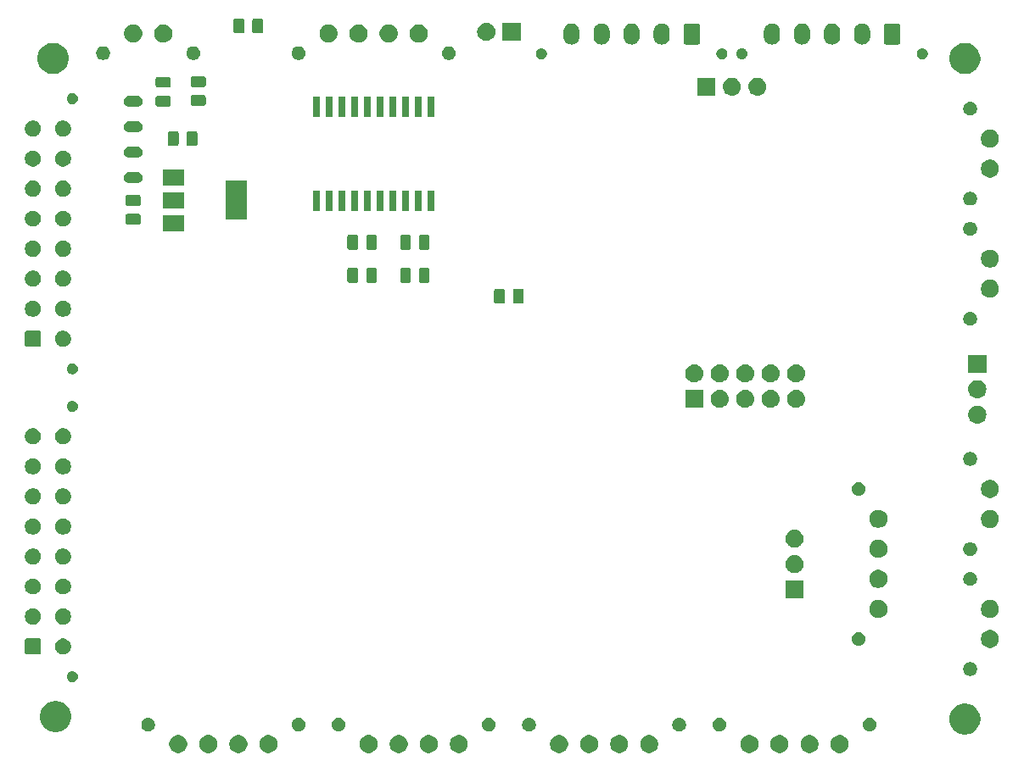
<source format=gbr>
G04 #@! TF.GenerationSoftware,KiCad,Pcbnew,(5.0.2)-1*
G04 #@! TF.CreationDate,2019-03-21T15:49:39-05:00*
G04 #@! TF.ProjectId,noname,6e6f6e61-6d65-42e6-9b69-6361645f7063,rev?*
G04 #@! TF.SameCoordinates,Original*
G04 #@! TF.FileFunction,Soldermask,Bot*
G04 #@! TF.FilePolarity,Negative*
%FSLAX46Y46*%
G04 Gerber Fmt 4.6, Leading zero omitted, Abs format (unit mm)*
G04 Created by KiCad (PCBNEW (5.0.2)-1) date 3/21/2019 3:49:39 PM*
%MOMM*%
%LPD*%
G01*
G04 APERTURE LIST*
%ADD10C,0.100000*%
G04 APERTURE END LIST*
D10*
G36*
X144762812Y-142133624D02*
X144926784Y-142201544D01*
X145074354Y-142300147D01*
X145199853Y-142425646D01*
X145298456Y-142573216D01*
X145366376Y-142737188D01*
X145401000Y-142911259D01*
X145401000Y-143088741D01*
X145366376Y-143262812D01*
X145298456Y-143426784D01*
X145199853Y-143574354D01*
X145074354Y-143699853D01*
X144926784Y-143798456D01*
X144762812Y-143866376D01*
X144588741Y-143901000D01*
X144411259Y-143901000D01*
X144237188Y-143866376D01*
X144073216Y-143798456D01*
X143925646Y-143699853D01*
X143800147Y-143574354D01*
X143701544Y-143426784D01*
X143633624Y-143262812D01*
X143599000Y-143088741D01*
X143599000Y-142911259D01*
X143633624Y-142737188D01*
X143701544Y-142573216D01*
X143800147Y-142425646D01*
X143925646Y-142300147D01*
X144073216Y-142201544D01*
X144237188Y-142133624D01*
X144411259Y-142099000D01*
X144588741Y-142099000D01*
X144762812Y-142133624D01*
X144762812Y-142133624D01*
G37*
G36*
X125762812Y-142133624D02*
X125926784Y-142201544D01*
X126074354Y-142300147D01*
X126199853Y-142425646D01*
X126298456Y-142573216D01*
X126366376Y-142737188D01*
X126401000Y-142911259D01*
X126401000Y-143088741D01*
X126366376Y-143262812D01*
X126298456Y-143426784D01*
X126199853Y-143574354D01*
X126074354Y-143699853D01*
X125926784Y-143798456D01*
X125762812Y-143866376D01*
X125588741Y-143901000D01*
X125411259Y-143901000D01*
X125237188Y-143866376D01*
X125073216Y-143798456D01*
X124925646Y-143699853D01*
X124800147Y-143574354D01*
X124701544Y-143426784D01*
X124633624Y-143262812D01*
X124599000Y-143088741D01*
X124599000Y-142911259D01*
X124633624Y-142737188D01*
X124701544Y-142573216D01*
X124800147Y-142425646D01*
X124925646Y-142300147D01*
X125073216Y-142201544D01*
X125237188Y-142133624D01*
X125411259Y-142099000D01*
X125588741Y-142099000D01*
X125762812Y-142133624D01*
X125762812Y-142133624D01*
G37*
G36*
X166762812Y-142133624D02*
X166926784Y-142201544D01*
X167074354Y-142300147D01*
X167199853Y-142425646D01*
X167298456Y-142573216D01*
X167366376Y-142737188D01*
X167401000Y-142911259D01*
X167401000Y-143088741D01*
X167366376Y-143262812D01*
X167298456Y-143426784D01*
X167199853Y-143574354D01*
X167074354Y-143699853D01*
X166926784Y-143798456D01*
X166762812Y-143866376D01*
X166588741Y-143901000D01*
X166411259Y-143901000D01*
X166237188Y-143866376D01*
X166073216Y-143798456D01*
X165925646Y-143699853D01*
X165800147Y-143574354D01*
X165701544Y-143426784D01*
X165633624Y-143262812D01*
X165599000Y-143088741D01*
X165599000Y-142911259D01*
X165633624Y-142737188D01*
X165701544Y-142573216D01*
X165800147Y-142425646D01*
X165925646Y-142300147D01*
X166073216Y-142201544D01*
X166237188Y-142133624D01*
X166411259Y-142099000D01*
X166588741Y-142099000D01*
X166762812Y-142133624D01*
X166762812Y-142133624D01*
G37*
G36*
X157762812Y-142133624D02*
X157926784Y-142201544D01*
X158074354Y-142300147D01*
X158199853Y-142425646D01*
X158298456Y-142573216D01*
X158366376Y-142737188D01*
X158401000Y-142911259D01*
X158401000Y-143088741D01*
X158366376Y-143262812D01*
X158298456Y-143426784D01*
X158199853Y-143574354D01*
X158074354Y-143699853D01*
X157926784Y-143798456D01*
X157762812Y-143866376D01*
X157588741Y-143901000D01*
X157411259Y-143901000D01*
X157237188Y-143866376D01*
X157073216Y-143798456D01*
X156925646Y-143699853D01*
X156800147Y-143574354D01*
X156701544Y-143426784D01*
X156633624Y-143262812D01*
X156599000Y-143088741D01*
X156599000Y-142911259D01*
X156633624Y-142737188D01*
X156701544Y-142573216D01*
X156800147Y-142425646D01*
X156925646Y-142300147D01*
X157073216Y-142201544D01*
X157237188Y-142133624D01*
X157411259Y-142099000D01*
X157588741Y-142099000D01*
X157762812Y-142133624D01*
X157762812Y-142133624D01*
G37*
G36*
X160762812Y-142133624D02*
X160926784Y-142201544D01*
X161074354Y-142300147D01*
X161199853Y-142425646D01*
X161298456Y-142573216D01*
X161366376Y-142737188D01*
X161401000Y-142911259D01*
X161401000Y-143088741D01*
X161366376Y-143262812D01*
X161298456Y-143426784D01*
X161199853Y-143574354D01*
X161074354Y-143699853D01*
X160926784Y-143798456D01*
X160762812Y-143866376D01*
X160588741Y-143901000D01*
X160411259Y-143901000D01*
X160237188Y-143866376D01*
X160073216Y-143798456D01*
X159925646Y-143699853D01*
X159800147Y-143574354D01*
X159701544Y-143426784D01*
X159633624Y-143262812D01*
X159599000Y-143088741D01*
X159599000Y-142911259D01*
X159633624Y-142737188D01*
X159701544Y-142573216D01*
X159800147Y-142425646D01*
X159925646Y-142300147D01*
X160073216Y-142201544D01*
X160237188Y-142133624D01*
X160411259Y-142099000D01*
X160588741Y-142099000D01*
X160762812Y-142133624D01*
X160762812Y-142133624D01*
G37*
G36*
X163762812Y-142133624D02*
X163926784Y-142201544D01*
X164074354Y-142300147D01*
X164199853Y-142425646D01*
X164298456Y-142573216D01*
X164366376Y-142737188D01*
X164401000Y-142911259D01*
X164401000Y-143088741D01*
X164366376Y-143262812D01*
X164298456Y-143426784D01*
X164199853Y-143574354D01*
X164074354Y-143699853D01*
X163926784Y-143798456D01*
X163762812Y-143866376D01*
X163588741Y-143901000D01*
X163411259Y-143901000D01*
X163237188Y-143866376D01*
X163073216Y-143798456D01*
X162925646Y-143699853D01*
X162800147Y-143574354D01*
X162701544Y-143426784D01*
X162633624Y-143262812D01*
X162599000Y-143088741D01*
X162599000Y-142911259D01*
X162633624Y-142737188D01*
X162701544Y-142573216D01*
X162800147Y-142425646D01*
X162925646Y-142300147D01*
X163073216Y-142201544D01*
X163237188Y-142133624D01*
X163411259Y-142099000D01*
X163588741Y-142099000D01*
X163762812Y-142133624D01*
X163762812Y-142133624D01*
G37*
G36*
X128762812Y-142133624D02*
X128926784Y-142201544D01*
X129074354Y-142300147D01*
X129199853Y-142425646D01*
X129298456Y-142573216D01*
X129366376Y-142737188D01*
X129401000Y-142911259D01*
X129401000Y-143088741D01*
X129366376Y-143262812D01*
X129298456Y-143426784D01*
X129199853Y-143574354D01*
X129074354Y-143699853D01*
X128926784Y-143798456D01*
X128762812Y-143866376D01*
X128588741Y-143901000D01*
X128411259Y-143901000D01*
X128237188Y-143866376D01*
X128073216Y-143798456D01*
X127925646Y-143699853D01*
X127800147Y-143574354D01*
X127701544Y-143426784D01*
X127633624Y-143262812D01*
X127599000Y-143088741D01*
X127599000Y-142911259D01*
X127633624Y-142737188D01*
X127701544Y-142573216D01*
X127800147Y-142425646D01*
X127925646Y-142300147D01*
X128073216Y-142201544D01*
X128237188Y-142133624D01*
X128411259Y-142099000D01*
X128588741Y-142099000D01*
X128762812Y-142133624D01*
X128762812Y-142133624D01*
G37*
G36*
X119762812Y-142133624D02*
X119926784Y-142201544D01*
X120074354Y-142300147D01*
X120199853Y-142425646D01*
X120298456Y-142573216D01*
X120366376Y-142737188D01*
X120401000Y-142911259D01*
X120401000Y-143088741D01*
X120366376Y-143262812D01*
X120298456Y-143426784D01*
X120199853Y-143574354D01*
X120074354Y-143699853D01*
X119926784Y-143798456D01*
X119762812Y-143866376D01*
X119588741Y-143901000D01*
X119411259Y-143901000D01*
X119237188Y-143866376D01*
X119073216Y-143798456D01*
X118925646Y-143699853D01*
X118800147Y-143574354D01*
X118701544Y-143426784D01*
X118633624Y-143262812D01*
X118599000Y-143088741D01*
X118599000Y-142911259D01*
X118633624Y-142737188D01*
X118701544Y-142573216D01*
X118800147Y-142425646D01*
X118925646Y-142300147D01*
X119073216Y-142201544D01*
X119237188Y-142133624D01*
X119411259Y-142099000D01*
X119588741Y-142099000D01*
X119762812Y-142133624D01*
X119762812Y-142133624D01*
G37*
G36*
X122762812Y-142133624D02*
X122926784Y-142201544D01*
X123074354Y-142300147D01*
X123199853Y-142425646D01*
X123298456Y-142573216D01*
X123366376Y-142737188D01*
X123401000Y-142911259D01*
X123401000Y-143088741D01*
X123366376Y-143262812D01*
X123298456Y-143426784D01*
X123199853Y-143574354D01*
X123074354Y-143699853D01*
X122926784Y-143798456D01*
X122762812Y-143866376D01*
X122588741Y-143901000D01*
X122411259Y-143901000D01*
X122237188Y-143866376D01*
X122073216Y-143798456D01*
X121925646Y-143699853D01*
X121800147Y-143574354D01*
X121701544Y-143426784D01*
X121633624Y-143262812D01*
X121599000Y-143088741D01*
X121599000Y-142911259D01*
X121633624Y-142737188D01*
X121701544Y-142573216D01*
X121800147Y-142425646D01*
X121925646Y-142300147D01*
X122073216Y-142201544D01*
X122237188Y-142133624D01*
X122411259Y-142099000D01*
X122588741Y-142099000D01*
X122762812Y-142133624D01*
X122762812Y-142133624D01*
G37*
G36*
X179762812Y-142133624D02*
X179926784Y-142201544D01*
X180074354Y-142300147D01*
X180199853Y-142425646D01*
X180298456Y-142573216D01*
X180366376Y-142737188D01*
X180401000Y-142911259D01*
X180401000Y-143088741D01*
X180366376Y-143262812D01*
X180298456Y-143426784D01*
X180199853Y-143574354D01*
X180074354Y-143699853D01*
X179926784Y-143798456D01*
X179762812Y-143866376D01*
X179588741Y-143901000D01*
X179411259Y-143901000D01*
X179237188Y-143866376D01*
X179073216Y-143798456D01*
X178925646Y-143699853D01*
X178800147Y-143574354D01*
X178701544Y-143426784D01*
X178633624Y-143262812D01*
X178599000Y-143088741D01*
X178599000Y-142911259D01*
X178633624Y-142737188D01*
X178701544Y-142573216D01*
X178800147Y-142425646D01*
X178925646Y-142300147D01*
X179073216Y-142201544D01*
X179237188Y-142133624D01*
X179411259Y-142099000D01*
X179588741Y-142099000D01*
X179762812Y-142133624D01*
X179762812Y-142133624D01*
G37*
G36*
X182762812Y-142133624D02*
X182926784Y-142201544D01*
X183074354Y-142300147D01*
X183199853Y-142425646D01*
X183298456Y-142573216D01*
X183366376Y-142737188D01*
X183401000Y-142911259D01*
X183401000Y-143088741D01*
X183366376Y-143262812D01*
X183298456Y-143426784D01*
X183199853Y-143574354D01*
X183074354Y-143699853D01*
X182926784Y-143798456D01*
X182762812Y-143866376D01*
X182588741Y-143901000D01*
X182411259Y-143901000D01*
X182237188Y-143866376D01*
X182073216Y-143798456D01*
X181925646Y-143699853D01*
X181800147Y-143574354D01*
X181701544Y-143426784D01*
X181633624Y-143262812D01*
X181599000Y-143088741D01*
X181599000Y-142911259D01*
X181633624Y-142737188D01*
X181701544Y-142573216D01*
X181800147Y-142425646D01*
X181925646Y-142300147D01*
X182073216Y-142201544D01*
X182237188Y-142133624D01*
X182411259Y-142099000D01*
X182588741Y-142099000D01*
X182762812Y-142133624D01*
X182762812Y-142133624D01*
G37*
G36*
X141762812Y-142133624D02*
X141926784Y-142201544D01*
X142074354Y-142300147D01*
X142199853Y-142425646D01*
X142298456Y-142573216D01*
X142366376Y-142737188D01*
X142401000Y-142911259D01*
X142401000Y-143088741D01*
X142366376Y-143262812D01*
X142298456Y-143426784D01*
X142199853Y-143574354D01*
X142074354Y-143699853D01*
X141926784Y-143798456D01*
X141762812Y-143866376D01*
X141588741Y-143901000D01*
X141411259Y-143901000D01*
X141237188Y-143866376D01*
X141073216Y-143798456D01*
X140925646Y-143699853D01*
X140800147Y-143574354D01*
X140701544Y-143426784D01*
X140633624Y-143262812D01*
X140599000Y-143088741D01*
X140599000Y-142911259D01*
X140633624Y-142737188D01*
X140701544Y-142573216D01*
X140800147Y-142425646D01*
X140925646Y-142300147D01*
X141073216Y-142201544D01*
X141237188Y-142133624D01*
X141411259Y-142099000D01*
X141588741Y-142099000D01*
X141762812Y-142133624D01*
X141762812Y-142133624D01*
G37*
G36*
X138762812Y-142133624D02*
X138926784Y-142201544D01*
X139074354Y-142300147D01*
X139199853Y-142425646D01*
X139298456Y-142573216D01*
X139366376Y-142737188D01*
X139401000Y-142911259D01*
X139401000Y-143088741D01*
X139366376Y-143262812D01*
X139298456Y-143426784D01*
X139199853Y-143574354D01*
X139074354Y-143699853D01*
X138926784Y-143798456D01*
X138762812Y-143866376D01*
X138588741Y-143901000D01*
X138411259Y-143901000D01*
X138237188Y-143866376D01*
X138073216Y-143798456D01*
X137925646Y-143699853D01*
X137800147Y-143574354D01*
X137701544Y-143426784D01*
X137633624Y-143262812D01*
X137599000Y-143088741D01*
X137599000Y-142911259D01*
X137633624Y-142737188D01*
X137701544Y-142573216D01*
X137800147Y-142425646D01*
X137925646Y-142300147D01*
X138073216Y-142201544D01*
X138237188Y-142133624D01*
X138411259Y-142099000D01*
X138588741Y-142099000D01*
X138762812Y-142133624D01*
X138762812Y-142133624D01*
G37*
G36*
X185762812Y-142133624D02*
X185926784Y-142201544D01*
X186074354Y-142300147D01*
X186199853Y-142425646D01*
X186298456Y-142573216D01*
X186366376Y-142737188D01*
X186401000Y-142911259D01*
X186401000Y-143088741D01*
X186366376Y-143262812D01*
X186298456Y-143426784D01*
X186199853Y-143574354D01*
X186074354Y-143699853D01*
X185926784Y-143798456D01*
X185762812Y-143866376D01*
X185588741Y-143901000D01*
X185411259Y-143901000D01*
X185237188Y-143866376D01*
X185073216Y-143798456D01*
X184925646Y-143699853D01*
X184800147Y-143574354D01*
X184701544Y-143426784D01*
X184633624Y-143262812D01*
X184599000Y-143088741D01*
X184599000Y-142911259D01*
X184633624Y-142737188D01*
X184701544Y-142573216D01*
X184800147Y-142425646D01*
X184925646Y-142300147D01*
X185073216Y-142201544D01*
X185237188Y-142133624D01*
X185411259Y-142099000D01*
X185588741Y-142099000D01*
X185762812Y-142133624D01*
X185762812Y-142133624D01*
G37*
G36*
X147762812Y-142133624D02*
X147926784Y-142201544D01*
X148074354Y-142300147D01*
X148199853Y-142425646D01*
X148298456Y-142573216D01*
X148366376Y-142737188D01*
X148401000Y-142911259D01*
X148401000Y-143088741D01*
X148366376Y-143262812D01*
X148298456Y-143426784D01*
X148199853Y-143574354D01*
X148074354Y-143699853D01*
X147926784Y-143798456D01*
X147762812Y-143866376D01*
X147588741Y-143901000D01*
X147411259Y-143901000D01*
X147237188Y-143866376D01*
X147073216Y-143798456D01*
X146925646Y-143699853D01*
X146800147Y-143574354D01*
X146701544Y-143426784D01*
X146633624Y-143262812D01*
X146599000Y-143088741D01*
X146599000Y-142911259D01*
X146633624Y-142737188D01*
X146701544Y-142573216D01*
X146800147Y-142425646D01*
X146925646Y-142300147D01*
X147073216Y-142201544D01*
X147237188Y-142133624D01*
X147411259Y-142099000D01*
X147588741Y-142099000D01*
X147762812Y-142133624D01*
X147762812Y-142133624D01*
G37*
G36*
X176762812Y-142133624D02*
X176926784Y-142201544D01*
X177074354Y-142300147D01*
X177199853Y-142425646D01*
X177298456Y-142573216D01*
X177366376Y-142737188D01*
X177401000Y-142911259D01*
X177401000Y-143088741D01*
X177366376Y-143262812D01*
X177298456Y-143426784D01*
X177199853Y-143574354D01*
X177074354Y-143699853D01*
X176926784Y-143798456D01*
X176762812Y-143866376D01*
X176588741Y-143901000D01*
X176411259Y-143901000D01*
X176237188Y-143866376D01*
X176073216Y-143798456D01*
X175925646Y-143699853D01*
X175800147Y-143574354D01*
X175701544Y-143426784D01*
X175633624Y-143262812D01*
X175599000Y-143088741D01*
X175599000Y-142911259D01*
X175633624Y-142737188D01*
X175701544Y-142573216D01*
X175800147Y-142425646D01*
X175925646Y-142300147D01*
X176073216Y-142201544D01*
X176237188Y-142133624D01*
X176411259Y-142099000D01*
X176588741Y-142099000D01*
X176762812Y-142133624D01*
X176762812Y-142133624D01*
G37*
G36*
X198352527Y-138988736D02*
X198452410Y-139008604D01*
X198734674Y-139125521D01*
X198988705Y-139295259D01*
X199204741Y-139511295D01*
X199374479Y-139765326D01*
X199491396Y-140047590D01*
X199501272Y-140097240D01*
X199551000Y-140347238D01*
X199551000Y-140652762D01*
X199538608Y-140715060D01*
X199491396Y-140952410D01*
X199374479Y-141234674D01*
X199204741Y-141488705D01*
X198988705Y-141704741D01*
X198734674Y-141874479D01*
X198452410Y-141991396D01*
X198352527Y-142011264D01*
X198152762Y-142051000D01*
X197847238Y-142051000D01*
X197647473Y-142011264D01*
X197547590Y-141991396D01*
X197265326Y-141874479D01*
X197011295Y-141704741D01*
X196795259Y-141488705D01*
X196625521Y-141234674D01*
X196508604Y-140952410D01*
X196461392Y-140715060D01*
X196449000Y-140652762D01*
X196449000Y-140347238D01*
X196498728Y-140097240D01*
X196508604Y-140047590D01*
X196625521Y-139765326D01*
X196795259Y-139511295D01*
X197011295Y-139295259D01*
X197265326Y-139125521D01*
X197547590Y-139008604D01*
X197647473Y-138988736D01*
X197847238Y-138949000D01*
X198152762Y-138949000D01*
X198352527Y-138988736D01*
X198352527Y-138988736D01*
G37*
G36*
X107602527Y-138738736D02*
X107702410Y-138758604D01*
X107984674Y-138875521D01*
X108238705Y-139045259D01*
X108454741Y-139261295D01*
X108624479Y-139515326D01*
X108741396Y-139797590D01*
X108741396Y-139797591D01*
X108801000Y-140097238D01*
X108801000Y-140402762D01*
X108795169Y-140432075D01*
X108741396Y-140702410D01*
X108624479Y-140984674D01*
X108454741Y-141238705D01*
X108238705Y-141454741D01*
X107984674Y-141624479D01*
X107702410Y-141741396D01*
X107602527Y-141761264D01*
X107402762Y-141801000D01*
X107097238Y-141801000D01*
X106897473Y-141761264D01*
X106797590Y-141741396D01*
X106515326Y-141624479D01*
X106261295Y-141454741D01*
X106045259Y-141238705D01*
X105875521Y-140984674D01*
X105758604Y-140702410D01*
X105704831Y-140432075D01*
X105699000Y-140402762D01*
X105699000Y-140097238D01*
X105758604Y-139797591D01*
X105758604Y-139797590D01*
X105875521Y-139515326D01*
X106045259Y-139261295D01*
X106261295Y-139045259D01*
X106515326Y-138875521D01*
X106797590Y-138758604D01*
X106897473Y-138738736D01*
X107097238Y-138699000D01*
X107402762Y-138699000D01*
X107602527Y-138738736D01*
X107602527Y-138738736D01*
G37*
G36*
X154700098Y-140380362D02*
X154824940Y-140432073D01*
X154937303Y-140507152D01*
X155032848Y-140602697D01*
X155032850Y-140602700D01*
X155032851Y-140602701D01*
X155107925Y-140715057D01*
X155107927Y-140715060D01*
X155159638Y-140839902D01*
X155186000Y-140972433D01*
X155186000Y-141107567D01*
X155159638Y-141240098D01*
X155107927Y-141364940D01*
X155032848Y-141477303D01*
X154937303Y-141572848D01*
X154824940Y-141647927D01*
X154700098Y-141699638D01*
X154567567Y-141726000D01*
X154432433Y-141726000D01*
X154299902Y-141699638D01*
X154175060Y-141647927D01*
X154062697Y-141572848D01*
X153967152Y-141477303D01*
X153892073Y-141364940D01*
X153840362Y-141240098D01*
X153814000Y-141107567D01*
X153814000Y-140972433D01*
X153840362Y-140839902D01*
X153892073Y-140715060D01*
X153892075Y-140715057D01*
X153967149Y-140602701D01*
X153967150Y-140602700D01*
X153967152Y-140602697D01*
X154062697Y-140507152D01*
X154175060Y-140432073D01*
X154299902Y-140380362D01*
X154432433Y-140354000D01*
X154567567Y-140354000D01*
X154700098Y-140380362D01*
X154700098Y-140380362D01*
G37*
G36*
X169700098Y-140380362D02*
X169824940Y-140432073D01*
X169937303Y-140507152D01*
X170032848Y-140602697D01*
X170032850Y-140602700D01*
X170032851Y-140602701D01*
X170107925Y-140715057D01*
X170107927Y-140715060D01*
X170159638Y-140839902D01*
X170186000Y-140972433D01*
X170186000Y-141107567D01*
X170159638Y-141240098D01*
X170107927Y-141364940D01*
X170032848Y-141477303D01*
X169937303Y-141572848D01*
X169824940Y-141647927D01*
X169700098Y-141699638D01*
X169567567Y-141726000D01*
X169432433Y-141726000D01*
X169299902Y-141699638D01*
X169175060Y-141647927D01*
X169062697Y-141572848D01*
X168967152Y-141477303D01*
X168892073Y-141364940D01*
X168840362Y-141240098D01*
X168814000Y-141107567D01*
X168814000Y-140972433D01*
X168840362Y-140839902D01*
X168892073Y-140715060D01*
X168892075Y-140715057D01*
X168967149Y-140602701D01*
X168967150Y-140602700D01*
X168967152Y-140602697D01*
X169062697Y-140507152D01*
X169175060Y-140432073D01*
X169299902Y-140380362D01*
X169432433Y-140354000D01*
X169567567Y-140354000D01*
X169700098Y-140380362D01*
X169700098Y-140380362D01*
G37*
G36*
X135700098Y-140380362D02*
X135824940Y-140432073D01*
X135937303Y-140507152D01*
X136032848Y-140602697D01*
X136032850Y-140602700D01*
X136032851Y-140602701D01*
X136107925Y-140715057D01*
X136107927Y-140715060D01*
X136159638Y-140839902D01*
X136186000Y-140972433D01*
X136186000Y-141107567D01*
X136159638Y-141240098D01*
X136107927Y-141364940D01*
X136032848Y-141477303D01*
X135937303Y-141572848D01*
X135824940Y-141647927D01*
X135700098Y-141699638D01*
X135567567Y-141726000D01*
X135432433Y-141726000D01*
X135299902Y-141699638D01*
X135175060Y-141647927D01*
X135062697Y-141572848D01*
X134967152Y-141477303D01*
X134892073Y-141364940D01*
X134840362Y-141240098D01*
X134814000Y-141107567D01*
X134814000Y-140972433D01*
X134840362Y-140839902D01*
X134892073Y-140715060D01*
X134892075Y-140715057D01*
X134967149Y-140602701D01*
X134967150Y-140602700D01*
X134967152Y-140602697D01*
X135062697Y-140507152D01*
X135175060Y-140432073D01*
X135299902Y-140380362D01*
X135432433Y-140354000D01*
X135567567Y-140354000D01*
X135700098Y-140380362D01*
X135700098Y-140380362D01*
G37*
G36*
X131700098Y-140380362D02*
X131824940Y-140432073D01*
X131937303Y-140507152D01*
X132032848Y-140602697D01*
X132032850Y-140602700D01*
X132032851Y-140602701D01*
X132107925Y-140715057D01*
X132107927Y-140715060D01*
X132159638Y-140839902D01*
X132186000Y-140972433D01*
X132186000Y-141107567D01*
X132159638Y-141240098D01*
X132107927Y-141364940D01*
X132032848Y-141477303D01*
X131937303Y-141572848D01*
X131824940Y-141647927D01*
X131700098Y-141699638D01*
X131567567Y-141726000D01*
X131432433Y-141726000D01*
X131299902Y-141699638D01*
X131175060Y-141647927D01*
X131062697Y-141572848D01*
X130967152Y-141477303D01*
X130892073Y-141364940D01*
X130840362Y-141240098D01*
X130814000Y-141107567D01*
X130814000Y-140972433D01*
X130840362Y-140839902D01*
X130892073Y-140715060D01*
X130892075Y-140715057D01*
X130967149Y-140602701D01*
X130967150Y-140602700D01*
X130967152Y-140602697D01*
X131062697Y-140507152D01*
X131175060Y-140432073D01*
X131299902Y-140380362D01*
X131432433Y-140354000D01*
X131567567Y-140354000D01*
X131700098Y-140380362D01*
X131700098Y-140380362D01*
G37*
G36*
X188700098Y-140380362D02*
X188824940Y-140432073D01*
X188937303Y-140507152D01*
X189032848Y-140602697D01*
X189032850Y-140602700D01*
X189032851Y-140602701D01*
X189107925Y-140715057D01*
X189107927Y-140715060D01*
X189159638Y-140839902D01*
X189186000Y-140972433D01*
X189186000Y-141107567D01*
X189159638Y-141240098D01*
X189107927Y-141364940D01*
X189032848Y-141477303D01*
X188937303Y-141572848D01*
X188824940Y-141647927D01*
X188700098Y-141699638D01*
X188567567Y-141726000D01*
X188432433Y-141726000D01*
X188299902Y-141699638D01*
X188175060Y-141647927D01*
X188062697Y-141572848D01*
X187967152Y-141477303D01*
X187892073Y-141364940D01*
X187840362Y-141240098D01*
X187814000Y-141107567D01*
X187814000Y-140972433D01*
X187840362Y-140839902D01*
X187892073Y-140715060D01*
X187892075Y-140715057D01*
X187967149Y-140602701D01*
X187967150Y-140602700D01*
X187967152Y-140602697D01*
X188062697Y-140507152D01*
X188175060Y-140432073D01*
X188299902Y-140380362D01*
X188432433Y-140354000D01*
X188567567Y-140354000D01*
X188700098Y-140380362D01*
X188700098Y-140380362D01*
G37*
G36*
X173700098Y-140380362D02*
X173824940Y-140432073D01*
X173937303Y-140507152D01*
X174032848Y-140602697D01*
X174032850Y-140602700D01*
X174032851Y-140602701D01*
X174107925Y-140715057D01*
X174107927Y-140715060D01*
X174159638Y-140839902D01*
X174186000Y-140972433D01*
X174186000Y-141107567D01*
X174159638Y-141240098D01*
X174107927Y-141364940D01*
X174032848Y-141477303D01*
X173937303Y-141572848D01*
X173824940Y-141647927D01*
X173700098Y-141699638D01*
X173567567Y-141726000D01*
X173432433Y-141726000D01*
X173299902Y-141699638D01*
X173175060Y-141647927D01*
X173062697Y-141572848D01*
X172967152Y-141477303D01*
X172892073Y-141364940D01*
X172840362Y-141240098D01*
X172814000Y-141107567D01*
X172814000Y-140972433D01*
X172840362Y-140839902D01*
X172892073Y-140715060D01*
X172892075Y-140715057D01*
X172967149Y-140602701D01*
X172967150Y-140602700D01*
X172967152Y-140602697D01*
X173062697Y-140507152D01*
X173175060Y-140432073D01*
X173299902Y-140380362D01*
X173432433Y-140354000D01*
X173567567Y-140354000D01*
X173700098Y-140380362D01*
X173700098Y-140380362D01*
G37*
G36*
X150700098Y-140380362D02*
X150824940Y-140432073D01*
X150937303Y-140507152D01*
X151032848Y-140602697D01*
X151032850Y-140602700D01*
X151032851Y-140602701D01*
X151107925Y-140715057D01*
X151107927Y-140715060D01*
X151159638Y-140839902D01*
X151186000Y-140972433D01*
X151186000Y-141107567D01*
X151159638Y-141240098D01*
X151107927Y-141364940D01*
X151032848Y-141477303D01*
X150937303Y-141572848D01*
X150824940Y-141647927D01*
X150700098Y-141699638D01*
X150567567Y-141726000D01*
X150432433Y-141726000D01*
X150299902Y-141699638D01*
X150175060Y-141647927D01*
X150062697Y-141572848D01*
X149967152Y-141477303D01*
X149892073Y-141364940D01*
X149840362Y-141240098D01*
X149814000Y-141107567D01*
X149814000Y-140972433D01*
X149840362Y-140839902D01*
X149892073Y-140715060D01*
X149892075Y-140715057D01*
X149967149Y-140602701D01*
X149967150Y-140602700D01*
X149967152Y-140602697D01*
X150062697Y-140507152D01*
X150175060Y-140432073D01*
X150299902Y-140380362D01*
X150432433Y-140354000D01*
X150567567Y-140354000D01*
X150700098Y-140380362D01*
X150700098Y-140380362D01*
G37*
G36*
X116700098Y-140380362D02*
X116824940Y-140432073D01*
X116937303Y-140507152D01*
X117032848Y-140602697D01*
X117032850Y-140602700D01*
X117032851Y-140602701D01*
X117107925Y-140715057D01*
X117107927Y-140715060D01*
X117159638Y-140839902D01*
X117186000Y-140972433D01*
X117186000Y-141107567D01*
X117159638Y-141240098D01*
X117107927Y-141364940D01*
X117032848Y-141477303D01*
X116937303Y-141572848D01*
X116824940Y-141647927D01*
X116700098Y-141699638D01*
X116567567Y-141726000D01*
X116432433Y-141726000D01*
X116299902Y-141699638D01*
X116175060Y-141647927D01*
X116062697Y-141572848D01*
X115967152Y-141477303D01*
X115892073Y-141364940D01*
X115840362Y-141240098D01*
X115814000Y-141107567D01*
X115814000Y-140972433D01*
X115840362Y-140839902D01*
X115892073Y-140715060D01*
X115892075Y-140715057D01*
X115967149Y-140602701D01*
X115967150Y-140602700D01*
X115967152Y-140602697D01*
X116062697Y-140507152D01*
X116175060Y-140432073D01*
X116299902Y-140380362D01*
X116432433Y-140354000D01*
X116567567Y-140354000D01*
X116700098Y-140380362D01*
X116700098Y-140380362D01*
G37*
G36*
X109100721Y-135720174D02*
X109200995Y-135761709D01*
X109291245Y-135822012D01*
X109367988Y-135898755D01*
X109428291Y-135989005D01*
X109469826Y-136089279D01*
X109491000Y-136195730D01*
X109491000Y-136304270D01*
X109469826Y-136410721D01*
X109428291Y-136510995D01*
X109367988Y-136601245D01*
X109291245Y-136677988D01*
X109200995Y-136738291D01*
X109100721Y-136779826D01*
X108994270Y-136801000D01*
X108885730Y-136801000D01*
X108779279Y-136779826D01*
X108679005Y-136738291D01*
X108588755Y-136677988D01*
X108512012Y-136601245D01*
X108451709Y-136510995D01*
X108410174Y-136410721D01*
X108389000Y-136304270D01*
X108389000Y-136195730D01*
X108410174Y-136089279D01*
X108451709Y-135989005D01*
X108512012Y-135898755D01*
X108588755Y-135822012D01*
X108679005Y-135761709D01*
X108779279Y-135720174D01*
X108885730Y-135699000D01*
X108994270Y-135699000D01*
X109100721Y-135720174D01*
X109100721Y-135720174D01*
G37*
G36*
X198740098Y-134840362D02*
X198864940Y-134892073D01*
X198977303Y-134967152D01*
X199072848Y-135062697D01*
X199147927Y-135175060D01*
X199199638Y-135299902D01*
X199226000Y-135432433D01*
X199226000Y-135567567D01*
X199199638Y-135700098D01*
X199147927Y-135824940D01*
X199072848Y-135937303D01*
X198977303Y-136032848D01*
X198864940Y-136107927D01*
X198740098Y-136159638D01*
X198607567Y-136186000D01*
X198472433Y-136186000D01*
X198339902Y-136159638D01*
X198215060Y-136107927D01*
X198102697Y-136032848D01*
X198007152Y-135937303D01*
X197932073Y-135824940D01*
X197880362Y-135700098D01*
X197854000Y-135567567D01*
X197854000Y-135432433D01*
X197880362Y-135299902D01*
X197932073Y-135175060D01*
X198007152Y-135062697D01*
X198102697Y-134967152D01*
X198215060Y-134892073D01*
X198339902Y-134840362D01*
X198472433Y-134814000D01*
X198607567Y-134814000D01*
X198740098Y-134840362D01*
X198740098Y-134840362D01*
G37*
G36*
X105653043Y-132453122D02*
X105687390Y-132463541D01*
X105719035Y-132480456D01*
X105746777Y-132503223D01*
X105769544Y-132530965D01*
X105786459Y-132562610D01*
X105796878Y-132596957D01*
X105801000Y-132638807D01*
X105801000Y-133861193D01*
X105796878Y-133903043D01*
X105786459Y-133937390D01*
X105769544Y-133969035D01*
X105746777Y-133996777D01*
X105719035Y-134019544D01*
X105687390Y-134036459D01*
X105653043Y-134046878D01*
X105611193Y-134051000D01*
X104388807Y-134051000D01*
X104346957Y-134046878D01*
X104312610Y-134036459D01*
X104280965Y-134019544D01*
X104253223Y-133996777D01*
X104230456Y-133969035D01*
X104213541Y-133937390D01*
X104203122Y-133903043D01*
X104199000Y-133861193D01*
X104199000Y-132638807D01*
X104203122Y-132596957D01*
X104213541Y-132562610D01*
X104230456Y-132530965D01*
X104253223Y-132503223D01*
X104280965Y-132480456D01*
X104312610Y-132463541D01*
X104346957Y-132453122D01*
X104388807Y-132449000D01*
X105611193Y-132449000D01*
X105653043Y-132453122D01*
X105653043Y-132453122D01*
G37*
G36*
X108233643Y-132479781D02*
X108379415Y-132540162D01*
X108510611Y-132627824D01*
X108622176Y-132739389D01*
X108709838Y-132870585D01*
X108770219Y-133016357D01*
X108801000Y-133171107D01*
X108801000Y-133328893D01*
X108770219Y-133483643D01*
X108709838Y-133629415D01*
X108622176Y-133760611D01*
X108510611Y-133872176D01*
X108379415Y-133959838D01*
X108233643Y-134020219D01*
X108078893Y-134051000D01*
X107921107Y-134051000D01*
X107766357Y-134020219D01*
X107620585Y-133959838D01*
X107489389Y-133872176D01*
X107377824Y-133760611D01*
X107290162Y-133629415D01*
X107229781Y-133483643D01*
X107199000Y-133328893D01*
X107199000Y-133171107D01*
X107229781Y-133016357D01*
X107290162Y-132870585D01*
X107377824Y-132739389D01*
X107489389Y-132627824D01*
X107620585Y-132540162D01*
X107766357Y-132479781D01*
X107921107Y-132449000D01*
X108078893Y-132449000D01*
X108233643Y-132479781D01*
X108233643Y-132479781D01*
G37*
G36*
X200762812Y-131633624D02*
X200926784Y-131701544D01*
X201074354Y-131800147D01*
X201199853Y-131925646D01*
X201298456Y-132073216D01*
X201366376Y-132237188D01*
X201401000Y-132411259D01*
X201401000Y-132588741D01*
X201366376Y-132762812D01*
X201298456Y-132926784D01*
X201199853Y-133074354D01*
X201074354Y-133199853D01*
X200926784Y-133298456D01*
X200762812Y-133366376D01*
X200588741Y-133401000D01*
X200411259Y-133401000D01*
X200237188Y-133366376D01*
X200073216Y-133298456D01*
X199925646Y-133199853D01*
X199800147Y-133074354D01*
X199701544Y-132926784D01*
X199633624Y-132762812D01*
X199599000Y-132588741D01*
X199599000Y-132411259D01*
X199633624Y-132237188D01*
X199701544Y-132073216D01*
X199800147Y-131925646D01*
X199925646Y-131800147D01*
X200073216Y-131701544D01*
X200237188Y-131633624D01*
X200411259Y-131599000D01*
X200588741Y-131599000D01*
X200762812Y-131633624D01*
X200762812Y-131633624D01*
G37*
G36*
X187608851Y-131836785D02*
X187733693Y-131888496D01*
X187846056Y-131963575D01*
X187941601Y-132059120D01*
X188016680Y-132171483D01*
X188068391Y-132296325D01*
X188094753Y-132428856D01*
X188094753Y-132563990D01*
X188068391Y-132696521D01*
X188016680Y-132821363D01*
X188016678Y-132821366D01*
X187983792Y-132870584D01*
X187941601Y-132933726D01*
X187846056Y-133029271D01*
X187846053Y-133029273D01*
X187846052Y-133029274D01*
X187733696Y-133104348D01*
X187733693Y-133104350D01*
X187608851Y-133156061D01*
X187476320Y-133182423D01*
X187341186Y-133182423D01*
X187208655Y-133156061D01*
X187083813Y-133104350D01*
X187083810Y-133104348D01*
X186971454Y-133029274D01*
X186971453Y-133029273D01*
X186971450Y-133029271D01*
X186875905Y-132933726D01*
X186833715Y-132870584D01*
X186800828Y-132821366D01*
X186800826Y-132821363D01*
X186749115Y-132696521D01*
X186722753Y-132563990D01*
X186722753Y-132428856D01*
X186749115Y-132296325D01*
X186800826Y-132171483D01*
X186875905Y-132059120D01*
X186971450Y-131963575D01*
X187083813Y-131888496D01*
X187208655Y-131836785D01*
X187341186Y-131810423D01*
X187476320Y-131810423D01*
X187608851Y-131836785D01*
X187608851Y-131836785D01*
G37*
G36*
X108233643Y-129479781D02*
X108379415Y-129540162D01*
X108510611Y-129627824D01*
X108622176Y-129739389D01*
X108709838Y-129870585D01*
X108770219Y-130016357D01*
X108801000Y-130171107D01*
X108801000Y-130328893D01*
X108770219Y-130483643D01*
X108709838Y-130629415D01*
X108622176Y-130760611D01*
X108510611Y-130872176D01*
X108379415Y-130959838D01*
X108233643Y-131020219D01*
X108078893Y-131051000D01*
X107921107Y-131051000D01*
X107766357Y-131020219D01*
X107620585Y-130959838D01*
X107489389Y-130872176D01*
X107377824Y-130760611D01*
X107290162Y-130629415D01*
X107229781Y-130483643D01*
X107199000Y-130328893D01*
X107199000Y-130171107D01*
X107229781Y-130016357D01*
X107290162Y-129870585D01*
X107377824Y-129739389D01*
X107489389Y-129627824D01*
X107620585Y-129540162D01*
X107766357Y-129479781D01*
X107921107Y-129449000D01*
X108078893Y-129449000D01*
X108233643Y-129479781D01*
X108233643Y-129479781D01*
G37*
G36*
X105233643Y-129479781D02*
X105379415Y-129540162D01*
X105510611Y-129627824D01*
X105622176Y-129739389D01*
X105709838Y-129870585D01*
X105770219Y-130016357D01*
X105801000Y-130171107D01*
X105801000Y-130328893D01*
X105770219Y-130483643D01*
X105709838Y-130629415D01*
X105622176Y-130760611D01*
X105510611Y-130872176D01*
X105379415Y-130959838D01*
X105233643Y-131020219D01*
X105078893Y-131051000D01*
X104921107Y-131051000D01*
X104766357Y-131020219D01*
X104620585Y-130959838D01*
X104489389Y-130872176D01*
X104377824Y-130760611D01*
X104290162Y-130629415D01*
X104229781Y-130483643D01*
X104199000Y-130328893D01*
X104199000Y-130171107D01*
X104229781Y-130016357D01*
X104290162Y-129870585D01*
X104377824Y-129739389D01*
X104489389Y-129627824D01*
X104620585Y-129540162D01*
X104766357Y-129479781D01*
X104921107Y-129449000D01*
X105078893Y-129449000D01*
X105233643Y-129479781D01*
X105233643Y-129479781D01*
G37*
G36*
X200762812Y-128633624D02*
X200926784Y-128701544D01*
X201074354Y-128800147D01*
X201199853Y-128925646D01*
X201298456Y-129073216D01*
X201366376Y-129237188D01*
X201401000Y-129411259D01*
X201401000Y-129588741D01*
X201366376Y-129762812D01*
X201298456Y-129926784D01*
X201199853Y-130074354D01*
X201074354Y-130199853D01*
X200926784Y-130298456D01*
X200762812Y-130366376D01*
X200588741Y-130401000D01*
X200411259Y-130401000D01*
X200237188Y-130366376D01*
X200073216Y-130298456D01*
X199925646Y-130199853D01*
X199800147Y-130074354D01*
X199701544Y-129926784D01*
X199633624Y-129762812D01*
X199599000Y-129588741D01*
X199599000Y-129411259D01*
X199633624Y-129237188D01*
X199701544Y-129073216D01*
X199800147Y-128925646D01*
X199925646Y-128800147D01*
X200073216Y-128701544D01*
X200237188Y-128633624D01*
X200411259Y-128599000D01*
X200588741Y-128599000D01*
X200762812Y-128633624D01*
X200762812Y-128633624D01*
G37*
G36*
X189631565Y-128630047D02*
X189795537Y-128697967D01*
X189943107Y-128796570D01*
X190068606Y-128922069D01*
X190167209Y-129069639D01*
X190235129Y-129233611D01*
X190269753Y-129407682D01*
X190269753Y-129585164D01*
X190235129Y-129759235D01*
X190167209Y-129923207D01*
X190068606Y-130070777D01*
X189943107Y-130196276D01*
X189795537Y-130294879D01*
X189631565Y-130362799D01*
X189457494Y-130397423D01*
X189280012Y-130397423D01*
X189105941Y-130362799D01*
X188941969Y-130294879D01*
X188794399Y-130196276D01*
X188668900Y-130070777D01*
X188570297Y-129923207D01*
X188502377Y-129759235D01*
X188467753Y-129585164D01*
X188467753Y-129407682D01*
X188502377Y-129233611D01*
X188570297Y-129069639D01*
X188668900Y-128922069D01*
X188794399Y-128796570D01*
X188941969Y-128697967D01*
X189105941Y-128630047D01*
X189280012Y-128595423D01*
X189457494Y-128595423D01*
X189631565Y-128630047D01*
X189631565Y-128630047D01*
G37*
G36*
X181901000Y-128441000D02*
X180099000Y-128441000D01*
X180099000Y-126639000D01*
X181901000Y-126639000D01*
X181901000Y-128441000D01*
X181901000Y-128441000D01*
G37*
G36*
X108233643Y-126479781D02*
X108379415Y-126540162D01*
X108510611Y-126627824D01*
X108622176Y-126739389D01*
X108709838Y-126870585D01*
X108770219Y-127016357D01*
X108801000Y-127171107D01*
X108801000Y-127328893D01*
X108770219Y-127483643D01*
X108709838Y-127629415D01*
X108622176Y-127760611D01*
X108510611Y-127872176D01*
X108379415Y-127959838D01*
X108233643Y-128020219D01*
X108078893Y-128051000D01*
X107921107Y-128051000D01*
X107766357Y-128020219D01*
X107620585Y-127959838D01*
X107489389Y-127872176D01*
X107377824Y-127760611D01*
X107290162Y-127629415D01*
X107229781Y-127483643D01*
X107199000Y-127328893D01*
X107199000Y-127171107D01*
X107229781Y-127016357D01*
X107290162Y-126870585D01*
X107377824Y-126739389D01*
X107489389Y-126627824D01*
X107620585Y-126540162D01*
X107766357Y-126479781D01*
X107921107Y-126449000D01*
X108078893Y-126449000D01*
X108233643Y-126479781D01*
X108233643Y-126479781D01*
G37*
G36*
X105233643Y-126479781D02*
X105379415Y-126540162D01*
X105510611Y-126627824D01*
X105622176Y-126739389D01*
X105709838Y-126870585D01*
X105770219Y-127016357D01*
X105801000Y-127171107D01*
X105801000Y-127328893D01*
X105770219Y-127483643D01*
X105709838Y-127629415D01*
X105622176Y-127760611D01*
X105510611Y-127872176D01*
X105379415Y-127959838D01*
X105233643Y-128020219D01*
X105078893Y-128051000D01*
X104921107Y-128051000D01*
X104766357Y-128020219D01*
X104620585Y-127959838D01*
X104489389Y-127872176D01*
X104377824Y-127760611D01*
X104290162Y-127629415D01*
X104229781Y-127483643D01*
X104199000Y-127328893D01*
X104199000Y-127171107D01*
X104229781Y-127016357D01*
X104290162Y-126870585D01*
X104377824Y-126739389D01*
X104489389Y-126627824D01*
X104620585Y-126540162D01*
X104766357Y-126479781D01*
X104921107Y-126449000D01*
X105078893Y-126449000D01*
X105233643Y-126479781D01*
X105233643Y-126479781D01*
G37*
G36*
X189631565Y-125630047D02*
X189795537Y-125697967D01*
X189943107Y-125796570D01*
X190068606Y-125922069D01*
X190167209Y-126069639D01*
X190235129Y-126233611D01*
X190269753Y-126407682D01*
X190269753Y-126585164D01*
X190235129Y-126759235D01*
X190167209Y-126923207D01*
X190068606Y-127070777D01*
X189943107Y-127196276D01*
X189795537Y-127294879D01*
X189631565Y-127362799D01*
X189457494Y-127397423D01*
X189280012Y-127397423D01*
X189105941Y-127362799D01*
X188941969Y-127294879D01*
X188794399Y-127196276D01*
X188668900Y-127070777D01*
X188570297Y-126923207D01*
X188502377Y-126759235D01*
X188467753Y-126585164D01*
X188467753Y-126407682D01*
X188502377Y-126233611D01*
X188570297Y-126069639D01*
X188668900Y-125922069D01*
X188794399Y-125796570D01*
X188941969Y-125697967D01*
X189105941Y-125630047D01*
X189280012Y-125595423D01*
X189457494Y-125595423D01*
X189631565Y-125630047D01*
X189631565Y-125630047D01*
G37*
G36*
X198740098Y-125840362D02*
X198864940Y-125892073D01*
X198864943Y-125892075D01*
X198909828Y-125922066D01*
X198977303Y-125967152D01*
X199072848Y-126062697D01*
X199147927Y-126175060D01*
X199199638Y-126299902D01*
X199226000Y-126432433D01*
X199226000Y-126567567D01*
X199199638Y-126700098D01*
X199147927Y-126824940D01*
X199147925Y-126824943D01*
X199117429Y-126870584D01*
X199072848Y-126937303D01*
X198977303Y-127032848D01*
X198864940Y-127107927D01*
X198740098Y-127159638D01*
X198607567Y-127186000D01*
X198472433Y-127186000D01*
X198339902Y-127159638D01*
X198215060Y-127107927D01*
X198102697Y-127032848D01*
X198007152Y-126937303D01*
X197962572Y-126870584D01*
X197932075Y-126824943D01*
X197932073Y-126824940D01*
X197880362Y-126700098D01*
X197854000Y-126567567D01*
X197854000Y-126432433D01*
X197880362Y-126299902D01*
X197932073Y-126175060D01*
X198007152Y-126062697D01*
X198102697Y-125967152D01*
X198170173Y-125922066D01*
X198215057Y-125892075D01*
X198215060Y-125892073D01*
X198339902Y-125840362D01*
X198472433Y-125814000D01*
X198607567Y-125814000D01*
X198740098Y-125840362D01*
X198740098Y-125840362D01*
G37*
G36*
X181110443Y-124105519D02*
X181176627Y-124112037D01*
X181289853Y-124146384D01*
X181346467Y-124163557D01*
X181485087Y-124237652D01*
X181502991Y-124247222D01*
X181538729Y-124276552D01*
X181640186Y-124359814D01*
X181723448Y-124461271D01*
X181752778Y-124497009D01*
X181752779Y-124497011D01*
X181836443Y-124653533D01*
X181836443Y-124653534D01*
X181887963Y-124823373D01*
X181905359Y-125000000D01*
X181887963Y-125176627D01*
X181853616Y-125289853D01*
X181836443Y-125346467D01*
X181762348Y-125485087D01*
X181752778Y-125502991D01*
X181723448Y-125538729D01*
X181640186Y-125640186D01*
X181538729Y-125723448D01*
X181502991Y-125752778D01*
X181502989Y-125752779D01*
X181346467Y-125836443D01*
X181289853Y-125853616D01*
X181176627Y-125887963D01*
X181134876Y-125892075D01*
X181044260Y-125901000D01*
X180955740Y-125901000D01*
X180865124Y-125892075D01*
X180823373Y-125887963D01*
X180710147Y-125853616D01*
X180653533Y-125836443D01*
X180497011Y-125752779D01*
X180497009Y-125752778D01*
X180461271Y-125723448D01*
X180359814Y-125640186D01*
X180276552Y-125538729D01*
X180247222Y-125502991D01*
X180237652Y-125485087D01*
X180163557Y-125346467D01*
X180146384Y-125289853D01*
X180112037Y-125176627D01*
X180094641Y-125000000D01*
X180112037Y-124823373D01*
X180163557Y-124653534D01*
X180163557Y-124653533D01*
X180247221Y-124497011D01*
X180247222Y-124497009D01*
X180276552Y-124461271D01*
X180359814Y-124359814D01*
X180461271Y-124276552D01*
X180497009Y-124247222D01*
X180514913Y-124237652D01*
X180653533Y-124163557D01*
X180710147Y-124146384D01*
X180823373Y-124112037D01*
X180889557Y-124105519D01*
X180955740Y-124099000D01*
X181044260Y-124099000D01*
X181110443Y-124105519D01*
X181110443Y-124105519D01*
G37*
G36*
X105233643Y-123479781D02*
X105379415Y-123540162D01*
X105510611Y-123627824D01*
X105622176Y-123739389D01*
X105709838Y-123870585D01*
X105770219Y-124016357D01*
X105801000Y-124171107D01*
X105801000Y-124328893D01*
X105770219Y-124483643D01*
X105709838Y-124629415D01*
X105622176Y-124760611D01*
X105510611Y-124872176D01*
X105379415Y-124959838D01*
X105233643Y-125020219D01*
X105078893Y-125051000D01*
X104921107Y-125051000D01*
X104766357Y-125020219D01*
X104620585Y-124959838D01*
X104489389Y-124872176D01*
X104377824Y-124760611D01*
X104290162Y-124629415D01*
X104229781Y-124483643D01*
X104199000Y-124328893D01*
X104199000Y-124171107D01*
X104229781Y-124016357D01*
X104290162Y-123870585D01*
X104377824Y-123739389D01*
X104489389Y-123627824D01*
X104620585Y-123540162D01*
X104766357Y-123479781D01*
X104921107Y-123449000D01*
X105078893Y-123449000D01*
X105233643Y-123479781D01*
X105233643Y-123479781D01*
G37*
G36*
X108233643Y-123479781D02*
X108379415Y-123540162D01*
X108510611Y-123627824D01*
X108622176Y-123739389D01*
X108709838Y-123870585D01*
X108770219Y-124016357D01*
X108801000Y-124171107D01*
X108801000Y-124328893D01*
X108770219Y-124483643D01*
X108709838Y-124629415D01*
X108622176Y-124760611D01*
X108510611Y-124872176D01*
X108379415Y-124959838D01*
X108233643Y-125020219D01*
X108078893Y-125051000D01*
X107921107Y-125051000D01*
X107766357Y-125020219D01*
X107620585Y-124959838D01*
X107489389Y-124872176D01*
X107377824Y-124760611D01*
X107290162Y-124629415D01*
X107229781Y-124483643D01*
X107199000Y-124328893D01*
X107199000Y-124171107D01*
X107229781Y-124016357D01*
X107290162Y-123870585D01*
X107377824Y-123739389D01*
X107489389Y-123627824D01*
X107620585Y-123540162D01*
X107766357Y-123479781D01*
X107921107Y-123449000D01*
X108078893Y-123449000D01*
X108233643Y-123479781D01*
X108233643Y-123479781D01*
G37*
G36*
X189631565Y-122630047D02*
X189795537Y-122697967D01*
X189943107Y-122796570D01*
X190068606Y-122922069D01*
X190167209Y-123069639D01*
X190235129Y-123233611D01*
X190269753Y-123407682D01*
X190269753Y-123585164D01*
X190235129Y-123759235D01*
X190167209Y-123923207D01*
X190068606Y-124070777D01*
X189943107Y-124196276D01*
X189795537Y-124294879D01*
X189631565Y-124362799D01*
X189457494Y-124397423D01*
X189280012Y-124397423D01*
X189105941Y-124362799D01*
X188941969Y-124294879D01*
X188794399Y-124196276D01*
X188668900Y-124070777D01*
X188570297Y-123923207D01*
X188502377Y-123759235D01*
X188467753Y-123585164D01*
X188467753Y-123407682D01*
X188502377Y-123233611D01*
X188570297Y-123069639D01*
X188668900Y-122922069D01*
X188794399Y-122796570D01*
X188941969Y-122697967D01*
X189105941Y-122630047D01*
X189280012Y-122595423D01*
X189457494Y-122595423D01*
X189631565Y-122630047D01*
X189631565Y-122630047D01*
G37*
G36*
X198740098Y-122840362D02*
X198864940Y-122892073D01*
X198864943Y-122892075D01*
X198909828Y-122922066D01*
X198977303Y-122967152D01*
X199072848Y-123062697D01*
X199072850Y-123062700D01*
X199072851Y-123062701D01*
X199147925Y-123175057D01*
X199147927Y-123175060D01*
X199199638Y-123299902D01*
X199226000Y-123432433D01*
X199226000Y-123567567D01*
X199199638Y-123700098D01*
X199147927Y-123824940D01*
X199147925Y-123824943D01*
X199117429Y-123870584D01*
X199072848Y-123937303D01*
X198977303Y-124032848D01*
X198864940Y-124107927D01*
X198740098Y-124159638D01*
X198607567Y-124186000D01*
X198472433Y-124186000D01*
X198339902Y-124159638D01*
X198215060Y-124107927D01*
X198102697Y-124032848D01*
X198007152Y-123937303D01*
X197962572Y-123870584D01*
X197932075Y-123824943D01*
X197932073Y-123824940D01*
X197880362Y-123700098D01*
X197854000Y-123567567D01*
X197854000Y-123432433D01*
X197880362Y-123299902D01*
X197932073Y-123175060D01*
X197932075Y-123175057D01*
X198007149Y-123062701D01*
X198007150Y-123062700D01*
X198007152Y-123062697D01*
X198102697Y-122967152D01*
X198170173Y-122922066D01*
X198215057Y-122892075D01*
X198215060Y-122892073D01*
X198339902Y-122840362D01*
X198472433Y-122814000D01*
X198607567Y-122814000D01*
X198740098Y-122840362D01*
X198740098Y-122840362D01*
G37*
G36*
X181110442Y-121565518D02*
X181176627Y-121572037D01*
X181289853Y-121606384D01*
X181346467Y-121623557D01*
X181485087Y-121697652D01*
X181502991Y-121707222D01*
X181538729Y-121736552D01*
X181640186Y-121819814D01*
X181683159Y-121872178D01*
X181752778Y-121957009D01*
X181752779Y-121957011D01*
X181836443Y-122113533D01*
X181836443Y-122113534D01*
X181887963Y-122283373D01*
X181905359Y-122460000D01*
X181887963Y-122636627D01*
X181853616Y-122749853D01*
X181836443Y-122806467D01*
X181762348Y-122945087D01*
X181752778Y-122962991D01*
X181749363Y-122967152D01*
X181640186Y-123100186D01*
X181548954Y-123175057D01*
X181502991Y-123212778D01*
X181502989Y-123212779D01*
X181346467Y-123296443D01*
X181289853Y-123313616D01*
X181176627Y-123347963D01*
X181110443Y-123354481D01*
X181044260Y-123361000D01*
X180955740Y-123361000D01*
X180889557Y-123354481D01*
X180823373Y-123347963D01*
X180710147Y-123313616D01*
X180653533Y-123296443D01*
X180497011Y-123212779D01*
X180497009Y-123212778D01*
X180451046Y-123175057D01*
X180359814Y-123100186D01*
X180250637Y-122967152D01*
X180247222Y-122962991D01*
X180237652Y-122945087D01*
X180163557Y-122806467D01*
X180146384Y-122749853D01*
X180112037Y-122636627D01*
X180094641Y-122460000D01*
X180112037Y-122283373D01*
X180163557Y-122113534D01*
X180163557Y-122113533D01*
X180247221Y-121957011D01*
X180247222Y-121957009D01*
X180316841Y-121872178D01*
X180359814Y-121819814D01*
X180461271Y-121736552D01*
X180497009Y-121707222D01*
X180514913Y-121697652D01*
X180653533Y-121623557D01*
X180710147Y-121606384D01*
X180823373Y-121572037D01*
X180889558Y-121565518D01*
X180955740Y-121559000D01*
X181044260Y-121559000D01*
X181110442Y-121565518D01*
X181110442Y-121565518D01*
G37*
G36*
X108233643Y-120479781D02*
X108379415Y-120540162D01*
X108510611Y-120627824D01*
X108622176Y-120739389D01*
X108709838Y-120870585D01*
X108770219Y-121016357D01*
X108801000Y-121171107D01*
X108801000Y-121328893D01*
X108770219Y-121483643D01*
X108709838Y-121629415D01*
X108622176Y-121760611D01*
X108510611Y-121872176D01*
X108379415Y-121959838D01*
X108233643Y-122020219D01*
X108078893Y-122051000D01*
X107921107Y-122051000D01*
X107766357Y-122020219D01*
X107620585Y-121959838D01*
X107489389Y-121872176D01*
X107377824Y-121760611D01*
X107290162Y-121629415D01*
X107229781Y-121483643D01*
X107199000Y-121328893D01*
X107199000Y-121171107D01*
X107229781Y-121016357D01*
X107290162Y-120870585D01*
X107377824Y-120739389D01*
X107489389Y-120627824D01*
X107620585Y-120540162D01*
X107766357Y-120479781D01*
X107921107Y-120449000D01*
X108078893Y-120449000D01*
X108233643Y-120479781D01*
X108233643Y-120479781D01*
G37*
G36*
X105233643Y-120479781D02*
X105379415Y-120540162D01*
X105510611Y-120627824D01*
X105622176Y-120739389D01*
X105709838Y-120870585D01*
X105770219Y-121016357D01*
X105801000Y-121171107D01*
X105801000Y-121328893D01*
X105770219Y-121483643D01*
X105709838Y-121629415D01*
X105622176Y-121760611D01*
X105510611Y-121872176D01*
X105379415Y-121959838D01*
X105233643Y-122020219D01*
X105078893Y-122051000D01*
X104921107Y-122051000D01*
X104766357Y-122020219D01*
X104620585Y-121959838D01*
X104489389Y-121872176D01*
X104377824Y-121760611D01*
X104290162Y-121629415D01*
X104229781Y-121483643D01*
X104199000Y-121328893D01*
X104199000Y-121171107D01*
X104229781Y-121016357D01*
X104290162Y-120870585D01*
X104377824Y-120739389D01*
X104489389Y-120627824D01*
X104620585Y-120540162D01*
X104766357Y-120479781D01*
X104921107Y-120449000D01*
X105078893Y-120449000D01*
X105233643Y-120479781D01*
X105233643Y-120479781D01*
G37*
G36*
X200762812Y-119633624D02*
X200926784Y-119701544D01*
X201074354Y-119800147D01*
X201199853Y-119925646D01*
X201298456Y-120073216D01*
X201366376Y-120237188D01*
X201401000Y-120411259D01*
X201401000Y-120588741D01*
X201366376Y-120762812D01*
X201298456Y-120926784D01*
X201199853Y-121074354D01*
X201074354Y-121199853D01*
X200926784Y-121298456D01*
X200762812Y-121366376D01*
X200588741Y-121401000D01*
X200411259Y-121401000D01*
X200237188Y-121366376D01*
X200073216Y-121298456D01*
X199925646Y-121199853D01*
X199800147Y-121074354D01*
X199701544Y-120926784D01*
X199633624Y-120762812D01*
X199599000Y-120588741D01*
X199599000Y-120411259D01*
X199633624Y-120237188D01*
X199701544Y-120073216D01*
X199800147Y-119925646D01*
X199925646Y-119800147D01*
X200073216Y-119701544D01*
X200237188Y-119633624D01*
X200411259Y-119599000D01*
X200588741Y-119599000D01*
X200762812Y-119633624D01*
X200762812Y-119633624D01*
G37*
G36*
X189631565Y-119630047D02*
X189795537Y-119697967D01*
X189943107Y-119796570D01*
X190068606Y-119922069D01*
X190167209Y-120069639D01*
X190235129Y-120233611D01*
X190269753Y-120407682D01*
X190269753Y-120585164D01*
X190235129Y-120759235D01*
X190167209Y-120923207D01*
X190068606Y-121070777D01*
X189943107Y-121196276D01*
X189795537Y-121294879D01*
X189631565Y-121362799D01*
X189457494Y-121397423D01*
X189280012Y-121397423D01*
X189105941Y-121362799D01*
X188941969Y-121294879D01*
X188794399Y-121196276D01*
X188668900Y-121070777D01*
X188570297Y-120923207D01*
X188502377Y-120759235D01*
X188467753Y-120585164D01*
X188467753Y-120407682D01*
X188502377Y-120233611D01*
X188570297Y-120069639D01*
X188668900Y-119922069D01*
X188794399Y-119796570D01*
X188941969Y-119697967D01*
X189105941Y-119630047D01*
X189280012Y-119595423D01*
X189457494Y-119595423D01*
X189631565Y-119630047D01*
X189631565Y-119630047D01*
G37*
G36*
X108233643Y-117479781D02*
X108379415Y-117540162D01*
X108510611Y-117627824D01*
X108622176Y-117739389D01*
X108709838Y-117870585D01*
X108770219Y-118016357D01*
X108801000Y-118171107D01*
X108801000Y-118328893D01*
X108770219Y-118483643D01*
X108709838Y-118629415D01*
X108622176Y-118760611D01*
X108510611Y-118872176D01*
X108379415Y-118959838D01*
X108233643Y-119020219D01*
X108078893Y-119051000D01*
X107921107Y-119051000D01*
X107766357Y-119020219D01*
X107620585Y-118959838D01*
X107489389Y-118872176D01*
X107377824Y-118760611D01*
X107290162Y-118629415D01*
X107229781Y-118483643D01*
X107199000Y-118328893D01*
X107199000Y-118171107D01*
X107229781Y-118016357D01*
X107290162Y-117870585D01*
X107377824Y-117739389D01*
X107489389Y-117627824D01*
X107620585Y-117540162D01*
X107766357Y-117479781D01*
X107921107Y-117449000D01*
X108078893Y-117449000D01*
X108233643Y-117479781D01*
X108233643Y-117479781D01*
G37*
G36*
X105233643Y-117479781D02*
X105379415Y-117540162D01*
X105510611Y-117627824D01*
X105622176Y-117739389D01*
X105709838Y-117870585D01*
X105770219Y-118016357D01*
X105801000Y-118171107D01*
X105801000Y-118328893D01*
X105770219Y-118483643D01*
X105709838Y-118629415D01*
X105622176Y-118760611D01*
X105510611Y-118872176D01*
X105379415Y-118959838D01*
X105233643Y-119020219D01*
X105078893Y-119051000D01*
X104921107Y-119051000D01*
X104766357Y-119020219D01*
X104620585Y-118959838D01*
X104489389Y-118872176D01*
X104377824Y-118760611D01*
X104290162Y-118629415D01*
X104229781Y-118483643D01*
X104199000Y-118328893D01*
X104199000Y-118171107D01*
X104229781Y-118016357D01*
X104290162Y-117870585D01*
X104377824Y-117739389D01*
X104489389Y-117627824D01*
X104620585Y-117540162D01*
X104766357Y-117479781D01*
X104921107Y-117449000D01*
X105078893Y-117449000D01*
X105233643Y-117479781D01*
X105233643Y-117479781D01*
G37*
G36*
X200762812Y-116633624D02*
X200926784Y-116701544D01*
X201074354Y-116800147D01*
X201199853Y-116925646D01*
X201298456Y-117073216D01*
X201366376Y-117237188D01*
X201401000Y-117411259D01*
X201401000Y-117588741D01*
X201366376Y-117762812D01*
X201298456Y-117926784D01*
X201199853Y-118074354D01*
X201074354Y-118199853D01*
X200926784Y-118298456D01*
X200762812Y-118366376D01*
X200588741Y-118401000D01*
X200411259Y-118401000D01*
X200237188Y-118366376D01*
X200073216Y-118298456D01*
X199925646Y-118199853D01*
X199800147Y-118074354D01*
X199701544Y-117926784D01*
X199633624Y-117762812D01*
X199599000Y-117588741D01*
X199599000Y-117411259D01*
X199633624Y-117237188D01*
X199701544Y-117073216D01*
X199800147Y-116925646D01*
X199925646Y-116800147D01*
X200073216Y-116701544D01*
X200237188Y-116633624D01*
X200411259Y-116599000D01*
X200588741Y-116599000D01*
X200762812Y-116633624D01*
X200762812Y-116633624D01*
G37*
G36*
X187608851Y-116836785D02*
X187733693Y-116888496D01*
X187846056Y-116963575D01*
X187941601Y-117059120D01*
X188016680Y-117171483D01*
X188068391Y-117296325D01*
X188094753Y-117428856D01*
X188094753Y-117563990D01*
X188068391Y-117696521D01*
X188016680Y-117821363D01*
X188016678Y-117821366D01*
X187983792Y-117870584D01*
X187941601Y-117933726D01*
X187846056Y-118029271D01*
X187846053Y-118029273D01*
X187846052Y-118029274D01*
X187733696Y-118104348D01*
X187733693Y-118104350D01*
X187608851Y-118156061D01*
X187476320Y-118182423D01*
X187341186Y-118182423D01*
X187208655Y-118156061D01*
X187083813Y-118104350D01*
X187083810Y-118104348D01*
X186971454Y-118029274D01*
X186971453Y-118029273D01*
X186971450Y-118029271D01*
X186875905Y-117933726D01*
X186833715Y-117870584D01*
X186800828Y-117821366D01*
X186800826Y-117821363D01*
X186749115Y-117696521D01*
X186722753Y-117563990D01*
X186722753Y-117428856D01*
X186749115Y-117296325D01*
X186800826Y-117171483D01*
X186875905Y-117059120D01*
X186971450Y-116963575D01*
X187083813Y-116888496D01*
X187208655Y-116836785D01*
X187341186Y-116810423D01*
X187476320Y-116810423D01*
X187608851Y-116836785D01*
X187608851Y-116836785D01*
G37*
G36*
X105233643Y-114479781D02*
X105379415Y-114540162D01*
X105510611Y-114627824D01*
X105622176Y-114739389D01*
X105709838Y-114870585D01*
X105770219Y-115016357D01*
X105801000Y-115171107D01*
X105801000Y-115328893D01*
X105770219Y-115483643D01*
X105709838Y-115629415D01*
X105622176Y-115760611D01*
X105510611Y-115872176D01*
X105379415Y-115959838D01*
X105233643Y-116020219D01*
X105078893Y-116051000D01*
X104921107Y-116051000D01*
X104766357Y-116020219D01*
X104620585Y-115959838D01*
X104489389Y-115872176D01*
X104377824Y-115760611D01*
X104290162Y-115629415D01*
X104229781Y-115483643D01*
X104199000Y-115328893D01*
X104199000Y-115171107D01*
X104229781Y-115016357D01*
X104290162Y-114870585D01*
X104377824Y-114739389D01*
X104489389Y-114627824D01*
X104620585Y-114540162D01*
X104766357Y-114479781D01*
X104921107Y-114449000D01*
X105078893Y-114449000D01*
X105233643Y-114479781D01*
X105233643Y-114479781D01*
G37*
G36*
X108233643Y-114479781D02*
X108379415Y-114540162D01*
X108510611Y-114627824D01*
X108622176Y-114739389D01*
X108709838Y-114870585D01*
X108770219Y-115016357D01*
X108801000Y-115171107D01*
X108801000Y-115328893D01*
X108770219Y-115483643D01*
X108709838Y-115629415D01*
X108622176Y-115760611D01*
X108510611Y-115872176D01*
X108379415Y-115959838D01*
X108233643Y-116020219D01*
X108078893Y-116051000D01*
X107921107Y-116051000D01*
X107766357Y-116020219D01*
X107620585Y-115959838D01*
X107489389Y-115872176D01*
X107377824Y-115760611D01*
X107290162Y-115629415D01*
X107229781Y-115483643D01*
X107199000Y-115328893D01*
X107199000Y-115171107D01*
X107229781Y-115016357D01*
X107290162Y-114870585D01*
X107377824Y-114739389D01*
X107489389Y-114627824D01*
X107620585Y-114540162D01*
X107766357Y-114479781D01*
X107921107Y-114449000D01*
X108078893Y-114449000D01*
X108233643Y-114479781D01*
X108233643Y-114479781D01*
G37*
G36*
X198740098Y-113840362D02*
X198864940Y-113892073D01*
X198977303Y-113967152D01*
X199072848Y-114062697D01*
X199147927Y-114175060D01*
X199199638Y-114299902D01*
X199226000Y-114432433D01*
X199226000Y-114567567D01*
X199199638Y-114700098D01*
X199147927Y-114824940D01*
X199147925Y-114824943D01*
X199117429Y-114870584D01*
X199072848Y-114937303D01*
X198977303Y-115032848D01*
X198864940Y-115107927D01*
X198740098Y-115159638D01*
X198607567Y-115186000D01*
X198472433Y-115186000D01*
X198339902Y-115159638D01*
X198215060Y-115107927D01*
X198102697Y-115032848D01*
X198007152Y-114937303D01*
X197962572Y-114870584D01*
X197932075Y-114824943D01*
X197932073Y-114824940D01*
X197880362Y-114700098D01*
X197854000Y-114567567D01*
X197854000Y-114432433D01*
X197880362Y-114299902D01*
X197932073Y-114175060D01*
X198007152Y-114062697D01*
X198102697Y-113967152D01*
X198215060Y-113892073D01*
X198339902Y-113840362D01*
X198472433Y-113814000D01*
X198607567Y-113814000D01*
X198740098Y-113840362D01*
X198740098Y-113840362D01*
G37*
G36*
X105233643Y-111479781D02*
X105379415Y-111540162D01*
X105510611Y-111627824D01*
X105622176Y-111739389D01*
X105709838Y-111870585D01*
X105770219Y-112016357D01*
X105801000Y-112171107D01*
X105801000Y-112328893D01*
X105770219Y-112483643D01*
X105709838Y-112629415D01*
X105622176Y-112760611D01*
X105510611Y-112872176D01*
X105379415Y-112959838D01*
X105233643Y-113020219D01*
X105078893Y-113051000D01*
X104921107Y-113051000D01*
X104766357Y-113020219D01*
X104620585Y-112959838D01*
X104489389Y-112872176D01*
X104377824Y-112760611D01*
X104290162Y-112629415D01*
X104229781Y-112483643D01*
X104199000Y-112328893D01*
X104199000Y-112171107D01*
X104229781Y-112016357D01*
X104290162Y-111870585D01*
X104377824Y-111739389D01*
X104489389Y-111627824D01*
X104620585Y-111540162D01*
X104766357Y-111479781D01*
X104921107Y-111449000D01*
X105078893Y-111449000D01*
X105233643Y-111479781D01*
X105233643Y-111479781D01*
G37*
G36*
X108233643Y-111479781D02*
X108379415Y-111540162D01*
X108510611Y-111627824D01*
X108622176Y-111739389D01*
X108709838Y-111870585D01*
X108770219Y-112016357D01*
X108801000Y-112171107D01*
X108801000Y-112328893D01*
X108770219Y-112483643D01*
X108709838Y-112629415D01*
X108622176Y-112760611D01*
X108510611Y-112872176D01*
X108379415Y-112959838D01*
X108233643Y-113020219D01*
X108078893Y-113051000D01*
X107921107Y-113051000D01*
X107766357Y-113020219D01*
X107620585Y-112959838D01*
X107489389Y-112872176D01*
X107377824Y-112760611D01*
X107290162Y-112629415D01*
X107229781Y-112483643D01*
X107199000Y-112328893D01*
X107199000Y-112171107D01*
X107229781Y-112016357D01*
X107290162Y-111870585D01*
X107377824Y-111739389D01*
X107489389Y-111627824D01*
X107620585Y-111540162D01*
X107766357Y-111479781D01*
X107921107Y-111449000D01*
X108078893Y-111449000D01*
X108233643Y-111479781D01*
X108233643Y-111479781D01*
G37*
G36*
X199360442Y-109185518D02*
X199426627Y-109192037D01*
X199539853Y-109226384D01*
X199596467Y-109243557D01*
X199710049Y-109304269D01*
X199752991Y-109327222D01*
X199788729Y-109356552D01*
X199890186Y-109439814D01*
X199973448Y-109541271D01*
X200002778Y-109577009D01*
X200002779Y-109577011D01*
X200086443Y-109733533D01*
X200103616Y-109790147D01*
X200137963Y-109903373D01*
X200155359Y-110080000D01*
X200137963Y-110256627D01*
X200103616Y-110369853D01*
X200086443Y-110426467D01*
X200012348Y-110565087D01*
X200002778Y-110582991D01*
X199973448Y-110618729D01*
X199890186Y-110720186D01*
X199788729Y-110803448D01*
X199752991Y-110832778D01*
X199752989Y-110832779D01*
X199596467Y-110916443D01*
X199539853Y-110933616D01*
X199426627Y-110967963D01*
X199360443Y-110974481D01*
X199294260Y-110981000D01*
X199205740Y-110981000D01*
X199139557Y-110974481D01*
X199073373Y-110967963D01*
X198960147Y-110933616D01*
X198903533Y-110916443D01*
X198747011Y-110832779D01*
X198747009Y-110832778D01*
X198711271Y-110803448D01*
X198609814Y-110720186D01*
X198526552Y-110618729D01*
X198497222Y-110582991D01*
X198487652Y-110565087D01*
X198413557Y-110426467D01*
X198396384Y-110369853D01*
X198362037Y-110256627D01*
X198344641Y-110080000D01*
X198362037Y-109903373D01*
X198396384Y-109790147D01*
X198413557Y-109733533D01*
X198497221Y-109577011D01*
X198497222Y-109577009D01*
X198526552Y-109541271D01*
X198609814Y-109439814D01*
X198711271Y-109356552D01*
X198747009Y-109327222D01*
X198789951Y-109304269D01*
X198903533Y-109243557D01*
X198960147Y-109226384D01*
X199073373Y-109192037D01*
X199139558Y-109185518D01*
X199205740Y-109179000D01*
X199294260Y-109179000D01*
X199360442Y-109185518D01*
X199360442Y-109185518D01*
G37*
G36*
X109100721Y-108720174D02*
X109200995Y-108761709D01*
X109291245Y-108822012D01*
X109367988Y-108898755D01*
X109428291Y-108989005D01*
X109469826Y-109089279D01*
X109491000Y-109195730D01*
X109491000Y-109304270D01*
X109469826Y-109410721D01*
X109428291Y-109510995D01*
X109367988Y-109601245D01*
X109291245Y-109677988D01*
X109200995Y-109738291D01*
X109100721Y-109779826D01*
X108994270Y-109801000D01*
X108885730Y-109801000D01*
X108779279Y-109779826D01*
X108679005Y-109738291D01*
X108588755Y-109677988D01*
X108512012Y-109601245D01*
X108451709Y-109510995D01*
X108410174Y-109410721D01*
X108389000Y-109304270D01*
X108389000Y-109195730D01*
X108410174Y-109089279D01*
X108451709Y-108989005D01*
X108512012Y-108898755D01*
X108588755Y-108822012D01*
X108679005Y-108761709D01*
X108779279Y-108720174D01*
X108885730Y-108699000D01*
X108994270Y-108699000D01*
X109100721Y-108720174D01*
X109100721Y-108720174D01*
G37*
G36*
X176190442Y-107605518D02*
X176256627Y-107612037D01*
X176369853Y-107646384D01*
X176426467Y-107663557D01*
X176565087Y-107737652D01*
X176582991Y-107747222D01*
X176618729Y-107776552D01*
X176720186Y-107859814D01*
X176803448Y-107961271D01*
X176832778Y-107997009D01*
X176832779Y-107997011D01*
X176916443Y-108153533D01*
X176924528Y-108180186D01*
X176967963Y-108323373D01*
X176985359Y-108500000D01*
X176967963Y-108676627D01*
X176961176Y-108699000D01*
X176916443Y-108846467D01*
X176888494Y-108898755D01*
X176832778Y-109002991D01*
X176803448Y-109038729D01*
X176720186Y-109140186D01*
X176618729Y-109223448D01*
X176582991Y-109252778D01*
X176582989Y-109252779D01*
X176426467Y-109336443D01*
X176369853Y-109353616D01*
X176256627Y-109387963D01*
X176190442Y-109394482D01*
X176124260Y-109401000D01*
X176035740Y-109401000D01*
X175969558Y-109394482D01*
X175903373Y-109387963D01*
X175790147Y-109353616D01*
X175733533Y-109336443D01*
X175577011Y-109252779D01*
X175577009Y-109252778D01*
X175541271Y-109223448D01*
X175439814Y-109140186D01*
X175356552Y-109038729D01*
X175327222Y-109002991D01*
X175271506Y-108898755D01*
X175243557Y-108846467D01*
X175198824Y-108699000D01*
X175192037Y-108676627D01*
X175174641Y-108500000D01*
X175192037Y-108323373D01*
X175235472Y-108180186D01*
X175243557Y-108153533D01*
X175327221Y-107997011D01*
X175327222Y-107997009D01*
X175356552Y-107961271D01*
X175439814Y-107859814D01*
X175541271Y-107776552D01*
X175577009Y-107747222D01*
X175594913Y-107737652D01*
X175733533Y-107663557D01*
X175790147Y-107646384D01*
X175903373Y-107612037D01*
X175969558Y-107605518D01*
X176035740Y-107599000D01*
X176124260Y-107599000D01*
X176190442Y-107605518D01*
X176190442Y-107605518D01*
G37*
G36*
X181270442Y-107605518D02*
X181336627Y-107612037D01*
X181449853Y-107646384D01*
X181506467Y-107663557D01*
X181645087Y-107737652D01*
X181662991Y-107747222D01*
X181698729Y-107776552D01*
X181800186Y-107859814D01*
X181883448Y-107961271D01*
X181912778Y-107997009D01*
X181912779Y-107997011D01*
X181996443Y-108153533D01*
X182004528Y-108180186D01*
X182047963Y-108323373D01*
X182065359Y-108500000D01*
X182047963Y-108676627D01*
X182041176Y-108699000D01*
X181996443Y-108846467D01*
X181968494Y-108898755D01*
X181912778Y-109002991D01*
X181883448Y-109038729D01*
X181800186Y-109140186D01*
X181698729Y-109223448D01*
X181662991Y-109252778D01*
X181662989Y-109252779D01*
X181506467Y-109336443D01*
X181449853Y-109353616D01*
X181336627Y-109387963D01*
X181270442Y-109394482D01*
X181204260Y-109401000D01*
X181115740Y-109401000D01*
X181049558Y-109394482D01*
X180983373Y-109387963D01*
X180870147Y-109353616D01*
X180813533Y-109336443D01*
X180657011Y-109252779D01*
X180657009Y-109252778D01*
X180621271Y-109223448D01*
X180519814Y-109140186D01*
X180436552Y-109038729D01*
X180407222Y-109002991D01*
X180351506Y-108898755D01*
X180323557Y-108846467D01*
X180278824Y-108699000D01*
X180272037Y-108676627D01*
X180254641Y-108500000D01*
X180272037Y-108323373D01*
X180315472Y-108180186D01*
X180323557Y-108153533D01*
X180407221Y-107997011D01*
X180407222Y-107997009D01*
X180436552Y-107961271D01*
X180519814Y-107859814D01*
X180621271Y-107776552D01*
X180657009Y-107747222D01*
X180674913Y-107737652D01*
X180813533Y-107663557D01*
X180870147Y-107646384D01*
X180983373Y-107612037D01*
X181049558Y-107605518D01*
X181115740Y-107599000D01*
X181204260Y-107599000D01*
X181270442Y-107605518D01*
X181270442Y-107605518D01*
G37*
G36*
X171901000Y-109401000D02*
X170099000Y-109401000D01*
X170099000Y-107599000D01*
X171901000Y-107599000D01*
X171901000Y-109401000D01*
X171901000Y-109401000D01*
G37*
G36*
X173650442Y-107605518D02*
X173716627Y-107612037D01*
X173829853Y-107646384D01*
X173886467Y-107663557D01*
X174025087Y-107737652D01*
X174042991Y-107747222D01*
X174078729Y-107776552D01*
X174180186Y-107859814D01*
X174263448Y-107961271D01*
X174292778Y-107997009D01*
X174292779Y-107997011D01*
X174376443Y-108153533D01*
X174384528Y-108180186D01*
X174427963Y-108323373D01*
X174445359Y-108500000D01*
X174427963Y-108676627D01*
X174421176Y-108699000D01*
X174376443Y-108846467D01*
X174348494Y-108898755D01*
X174292778Y-109002991D01*
X174263448Y-109038729D01*
X174180186Y-109140186D01*
X174078729Y-109223448D01*
X174042991Y-109252778D01*
X174042989Y-109252779D01*
X173886467Y-109336443D01*
X173829853Y-109353616D01*
X173716627Y-109387963D01*
X173650442Y-109394482D01*
X173584260Y-109401000D01*
X173495740Y-109401000D01*
X173429558Y-109394482D01*
X173363373Y-109387963D01*
X173250147Y-109353616D01*
X173193533Y-109336443D01*
X173037011Y-109252779D01*
X173037009Y-109252778D01*
X173001271Y-109223448D01*
X172899814Y-109140186D01*
X172816552Y-109038729D01*
X172787222Y-109002991D01*
X172731506Y-108898755D01*
X172703557Y-108846467D01*
X172658824Y-108699000D01*
X172652037Y-108676627D01*
X172634641Y-108500000D01*
X172652037Y-108323373D01*
X172695472Y-108180186D01*
X172703557Y-108153533D01*
X172787221Y-107997011D01*
X172787222Y-107997009D01*
X172816552Y-107961271D01*
X172899814Y-107859814D01*
X173001271Y-107776552D01*
X173037009Y-107747222D01*
X173054913Y-107737652D01*
X173193533Y-107663557D01*
X173250147Y-107646384D01*
X173363373Y-107612037D01*
X173429558Y-107605518D01*
X173495740Y-107599000D01*
X173584260Y-107599000D01*
X173650442Y-107605518D01*
X173650442Y-107605518D01*
G37*
G36*
X178730442Y-107605518D02*
X178796627Y-107612037D01*
X178909853Y-107646384D01*
X178966467Y-107663557D01*
X179105087Y-107737652D01*
X179122991Y-107747222D01*
X179158729Y-107776552D01*
X179260186Y-107859814D01*
X179343448Y-107961271D01*
X179372778Y-107997009D01*
X179372779Y-107997011D01*
X179456443Y-108153533D01*
X179464528Y-108180186D01*
X179507963Y-108323373D01*
X179525359Y-108500000D01*
X179507963Y-108676627D01*
X179501176Y-108699000D01*
X179456443Y-108846467D01*
X179428494Y-108898755D01*
X179372778Y-109002991D01*
X179343448Y-109038729D01*
X179260186Y-109140186D01*
X179158729Y-109223448D01*
X179122991Y-109252778D01*
X179122989Y-109252779D01*
X178966467Y-109336443D01*
X178909853Y-109353616D01*
X178796627Y-109387963D01*
X178730442Y-109394482D01*
X178664260Y-109401000D01*
X178575740Y-109401000D01*
X178509558Y-109394482D01*
X178443373Y-109387963D01*
X178330147Y-109353616D01*
X178273533Y-109336443D01*
X178117011Y-109252779D01*
X178117009Y-109252778D01*
X178081271Y-109223448D01*
X177979814Y-109140186D01*
X177896552Y-109038729D01*
X177867222Y-109002991D01*
X177811506Y-108898755D01*
X177783557Y-108846467D01*
X177738824Y-108699000D01*
X177732037Y-108676627D01*
X177714641Y-108500000D01*
X177732037Y-108323373D01*
X177775472Y-108180186D01*
X177783557Y-108153533D01*
X177867221Y-107997011D01*
X177867222Y-107997009D01*
X177896552Y-107961271D01*
X177979814Y-107859814D01*
X178081271Y-107776552D01*
X178117009Y-107747222D01*
X178134913Y-107737652D01*
X178273533Y-107663557D01*
X178330147Y-107646384D01*
X178443373Y-107612037D01*
X178509558Y-107605518D01*
X178575740Y-107599000D01*
X178664260Y-107599000D01*
X178730442Y-107605518D01*
X178730442Y-107605518D01*
G37*
G36*
X199360442Y-106645518D02*
X199426627Y-106652037D01*
X199539853Y-106686384D01*
X199596467Y-106703557D01*
X199735087Y-106777652D01*
X199752991Y-106787222D01*
X199788729Y-106816552D01*
X199890186Y-106899814D01*
X199973448Y-107001271D01*
X200002778Y-107037009D01*
X200002779Y-107037011D01*
X200086443Y-107193533D01*
X200086443Y-107193534D01*
X200137963Y-107363373D01*
X200155359Y-107540000D01*
X200137963Y-107716627D01*
X200128682Y-107747221D01*
X200086443Y-107886467D01*
X200027356Y-107997009D01*
X200002778Y-108042991D01*
X199973448Y-108078729D01*
X199890186Y-108180186D01*
X199788729Y-108263448D01*
X199752991Y-108292778D01*
X199752989Y-108292779D01*
X199596467Y-108376443D01*
X199539853Y-108393616D01*
X199426627Y-108427963D01*
X199360442Y-108434482D01*
X199294260Y-108441000D01*
X199205740Y-108441000D01*
X199139558Y-108434482D01*
X199073373Y-108427963D01*
X198960147Y-108393616D01*
X198903533Y-108376443D01*
X198747011Y-108292779D01*
X198747009Y-108292778D01*
X198711271Y-108263448D01*
X198609814Y-108180186D01*
X198526552Y-108078729D01*
X198497222Y-108042991D01*
X198472644Y-107997009D01*
X198413557Y-107886467D01*
X198371318Y-107747221D01*
X198362037Y-107716627D01*
X198344641Y-107540000D01*
X198362037Y-107363373D01*
X198413557Y-107193534D01*
X198413557Y-107193533D01*
X198497221Y-107037011D01*
X198497222Y-107037009D01*
X198526552Y-107001271D01*
X198609814Y-106899814D01*
X198711271Y-106816552D01*
X198747009Y-106787222D01*
X198764913Y-106777652D01*
X198903533Y-106703557D01*
X198960147Y-106686384D01*
X199073373Y-106652037D01*
X199139558Y-106645518D01*
X199205740Y-106639000D01*
X199294260Y-106639000D01*
X199360442Y-106645518D01*
X199360442Y-106645518D01*
G37*
G36*
X171110443Y-105065519D02*
X171176627Y-105072037D01*
X171289853Y-105106384D01*
X171346467Y-105123557D01*
X171485087Y-105197652D01*
X171502991Y-105207222D01*
X171538729Y-105236552D01*
X171640186Y-105319814D01*
X171723448Y-105421271D01*
X171752778Y-105457009D01*
X171752779Y-105457011D01*
X171836443Y-105613533D01*
X171836443Y-105613534D01*
X171887963Y-105783373D01*
X171905359Y-105960000D01*
X171887963Y-106136627D01*
X171853616Y-106249853D01*
X171836443Y-106306467D01*
X171762348Y-106445087D01*
X171752778Y-106462991D01*
X171723448Y-106498729D01*
X171640186Y-106600186D01*
X171577004Y-106652037D01*
X171502991Y-106712778D01*
X171502989Y-106712779D01*
X171346467Y-106796443D01*
X171289853Y-106813616D01*
X171176627Y-106847963D01*
X171110442Y-106854482D01*
X171044260Y-106861000D01*
X170955740Y-106861000D01*
X170889558Y-106854482D01*
X170823373Y-106847963D01*
X170710147Y-106813616D01*
X170653533Y-106796443D01*
X170497011Y-106712779D01*
X170497009Y-106712778D01*
X170422996Y-106652037D01*
X170359814Y-106600186D01*
X170276552Y-106498729D01*
X170247222Y-106462991D01*
X170237652Y-106445087D01*
X170163557Y-106306467D01*
X170146384Y-106249853D01*
X170112037Y-106136627D01*
X170094641Y-105960000D01*
X170112037Y-105783373D01*
X170163557Y-105613534D01*
X170163557Y-105613533D01*
X170247221Y-105457011D01*
X170247222Y-105457009D01*
X170276552Y-105421271D01*
X170359814Y-105319814D01*
X170461271Y-105236552D01*
X170497009Y-105207222D01*
X170514913Y-105197652D01*
X170653533Y-105123557D01*
X170710147Y-105106384D01*
X170823373Y-105072037D01*
X170889557Y-105065519D01*
X170955740Y-105059000D01*
X171044260Y-105059000D01*
X171110443Y-105065519D01*
X171110443Y-105065519D01*
G37*
G36*
X173650443Y-105065519D02*
X173716627Y-105072037D01*
X173829853Y-105106384D01*
X173886467Y-105123557D01*
X174025087Y-105197652D01*
X174042991Y-105207222D01*
X174078729Y-105236552D01*
X174180186Y-105319814D01*
X174263448Y-105421271D01*
X174292778Y-105457009D01*
X174292779Y-105457011D01*
X174376443Y-105613533D01*
X174376443Y-105613534D01*
X174427963Y-105783373D01*
X174445359Y-105960000D01*
X174427963Y-106136627D01*
X174393616Y-106249853D01*
X174376443Y-106306467D01*
X174302348Y-106445087D01*
X174292778Y-106462991D01*
X174263448Y-106498729D01*
X174180186Y-106600186D01*
X174117004Y-106652037D01*
X174042991Y-106712778D01*
X174042989Y-106712779D01*
X173886467Y-106796443D01*
X173829853Y-106813616D01*
X173716627Y-106847963D01*
X173650442Y-106854482D01*
X173584260Y-106861000D01*
X173495740Y-106861000D01*
X173429558Y-106854482D01*
X173363373Y-106847963D01*
X173250147Y-106813616D01*
X173193533Y-106796443D01*
X173037011Y-106712779D01*
X173037009Y-106712778D01*
X172962996Y-106652037D01*
X172899814Y-106600186D01*
X172816552Y-106498729D01*
X172787222Y-106462991D01*
X172777652Y-106445087D01*
X172703557Y-106306467D01*
X172686384Y-106249853D01*
X172652037Y-106136627D01*
X172634641Y-105960000D01*
X172652037Y-105783373D01*
X172703557Y-105613534D01*
X172703557Y-105613533D01*
X172787221Y-105457011D01*
X172787222Y-105457009D01*
X172816552Y-105421271D01*
X172899814Y-105319814D01*
X173001271Y-105236552D01*
X173037009Y-105207222D01*
X173054913Y-105197652D01*
X173193533Y-105123557D01*
X173250147Y-105106384D01*
X173363373Y-105072037D01*
X173429557Y-105065519D01*
X173495740Y-105059000D01*
X173584260Y-105059000D01*
X173650443Y-105065519D01*
X173650443Y-105065519D01*
G37*
G36*
X178730443Y-105065519D02*
X178796627Y-105072037D01*
X178909853Y-105106384D01*
X178966467Y-105123557D01*
X179105087Y-105197652D01*
X179122991Y-105207222D01*
X179158729Y-105236552D01*
X179260186Y-105319814D01*
X179343448Y-105421271D01*
X179372778Y-105457009D01*
X179372779Y-105457011D01*
X179456443Y-105613533D01*
X179456443Y-105613534D01*
X179507963Y-105783373D01*
X179525359Y-105960000D01*
X179507963Y-106136627D01*
X179473616Y-106249853D01*
X179456443Y-106306467D01*
X179382348Y-106445087D01*
X179372778Y-106462991D01*
X179343448Y-106498729D01*
X179260186Y-106600186D01*
X179197004Y-106652037D01*
X179122991Y-106712778D01*
X179122989Y-106712779D01*
X178966467Y-106796443D01*
X178909853Y-106813616D01*
X178796627Y-106847963D01*
X178730442Y-106854482D01*
X178664260Y-106861000D01*
X178575740Y-106861000D01*
X178509558Y-106854482D01*
X178443373Y-106847963D01*
X178330147Y-106813616D01*
X178273533Y-106796443D01*
X178117011Y-106712779D01*
X178117009Y-106712778D01*
X178042996Y-106652037D01*
X177979814Y-106600186D01*
X177896552Y-106498729D01*
X177867222Y-106462991D01*
X177857652Y-106445087D01*
X177783557Y-106306467D01*
X177766384Y-106249853D01*
X177732037Y-106136627D01*
X177714641Y-105960000D01*
X177732037Y-105783373D01*
X177783557Y-105613534D01*
X177783557Y-105613533D01*
X177867221Y-105457011D01*
X177867222Y-105457009D01*
X177896552Y-105421271D01*
X177979814Y-105319814D01*
X178081271Y-105236552D01*
X178117009Y-105207222D01*
X178134913Y-105197652D01*
X178273533Y-105123557D01*
X178330147Y-105106384D01*
X178443373Y-105072037D01*
X178509557Y-105065519D01*
X178575740Y-105059000D01*
X178664260Y-105059000D01*
X178730443Y-105065519D01*
X178730443Y-105065519D01*
G37*
G36*
X176190443Y-105065519D02*
X176256627Y-105072037D01*
X176369853Y-105106384D01*
X176426467Y-105123557D01*
X176565087Y-105197652D01*
X176582991Y-105207222D01*
X176618729Y-105236552D01*
X176720186Y-105319814D01*
X176803448Y-105421271D01*
X176832778Y-105457009D01*
X176832779Y-105457011D01*
X176916443Y-105613533D01*
X176916443Y-105613534D01*
X176967963Y-105783373D01*
X176985359Y-105960000D01*
X176967963Y-106136627D01*
X176933616Y-106249853D01*
X176916443Y-106306467D01*
X176842348Y-106445087D01*
X176832778Y-106462991D01*
X176803448Y-106498729D01*
X176720186Y-106600186D01*
X176657004Y-106652037D01*
X176582991Y-106712778D01*
X176582989Y-106712779D01*
X176426467Y-106796443D01*
X176369853Y-106813616D01*
X176256627Y-106847963D01*
X176190442Y-106854482D01*
X176124260Y-106861000D01*
X176035740Y-106861000D01*
X175969558Y-106854482D01*
X175903373Y-106847963D01*
X175790147Y-106813616D01*
X175733533Y-106796443D01*
X175577011Y-106712779D01*
X175577009Y-106712778D01*
X175502996Y-106652037D01*
X175439814Y-106600186D01*
X175356552Y-106498729D01*
X175327222Y-106462991D01*
X175317652Y-106445087D01*
X175243557Y-106306467D01*
X175226384Y-106249853D01*
X175192037Y-106136627D01*
X175174641Y-105960000D01*
X175192037Y-105783373D01*
X175243557Y-105613534D01*
X175243557Y-105613533D01*
X175327221Y-105457011D01*
X175327222Y-105457009D01*
X175356552Y-105421271D01*
X175439814Y-105319814D01*
X175541271Y-105236552D01*
X175577009Y-105207222D01*
X175594913Y-105197652D01*
X175733533Y-105123557D01*
X175790147Y-105106384D01*
X175903373Y-105072037D01*
X175969557Y-105065519D01*
X176035740Y-105059000D01*
X176124260Y-105059000D01*
X176190443Y-105065519D01*
X176190443Y-105065519D01*
G37*
G36*
X181270443Y-105065519D02*
X181336627Y-105072037D01*
X181449853Y-105106384D01*
X181506467Y-105123557D01*
X181645087Y-105197652D01*
X181662991Y-105207222D01*
X181698729Y-105236552D01*
X181800186Y-105319814D01*
X181883448Y-105421271D01*
X181912778Y-105457009D01*
X181912779Y-105457011D01*
X181996443Y-105613533D01*
X181996443Y-105613534D01*
X182047963Y-105783373D01*
X182065359Y-105960000D01*
X182047963Y-106136627D01*
X182013616Y-106249853D01*
X181996443Y-106306467D01*
X181922348Y-106445087D01*
X181912778Y-106462991D01*
X181883448Y-106498729D01*
X181800186Y-106600186D01*
X181737004Y-106652037D01*
X181662991Y-106712778D01*
X181662989Y-106712779D01*
X181506467Y-106796443D01*
X181449853Y-106813616D01*
X181336627Y-106847963D01*
X181270442Y-106854482D01*
X181204260Y-106861000D01*
X181115740Y-106861000D01*
X181049558Y-106854482D01*
X180983373Y-106847963D01*
X180870147Y-106813616D01*
X180813533Y-106796443D01*
X180657011Y-106712779D01*
X180657009Y-106712778D01*
X180582996Y-106652037D01*
X180519814Y-106600186D01*
X180436552Y-106498729D01*
X180407222Y-106462991D01*
X180397652Y-106445087D01*
X180323557Y-106306467D01*
X180306384Y-106249853D01*
X180272037Y-106136627D01*
X180254641Y-105960000D01*
X180272037Y-105783373D01*
X180323557Y-105613534D01*
X180323557Y-105613533D01*
X180407221Y-105457011D01*
X180407222Y-105457009D01*
X180436552Y-105421271D01*
X180519814Y-105319814D01*
X180621271Y-105236552D01*
X180657009Y-105207222D01*
X180674913Y-105197652D01*
X180813533Y-105123557D01*
X180870147Y-105106384D01*
X180983373Y-105072037D01*
X181049557Y-105065519D01*
X181115740Y-105059000D01*
X181204260Y-105059000D01*
X181270443Y-105065519D01*
X181270443Y-105065519D01*
G37*
G36*
X109100721Y-104970174D02*
X109200995Y-105011709D01*
X109291245Y-105072012D01*
X109367988Y-105148755D01*
X109428291Y-105239005D01*
X109469826Y-105339279D01*
X109491000Y-105445730D01*
X109491000Y-105554270D01*
X109469826Y-105660721D01*
X109428291Y-105760995D01*
X109367988Y-105851245D01*
X109291245Y-105927988D01*
X109200995Y-105988291D01*
X109100721Y-106029826D01*
X108994270Y-106051000D01*
X108885730Y-106051000D01*
X108779279Y-106029826D01*
X108679005Y-105988291D01*
X108588755Y-105927988D01*
X108512012Y-105851245D01*
X108451709Y-105760995D01*
X108410174Y-105660721D01*
X108389000Y-105554270D01*
X108389000Y-105445730D01*
X108410174Y-105339279D01*
X108451709Y-105239005D01*
X108512012Y-105148755D01*
X108588755Y-105072012D01*
X108679005Y-105011709D01*
X108779279Y-104970174D01*
X108885730Y-104949000D01*
X108994270Y-104949000D01*
X109100721Y-104970174D01*
X109100721Y-104970174D01*
G37*
G36*
X200151000Y-105901000D02*
X198349000Y-105901000D01*
X198349000Y-104099000D01*
X200151000Y-104099000D01*
X200151000Y-105901000D01*
X200151000Y-105901000D01*
G37*
G36*
X105653043Y-101703122D02*
X105687390Y-101713541D01*
X105719035Y-101730456D01*
X105746777Y-101753223D01*
X105769544Y-101780965D01*
X105786459Y-101812610D01*
X105796878Y-101846957D01*
X105801000Y-101888807D01*
X105801000Y-103111193D01*
X105796878Y-103153043D01*
X105786459Y-103187390D01*
X105769544Y-103219035D01*
X105746777Y-103246777D01*
X105719035Y-103269544D01*
X105687390Y-103286459D01*
X105653043Y-103296878D01*
X105611193Y-103301000D01*
X104388807Y-103301000D01*
X104346957Y-103296878D01*
X104312610Y-103286459D01*
X104280965Y-103269544D01*
X104253223Y-103246777D01*
X104230456Y-103219035D01*
X104213541Y-103187390D01*
X104203122Y-103153043D01*
X104199000Y-103111193D01*
X104199000Y-101888807D01*
X104203122Y-101846957D01*
X104213541Y-101812610D01*
X104230456Y-101780965D01*
X104253223Y-101753223D01*
X104280965Y-101730456D01*
X104312610Y-101713541D01*
X104346957Y-101703122D01*
X104388807Y-101699000D01*
X105611193Y-101699000D01*
X105653043Y-101703122D01*
X105653043Y-101703122D01*
G37*
G36*
X108233643Y-101729781D02*
X108379415Y-101790162D01*
X108510611Y-101877824D01*
X108622176Y-101989389D01*
X108709838Y-102120585D01*
X108770219Y-102266357D01*
X108801000Y-102421107D01*
X108801000Y-102578893D01*
X108770219Y-102733643D01*
X108709838Y-102879415D01*
X108622176Y-103010611D01*
X108510611Y-103122176D01*
X108379415Y-103209838D01*
X108233643Y-103270219D01*
X108078893Y-103301000D01*
X107921107Y-103301000D01*
X107766357Y-103270219D01*
X107620585Y-103209838D01*
X107489389Y-103122176D01*
X107377824Y-103010611D01*
X107290162Y-102879415D01*
X107229781Y-102733643D01*
X107199000Y-102578893D01*
X107199000Y-102421107D01*
X107229781Y-102266357D01*
X107290162Y-102120585D01*
X107377824Y-101989389D01*
X107489389Y-101877824D01*
X107620585Y-101790162D01*
X107766357Y-101729781D01*
X107921107Y-101699000D01*
X108078893Y-101699000D01*
X108233643Y-101729781D01*
X108233643Y-101729781D01*
G37*
G36*
X198740098Y-99840362D02*
X198864940Y-99892073D01*
X198977303Y-99967152D01*
X199072848Y-100062697D01*
X199147927Y-100175060D01*
X199199638Y-100299902D01*
X199226000Y-100432433D01*
X199226000Y-100567567D01*
X199199638Y-100700098D01*
X199147927Y-100824940D01*
X199072848Y-100937303D01*
X198977303Y-101032848D01*
X198864940Y-101107927D01*
X198740098Y-101159638D01*
X198607567Y-101186000D01*
X198472433Y-101186000D01*
X198339902Y-101159638D01*
X198215060Y-101107927D01*
X198102697Y-101032848D01*
X198007152Y-100937303D01*
X197932073Y-100824940D01*
X197880362Y-100700098D01*
X197854000Y-100567567D01*
X197854000Y-100432433D01*
X197880362Y-100299902D01*
X197932073Y-100175060D01*
X198007152Y-100062697D01*
X198102697Y-99967152D01*
X198215060Y-99892073D01*
X198339902Y-99840362D01*
X198472433Y-99814000D01*
X198607567Y-99814000D01*
X198740098Y-99840362D01*
X198740098Y-99840362D01*
G37*
G36*
X108233643Y-98729781D02*
X108379415Y-98790162D01*
X108510611Y-98877824D01*
X108622176Y-98989389D01*
X108709838Y-99120585D01*
X108770219Y-99266357D01*
X108801000Y-99421107D01*
X108801000Y-99578893D01*
X108770219Y-99733643D01*
X108709838Y-99879415D01*
X108622176Y-100010611D01*
X108510611Y-100122176D01*
X108379415Y-100209838D01*
X108233643Y-100270219D01*
X108078893Y-100301000D01*
X107921107Y-100301000D01*
X107766357Y-100270219D01*
X107620585Y-100209838D01*
X107489389Y-100122176D01*
X107377824Y-100010611D01*
X107290162Y-99879415D01*
X107229781Y-99733643D01*
X107199000Y-99578893D01*
X107199000Y-99421107D01*
X107229781Y-99266357D01*
X107290162Y-99120585D01*
X107377824Y-98989389D01*
X107489389Y-98877824D01*
X107620585Y-98790162D01*
X107766357Y-98729781D01*
X107921107Y-98699000D01*
X108078893Y-98699000D01*
X108233643Y-98729781D01*
X108233643Y-98729781D01*
G37*
G36*
X105233643Y-98729781D02*
X105379415Y-98790162D01*
X105510611Y-98877824D01*
X105622176Y-98989389D01*
X105709838Y-99120585D01*
X105770219Y-99266357D01*
X105801000Y-99421107D01*
X105801000Y-99578893D01*
X105770219Y-99733643D01*
X105709838Y-99879415D01*
X105622176Y-100010611D01*
X105510611Y-100122176D01*
X105379415Y-100209838D01*
X105233643Y-100270219D01*
X105078893Y-100301000D01*
X104921107Y-100301000D01*
X104766357Y-100270219D01*
X104620585Y-100209838D01*
X104489389Y-100122176D01*
X104377824Y-100010611D01*
X104290162Y-99879415D01*
X104229781Y-99733643D01*
X104199000Y-99578893D01*
X104199000Y-99421107D01*
X104229781Y-99266357D01*
X104290162Y-99120585D01*
X104377824Y-98989389D01*
X104489389Y-98877824D01*
X104620585Y-98790162D01*
X104766357Y-98729781D01*
X104921107Y-98699000D01*
X105078893Y-98699000D01*
X105233643Y-98729781D01*
X105233643Y-98729781D01*
G37*
G36*
X153809466Y-97503565D02*
X153848137Y-97515296D01*
X153883779Y-97534348D01*
X153915017Y-97559983D01*
X153940652Y-97591221D01*
X153959704Y-97626863D01*
X153971435Y-97665534D01*
X153976000Y-97711888D01*
X153976000Y-98788112D01*
X153971435Y-98834466D01*
X153959704Y-98873137D01*
X153940652Y-98908779D01*
X153915017Y-98940017D01*
X153883779Y-98965652D01*
X153848137Y-98984704D01*
X153809466Y-98996435D01*
X153763112Y-99001000D01*
X153111888Y-99001000D01*
X153065534Y-98996435D01*
X153026863Y-98984704D01*
X152991221Y-98965652D01*
X152959983Y-98940017D01*
X152934348Y-98908779D01*
X152915296Y-98873137D01*
X152903565Y-98834466D01*
X152899000Y-98788112D01*
X152899000Y-97711888D01*
X152903565Y-97665534D01*
X152915296Y-97626863D01*
X152934348Y-97591221D01*
X152959983Y-97559983D01*
X152991221Y-97534348D01*
X153026863Y-97515296D01*
X153065534Y-97503565D01*
X153111888Y-97499000D01*
X153763112Y-97499000D01*
X153809466Y-97503565D01*
X153809466Y-97503565D01*
G37*
G36*
X151934466Y-97503565D02*
X151973137Y-97515296D01*
X152008779Y-97534348D01*
X152040017Y-97559983D01*
X152065652Y-97591221D01*
X152084704Y-97626863D01*
X152096435Y-97665534D01*
X152101000Y-97711888D01*
X152101000Y-98788112D01*
X152096435Y-98834466D01*
X152084704Y-98873137D01*
X152065652Y-98908779D01*
X152040017Y-98940017D01*
X152008779Y-98965652D01*
X151973137Y-98984704D01*
X151934466Y-98996435D01*
X151888112Y-99001000D01*
X151236888Y-99001000D01*
X151190534Y-98996435D01*
X151151863Y-98984704D01*
X151116221Y-98965652D01*
X151084983Y-98940017D01*
X151059348Y-98908779D01*
X151040296Y-98873137D01*
X151028565Y-98834466D01*
X151024000Y-98788112D01*
X151024000Y-97711888D01*
X151028565Y-97665534D01*
X151040296Y-97626863D01*
X151059348Y-97591221D01*
X151084983Y-97559983D01*
X151116221Y-97534348D01*
X151151863Y-97515296D01*
X151190534Y-97503565D01*
X151236888Y-97499000D01*
X151888112Y-97499000D01*
X151934466Y-97503565D01*
X151934466Y-97503565D01*
G37*
G36*
X200762812Y-96633624D02*
X200926784Y-96701544D01*
X201074354Y-96800147D01*
X201199853Y-96925646D01*
X201298456Y-97073216D01*
X201366376Y-97237188D01*
X201401000Y-97411259D01*
X201401000Y-97588741D01*
X201366376Y-97762812D01*
X201298456Y-97926784D01*
X201199853Y-98074354D01*
X201074354Y-98199853D01*
X200926784Y-98298456D01*
X200762812Y-98366376D01*
X200588741Y-98401000D01*
X200411259Y-98401000D01*
X200237188Y-98366376D01*
X200073216Y-98298456D01*
X199925646Y-98199853D01*
X199800147Y-98074354D01*
X199701544Y-97926784D01*
X199633624Y-97762812D01*
X199599000Y-97588741D01*
X199599000Y-97411259D01*
X199633624Y-97237188D01*
X199701544Y-97073216D01*
X199800147Y-96925646D01*
X199925646Y-96800147D01*
X200073216Y-96701544D01*
X200237188Y-96633624D01*
X200411259Y-96599000D01*
X200588741Y-96599000D01*
X200762812Y-96633624D01*
X200762812Y-96633624D01*
G37*
G36*
X108233643Y-95729781D02*
X108379415Y-95790162D01*
X108510611Y-95877824D01*
X108622176Y-95989389D01*
X108709838Y-96120585D01*
X108770219Y-96266357D01*
X108801000Y-96421107D01*
X108801000Y-96578893D01*
X108770219Y-96733643D01*
X108709838Y-96879415D01*
X108622176Y-97010611D01*
X108510611Y-97122176D01*
X108379415Y-97209838D01*
X108233643Y-97270219D01*
X108078893Y-97301000D01*
X107921107Y-97301000D01*
X107766357Y-97270219D01*
X107620585Y-97209838D01*
X107489389Y-97122176D01*
X107377824Y-97010611D01*
X107290162Y-96879415D01*
X107229781Y-96733643D01*
X107199000Y-96578893D01*
X107199000Y-96421107D01*
X107229781Y-96266357D01*
X107290162Y-96120585D01*
X107377824Y-95989389D01*
X107489389Y-95877824D01*
X107620585Y-95790162D01*
X107766357Y-95729781D01*
X107921107Y-95699000D01*
X108078893Y-95699000D01*
X108233643Y-95729781D01*
X108233643Y-95729781D01*
G37*
G36*
X105233643Y-95729781D02*
X105379415Y-95790162D01*
X105510611Y-95877824D01*
X105622176Y-95989389D01*
X105709838Y-96120585D01*
X105770219Y-96266357D01*
X105801000Y-96421107D01*
X105801000Y-96578893D01*
X105770219Y-96733643D01*
X105709838Y-96879415D01*
X105622176Y-97010611D01*
X105510611Y-97122176D01*
X105379415Y-97209838D01*
X105233643Y-97270219D01*
X105078893Y-97301000D01*
X104921107Y-97301000D01*
X104766357Y-97270219D01*
X104620585Y-97209838D01*
X104489389Y-97122176D01*
X104377824Y-97010611D01*
X104290162Y-96879415D01*
X104229781Y-96733643D01*
X104199000Y-96578893D01*
X104199000Y-96421107D01*
X104229781Y-96266357D01*
X104290162Y-96120585D01*
X104377824Y-95989389D01*
X104489389Y-95877824D01*
X104620585Y-95790162D01*
X104766357Y-95729781D01*
X104921107Y-95699000D01*
X105078893Y-95699000D01*
X105233643Y-95729781D01*
X105233643Y-95729781D01*
G37*
G36*
X139164072Y-95404855D02*
X139202743Y-95416586D01*
X139238385Y-95435638D01*
X139269623Y-95461273D01*
X139295258Y-95492511D01*
X139314310Y-95528153D01*
X139326041Y-95566824D01*
X139330606Y-95613178D01*
X139330606Y-96689402D01*
X139326041Y-96735756D01*
X139314310Y-96774427D01*
X139295258Y-96810069D01*
X139269623Y-96841307D01*
X139238385Y-96866942D01*
X139202743Y-96885994D01*
X139164072Y-96897725D01*
X139117718Y-96902290D01*
X138466494Y-96902290D01*
X138420140Y-96897725D01*
X138381469Y-96885994D01*
X138345827Y-96866942D01*
X138314589Y-96841307D01*
X138288954Y-96810069D01*
X138269902Y-96774427D01*
X138258171Y-96735756D01*
X138253606Y-96689402D01*
X138253606Y-95613178D01*
X138258171Y-95566824D01*
X138269902Y-95528153D01*
X138288954Y-95492511D01*
X138314589Y-95461273D01*
X138345827Y-95435638D01*
X138381469Y-95416586D01*
X138420140Y-95404855D01*
X138466494Y-95400290D01*
X139117718Y-95400290D01*
X139164072Y-95404855D01*
X139164072Y-95404855D01*
G37*
G36*
X137289072Y-95404855D02*
X137327743Y-95416586D01*
X137363385Y-95435638D01*
X137394623Y-95461273D01*
X137420258Y-95492511D01*
X137439310Y-95528153D01*
X137451041Y-95566824D01*
X137455606Y-95613178D01*
X137455606Y-96689402D01*
X137451041Y-96735756D01*
X137439310Y-96774427D01*
X137420258Y-96810069D01*
X137394623Y-96841307D01*
X137363385Y-96866942D01*
X137327743Y-96885994D01*
X137289072Y-96897725D01*
X137242718Y-96902290D01*
X136591494Y-96902290D01*
X136545140Y-96897725D01*
X136506469Y-96885994D01*
X136470827Y-96866942D01*
X136439589Y-96841307D01*
X136413954Y-96810069D01*
X136394902Y-96774427D01*
X136383171Y-96735756D01*
X136378606Y-96689402D01*
X136378606Y-95613178D01*
X136383171Y-95566824D01*
X136394902Y-95528153D01*
X136413954Y-95492511D01*
X136439589Y-95461273D01*
X136470827Y-95435638D01*
X136506469Y-95416586D01*
X136545140Y-95404855D01*
X136591494Y-95400290D01*
X137242718Y-95400290D01*
X137289072Y-95404855D01*
X137289072Y-95404855D01*
G37*
G36*
X142546966Y-95403565D02*
X142585637Y-95415296D01*
X142621279Y-95434348D01*
X142652517Y-95459983D01*
X142678152Y-95491221D01*
X142697204Y-95526863D01*
X142708935Y-95565534D01*
X142713500Y-95611888D01*
X142713500Y-96688112D01*
X142708935Y-96734466D01*
X142697204Y-96773137D01*
X142678152Y-96808779D01*
X142652517Y-96840017D01*
X142621279Y-96865652D01*
X142585637Y-96884704D01*
X142546966Y-96896435D01*
X142500612Y-96901000D01*
X141849388Y-96901000D01*
X141803034Y-96896435D01*
X141764363Y-96884704D01*
X141728721Y-96865652D01*
X141697483Y-96840017D01*
X141671848Y-96808779D01*
X141652796Y-96773137D01*
X141641065Y-96734466D01*
X141636500Y-96688112D01*
X141636500Y-95611888D01*
X141641065Y-95565534D01*
X141652796Y-95526863D01*
X141671848Y-95491221D01*
X141697483Y-95459983D01*
X141728721Y-95434348D01*
X141764363Y-95415296D01*
X141803034Y-95403565D01*
X141849388Y-95399000D01*
X142500612Y-95399000D01*
X142546966Y-95403565D01*
X142546966Y-95403565D01*
G37*
G36*
X144421966Y-95403565D02*
X144460637Y-95415296D01*
X144496279Y-95434348D01*
X144527517Y-95459983D01*
X144553152Y-95491221D01*
X144572204Y-95526863D01*
X144583935Y-95565534D01*
X144588500Y-95611888D01*
X144588500Y-96688112D01*
X144583935Y-96734466D01*
X144572204Y-96773137D01*
X144553152Y-96808779D01*
X144527517Y-96840017D01*
X144496279Y-96865652D01*
X144460637Y-96884704D01*
X144421966Y-96896435D01*
X144375612Y-96901000D01*
X143724388Y-96901000D01*
X143678034Y-96896435D01*
X143639363Y-96884704D01*
X143603721Y-96865652D01*
X143572483Y-96840017D01*
X143546848Y-96808779D01*
X143527796Y-96773137D01*
X143516065Y-96734466D01*
X143511500Y-96688112D01*
X143511500Y-95611888D01*
X143516065Y-95565534D01*
X143527796Y-95526863D01*
X143546848Y-95491221D01*
X143572483Y-95459983D01*
X143603721Y-95434348D01*
X143639363Y-95415296D01*
X143678034Y-95403565D01*
X143724388Y-95399000D01*
X144375612Y-95399000D01*
X144421966Y-95403565D01*
X144421966Y-95403565D01*
G37*
G36*
X200762812Y-93633624D02*
X200926784Y-93701544D01*
X201074354Y-93800147D01*
X201199853Y-93925646D01*
X201298456Y-94073216D01*
X201366376Y-94237188D01*
X201401000Y-94411259D01*
X201401000Y-94588741D01*
X201366376Y-94762812D01*
X201298456Y-94926784D01*
X201199853Y-95074354D01*
X201074354Y-95199853D01*
X200926784Y-95298456D01*
X200762812Y-95366376D01*
X200588741Y-95401000D01*
X200411259Y-95401000D01*
X200237188Y-95366376D01*
X200073216Y-95298456D01*
X199925646Y-95199853D01*
X199800147Y-95074354D01*
X199701544Y-94926784D01*
X199633624Y-94762812D01*
X199599000Y-94588741D01*
X199599000Y-94411259D01*
X199633624Y-94237188D01*
X199701544Y-94073216D01*
X199800147Y-93925646D01*
X199925646Y-93800147D01*
X200073216Y-93701544D01*
X200237188Y-93633624D01*
X200411259Y-93599000D01*
X200588741Y-93599000D01*
X200762812Y-93633624D01*
X200762812Y-93633624D01*
G37*
G36*
X108233643Y-92729781D02*
X108379415Y-92790162D01*
X108510611Y-92877824D01*
X108622176Y-92989389D01*
X108709838Y-93120585D01*
X108770219Y-93266357D01*
X108801000Y-93421107D01*
X108801000Y-93578893D01*
X108770219Y-93733643D01*
X108709838Y-93879415D01*
X108622176Y-94010611D01*
X108510611Y-94122176D01*
X108379415Y-94209838D01*
X108233643Y-94270219D01*
X108078893Y-94301000D01*
X107921107Y-94301000D01*
X107766357Y-94270219D01*
X107620585Y-94209838D01*
X107489389Y-94122176D01*
X107377824Y-94010611D01*
X107290162Y-93879415D01*
X107229781Y-93733643D01*
X107199000Y-93578893D01*
X107199000Y-93421107D01*
X107229781Y-93266357D01*
X107290162Y-93120585D01*
X107377824Y-92989389D01*
X107489389Y-92877824D01*
X107620585Y-92790162D01*
X107766357Y-92729781D01*
X107921107Y-92699000D01*
X108078893Y-92699000D01*
X108233643Y-92729781D01*
X108233643Y-92729781D01*
G37*
G36*
X105233643Y-92729781D02*
X105379415Y-92790162D01*
X105510611Y-92877824D01*
X105622176Y-92989389D01*
X105709838Y-93120585D01*
X105770219Y-93266357D01*
X105801000Y-93421107D01*
X105801000Y-93578893D01*
X105770219Y-93733643D01*
X105709838Y-93879415D01*
X105622176Y-94010611D01*
X105510611Y-94122176D01*
X105379415Y-94209838D01*
X105233643Y-94270219D01*
X105078893Y-94301000D01*
X104921107Y-94301000D01*
X104766357Y-94270219D01*
X104620585Y-94209838D01*
X104489389Y-94122176D01*
X104377824Y-94010611D01*
X104290162Y-93879415D01*
X104229781Y-93733643D01*
X104199000Y-93578893D01*
X104199000Y-93421107D01*
X104229781Y-93266357D01*
X104290162Y-93120585D01*
X104377824Y-92989389D01*
X104489389Y-92877824D01*
X104620585Y-92790162D01*
X104766357Y-92729781D01*
X104921107Y-92699000D01*
X105078893Y-92699000D01*
X105233643Y-92729781D01*
X105233643Y-92729781D01*
G37*
G36*
X137289072Y-92104855D02*
X137327743Y-92116586D01*
X137363385Y-92135638D01*
X137394623Y-92161273D01*
X137420258Y-92192511D01*
X137439310Y-92228153D01*
X137451041Y-92266824D01*
X137455606Y-92313178D01*
X137455606Y-93389402D01*
X137451041Y-93435756D01*
X137439310Y-93474427D01*
X137420258Y-93510069D01*
X137394623Y-93541307D01*
X137363385Y-93566942D01*
X137327743Y-93585994D01*
X137289072Y-93597725D01*
X137242718Y-93602290D01*
X136591494Y-93602290D01*
X136545140Y-93597725D01*
X136506469Y-93585994D01*
X136470827Y-93566942D01*
X136439589Y-93541307D01*
X136413954Y-93510069D01*
X136394902Y-93474427D01*
X136383171Y-93435756D01*
X136378606Y-93389402D01*
X136378606Y-92313178D01*
X136383171Y-92266824D01*
X136394902Y-92228153D01*
X136413954Y-92192511D01*
X136439589Y-92161273D01*
X136470827Y-92135638D01*
X136506469Y-92116586D01*
X136545140Y-92104855D01*
X136591494Y-92100290D01*
X137242718Y-92100290D01*
X137289072Y-92104855D01*
X137289072Y-92104855D01*
G37*
G36*
X139164072Y-92104855D02*
X139202743Y-92116586D01*
X139238385Y-92135638D01*
X139269623Y-92161273D01*
X139295258Y-92192511D01*
X139314310Y-92228153D01*
X139326041Y-92266824D01*
X139330606Y-92313178D01*
X139330606Y-93389402D01*
X139326041Y-93435756D01*
X139314310Y-93474427D01*
X139295258Y-93510069D01*
X139269623Y-93541307D01*
X139238385Y-93566942D01*
X139202743Y-93585994D01*
X139164072Y-93597725D01*
X139117718Y-93602290D01*
X138466494Y-93602290D01*
X138420140Y-93597725D01*
X138381469Y-93585994D01*
X138345827Y-93566942D01*
X138314589Y-93541307D01*
X138288954Y-93510069D01*
X138269902Y-93474427D01*
X138258171Y-93435756D01*
X138253606Y-93389402D01*
X138253606Y-92313178D01*
X138258171Y-92266824D01*
X138269902Y-92228153D01*
X138288954Y-92192511D01*
X138314589Y-92161273D01*
X138345827Y-92135638D01*
X138381469Y-92116586D01*
X138420140Y-92104855D01*
X138466494Y-92100290D01*
X139117718Y-92100290D01*
X139164072Y-92104855D01*
X139164072Y-92104855D01*
G37*
G36*
X142546966Y-92103565D02*
X142585637Y-92115296D01*
X142621279Y-92134348D01*
X142652517Y-92159983D01*
X142678152Y-92191221D01*
X142697204Y-92226863D01*
X142708935Y-92265534D01*
X142713500Y-92311888D01*
X142713500Y-93388112D01*
X142708935Y-93434466D01*
X142697204Y-93473137D01*
X142678152Y-93508779D01*
X142652517Y-93540017D01*
X142621279Y-93565652D01*
X142585637Y-93584704D01*
X142546966Y-93596435D01*
X142500612Y-93601000D01*
X141849388Y-93601000D01*
X141803034Y-93596435D01*
X141764363Y-93584704D01*
X141728721Y-93565652D01*
X141697483Y-93540017D01*
X141671848Y-93508779D01*
X141652796Y-93473137D01*
X141641065Y-93434466D01*
X141636500Y-93388112D01*
X141636500Y-92311888D01*
X141641065Y-92265534D01*
X141652796Y-92226863D01*
X141671848Y-92191221D01*
X141697483Y-92159983D01*
X141728721Y-92134348D01*
X141764363Y-92115296D01*
X141803034Y-92103565D01*
X141849388Y-92099000D01*
X142500612Y-92099000D01*
X142546966Y-92103565D01*
X142546966Y-92103565D01*
G37*
G36*
X144421966Y-92103565D02*
X144460637Y-92115296D01*
X144496279Y-92134348D01*
X144527517Y-92159983D01*
X144553152Y-92191221D01*
X144572204Y-92226863D01*
X144583935Y-92265534D01*
X144588500Y-92311888D01*
X144588500Y-93388112D01*
X144583935Y-93434466D01*
X144572204Y-93473137D01*
X144553152Y-93508779D01*
X144527517Y-93540017D01*
X144496279Y-93565652D01*
X144460637Y-93584704D01*
X144421966Y-93596435D01*
X144375612Y-93601000D01*
X143724388Y-93601000D01*
X143678034Y-93596435D01*
X143639363Y-93584704D01*
X143603721Y-93565652D01*
X143572483Y-93540017D01*
X143546848Y-93508779D01*
X143527796Y-93473137D01*
X143516065Y-93434466D01*
X143511500Y-93388112D01*
X143511500Y-92311888D01*
X143516065Y-92265534D01*
X143527796Y-92226863D01*
X143546848Y-92191221D01*
X143572483Y-92159983D01*
X143603721Y-92134348D01*
X143639363Y-92115296D01*
X143678034Y-92103565D01*
X143724388Y-92099000D01*
X144375612Y-92099000D01*
X144421966Y-92103565D01*
X144421966Y-92103565D01*
G37*
G36*
X198740098Y-90840362D02*
X198864940Y-90892073D01*
X198977303Y-90967152D01*
X199072848Y-91062697D01*
X199072850Y-91062700D01*
X199072851Y-91062701D01*
X199083291Y-91078326D01*
X199147927Y-91175060D01*
X199199638Y-91299902D01*
X199226000Y-91432433D01*
X199226000Y-91567567D01*
X199199638Y-91700098D01*
X199147927Y-91824940D01*
X199072848Y-91937303D01*
X198977303Y-92032848D01*
X198864940Y-92107927D01*
X198740098Y-92159638D01*
X198607567Y-92186000D01*
X198472433Y-92186000D01*
X198339902Y-92159638D01*
X198215060Y-92107927D01*
X198102697Y-92032848D01*
X198007152Y-91937303D01*
X197932073Y-91824940D01*
X197880362Y-91700098D01*
X197854000Y-91567567D01*
X197854000Y-91432433D01*
X197880362Y-91299902D01*
X197932073Y-91175060D01*
X197996709Y-91078326D01*
X198007149Y-91062701D01*
X198007150Y-91062700D01*
X198007152Y-91062697D01*
X198102697Y-90967152D01*
X198215060Y-90892073D01*
X198339902Y-90840362D01*
X198472433Y-90814000D01*
X198607567Y-90814000D01*
X198740098Y-90840362D01*
X198740098Y-90840362D01*
G37*
G36*
X120051000Y-91771000D02*
X117949000Y-91771000D01*
X117949000Y-90169000D01*
X120051000Y-90169000D01*
X120051000Y-91771000D01*
X120051000Y-91771000D01*
G37*
G36*
X105233643Y-89729781D02*
X105379415Y-89790162D01*
X105510611Y-89877824D01*
X105622176Y-89989389D01*
X105709838Y-90120585D01*
X105770219Y-90266357D01*
X105801000Y-90421107D01*
X105801000Y-90578893D01*
X105770219Y-90733643D01*
X105709838Y-90879415D01*
X105622176Y-91010611D01*
X105510611Y-91122176D01*
X105379415Y-91209838D01*
X105233643Y-91270219D01*
X105078893Y-91301000D01*
X104921107Y-91301000D01*
X104766357Y-91270219D01*
X104620585Y-91209838D01*
X104489389Y-91122176D01*
X104377824Y-91010611D01*
X104290162Y-90879415D01*
X104229781Y-90733643D01*
X104199000Y-90578893D01*
X104199000Y-90421107D01*
X104229781Y-90266357D01*
X104290162Y-90120585D01*
X104377824Y-89989389D01*
X104489389Y-89877824D01*
X104620585Y-89790162D01*
X104766357Y-89729781D01*
X104921107Y-89699000D01*
X105078893Y-89699000D01*
X105233643Y-89729781D01*
X105233643Y-89729781D01*
G37*
G36*
X108233643Y-89729781D02*
X108379415Y-89790162D01*
X108510611Y-89877824D01*
X108622176Y-89989389D01*
X108709838Y-90120585D01*
X108770219Y-90266357D01*
X108801000Y-90421107D01*
X108801000Y-90578893D01*
X108770219Y-90733643D01*
X108709838Y-90879415D01*
X108622176Y-91010611D01*
X108510611Y-91122176D01*
X108379415Y-91209838D01*
X108233643Y-91270219D01*
X108078893Y-91301000D01*
X107921107Y-91301000D01*
X107766357Y-91270219D01*
X107620585Y-91209838D01*
X107489389Y-91122176D01*
X107377824Y-91010611D01*
X107290162Y-90879415D01*
X107229781Y-90733643D01*
X107199000Y-90578893D01*
X107199000Y-90421107D01*
X107229781Y-90266357D01*
X107290162Y-90120585D01*
X107377824Y-89989389D01*
X107489389Y-89877824D01*
X107620585Y-89790162D01*
X107766357Y-89729781D01*
X107921107Y-89699000D01*
X108078893Y-89699000D01*
X108233643Y-89729781D01*
X108233643Y-89729781D01*
G37*
G36*
X115584466Y-90011065D02*
X115623137Y-90022796D01*
X115658779Y-90041848D01*
X115690017Y-90067483D01*
X115715652Y-90098721D01*
X115734704Y-90134363D01*
X115746435Y-90173034D01*
X115751000Y-90219388D01*
X115751000Y-90870612D01*
X115746435Y-90916966D01*
X115734704Y-90955637D01*
X115715652Y-90991279D01*
X115690017Y-91022517D01*
X115658779Y-91048152D01*
X115623137Y-91067204D01*
X115584466Y-91078935D01*
X115538112Y-91083500D01*
X114461888Y-91083500D01*
X114415534Y-91078935D01*
X114376863Y-91067204D01*
X114341221Y-91048152D01*
X114309983Y-91022517D01*
X114284348Y-90991279D01*
X114265296Y-90955637D01*
X114253565Y-90916966D01*
X114249000Y-90870612D01*
X114249000Y-90219388D01*
X114253565Y-90173034D01*
X114265296Y-90134363D01*
X114284348Y-90098721D01*
X114309983Y-90067483D01*
X114341221Y-90041848D01*
X114376863Y-90022796D01*
X114415534Y-90011065D01*
X114461888Y-90006500D01*
X115538112Y-90006500D01*
X115584466Y-90011065D01*
X115584466Y-90011065D01*
G37*
G36*
X126351000Y-90621000D02*
X124249000Y-90621000D01*
X124249000Y-86719000D01*
X126351000Y-86719000D01*
X126351000Y-90621000D01*
X126351000Y-90621000D01*
G37*
G36*
X141256000Y-89726000D02*
X140554000Y-89726000D01*
X140554000Y-87674000D01*
X141256000Y-87674000D01*
X141256000Y-89726000D01*
X141256000Y-89726000D01*
G37*
G36*
X133636000Y-89726000D02*
X132934000Y-89726000D01*
X132934000Y-87674000D01*
X133636000Y-87674000D01*
X133636000Y-89726000D01*
X133636000Y-89726000D01*
G37*
G36*
X137446000Y-89726000D02*
X136744000Y-89726000D01*
X136744000Y-87674000D01*
X137446000Y-87674000D01*
X137446000Y-89726000D01*
X137446000Y-89726000D01*
G37*
G36*
X138716000Y-89726000D02*
X138014000Y-89726000D01*
X138014000Y-87674000D01*
X138716000Y-87674000D01*
X138716000Y-89726000D01*
X138716000Y-89726000D01*
G37*
G36*
X139986000Y-89726000D02*
X139284000Y-89726000D01*
X139284000Y-87674000D01*
X139986000Y-87674000D01*
X139986000Y-89726000D01*
X139986000Y-89726000D01*
G37*
G36*
X142526000Y-89726000D02*
X141824000Y-89726000D01*
X141824000Y-87674000D01*
X142526000Y-87674000D01*
X142526000Y-89726000D01*
X142526000Y-89726000D01*
G37*
G36*
X143796000Y-89726000D02*
X143094000Y-89726000D01*
X143094000Y-87674000D01*
X143796000Y-87674000D01*
X143796000Y-89726000D01*
X143796000Y-89726000D01*
G37*
G36*
X136176000Y-89726000D02*
X135474000Y-89726000D01*
X135474000Y-87674000D01*
X136176000Y-87674000D01*
X136176000Y-89726000D01*
X136176000Y-89726000D01*
G37*
G36*
X134906000Y-89726000D02*
X134204000Y-89726000D01*
X134204000Y-87674000D01*
X134906000Y-87674000D01*
X134906000Y-89726000D01*
X134906000Y-89726000D01*
G37*
G36*
X145066000Y-89726000D02*
X144364000Y-89726000D01*
X144364000Y-87674000D01*
X145066000Y-87674000D01*
X145066000Y-89726000D01*
X145066000Y-89726000D01*
G37*
G36*
X120051000Y-89471000D02*
X117949000Y-89471000D01*
X117949000Y-87869000D01*
X120051000Y-87869000D01*
X120051000Y-89471000D01*
X120051000Y-89471000D01*
G37*
G36*
X115584466Y-88136065D02*
X115623137Y-88147796D01*
X115658779Y-88166848D01*
X115690017Y-88192483D01*
X115715652Y-88223721D01*
X115734704Y-88259363D01*
X115746435Y-88298034D01*
X115751000Y-88344388D01*
X115751000Y-88995612D01*
X115746435Y-89041966D01*
X115734704Y-89080637D01*
X115715652Y-89116279D01*
X115690017Y-89147517D01*
X115658779Y-89173152D01*
X115623137Y-89192204D01*
X115584466Y-89203935D01*
X115538112Y-89208500D01*
X114461888Y-89208500D01*
X114415534Y-89203935D01*
X114376863Y-89192204D01*
X114341221Y-89173152D01*
X114309983Y-89147517D01*
X114284348Y-89116279D01*
X114265296Y-89080637D01*
X114253565Y-89041966D01*
X114249000Y-88995612D01*
X114249000Y-88344388D01*
X114253565Y-88298034D01*
X114265296Y-88259363D01*
X114284348Y-88223721D01*
X114309983Y-88192483D01*
X114341221Y-88166848D01*
X114376863Y-88147796D01*
X114415534Y-88136065D01*
X114461888Y-88131500D01*
X115538112Y-88131500D01*
X115584466Y-88136065D01*
X115584466Y-88136065D01*
G37*
G36*
X198740098Y-87840362D02*
X198864940Y-87892073D01*
X198977303Y-87967152D01*
X199072848Y-88062697D01*
X199147927Y-88175060D01*
X199199638Y-88299902D01*
X199226000Y-88432433D01*
X199226000Y-88567567D01*
X199199638Y-88700098D01*
X199147927Y-88824940D01*
X199072848Y-88937303D01*
X198977303Y-89032848D01*
X198977300Y-89032850D01*
X198977299Y-89032851D01*
X198905782Y-89080637D01*
X198864940Y-89107927D01*
X198740098Y-89159638D01*
X198607567Y-89186000D01*
X198472433Y-89186000D01*
X198339902Y-89159638D01*
X198215060Y-89107927D01*
X198174218Y-89080637D01*
X198102701Y-89032851D01*
X198102700Y-89032850D01*
X198102697Y-89032848D01*
X198007152Y-88937303D01*
X197932073Y-88824940D01*
X197880362Y-88700098D01*
X197854000Y-88567567D01*
X197854000Y-88432433D01*
X197880362Y-88299902D01*
X197932073Y-88175060D01*
X198007152Y-88062697D01*
X198102697Y-87967152D01*
X198215060Y-87892073D01*
X198339902Y-87840362D01*
X198472433Y-87814000D01*
X198607567Y-87814000D01*
X198740098Y-87840362D01*
X198740098Y-87840362D01*
G37*
G36*
X105233643Y-86729781D02*
X105379415Y-86790162D01*
X105510611Y-86877824D01*
X105622176Y-86989389D01*
X105709838Y-87120585D01*
X105770219Y-87266357D01*
X105801000Y-87421107D01*
X105801000Y-87578893D01*
X105770219Y-87733643D01*
X105709838Y-87879415D01*
X105622176Y-88010611D01*
X105510611Y-88122176D01*
X105379415Y-88209838D01*
X105233643Y-88270219D01*
X105078893Y-88301000D01*
X104921107Y-88301000D01*
X104766357Y-88270219D01*
X104620585Y-88209838D01*
X104489389Y-88122176D01*
X104377824Y-88010611D01*
X104290162Y-87879415D01*
X104229781Y-87733643D01*
X104199000Y-87578893D01*
X104199000Y-87421107D01*
X104229781Y-87266357D01*
X104290162Y-87120585D01*
X104377824Y-86989389D01*
X104489389Y-86877824D01*
X104620585Y-86790162D01*
X104766357Y-86729781D01*
X104921107Y-86699000D01*
X105078893Y-86699000D01*
X105233643Y-86729781D01*
X105233643Y-86729781D01*
G37*
G36*
X108233643Y-86729781D02*
X108379415Y-86790162D01*
X108510611Y-86877824D01*
X108622176Y-86989389D01*
X108709838Y-87120585D01*
X108770219Y-87266357D01*
X108801000Y-87421107D01*
X108801000Y-87578893D01*
X108770219Y-87733643D01*
X108709838Y-87879415D01*
X108622176Y-88010611D01*
X108510611Y-88122176D01*
X108379415Y-88209838D01*
X108233643Y-88270219D01*
X108078893Y-88301000D01*
X107921107Y-88301000D01*
X107766357Y-88270219D01*
X107620585Y-88209838D01*
X107489389Y-88122176D01*
X107377824Y-88010611D01*
X107290162Y-87879415D01*
X107229781Y-87733643D01*
X107199000Y-87578893D01*
X107199000Y-87421107D01*
X107229781Y-87266357D01*
X107290162Y-87120585D01*
X107377824Y-86989389D01*
X107489389Y-86877824D01*
X107620585Y-86790162D01*
X107766357Y-86729781D01*
X107921107Y-86699000D01*
X108078893Y-86699000D01*
X108233643Y-86729781D01*
X108233643Y-86729781D01*
G37*
G36*
X120051000Y-87171000D02*
X117949000Y-87171000D01*
X117949000Y-85569000D01*
X120051000Y-85569000D01*
X120051000Y-87171000D01*
X120051000Y-87171000D01*
G37*
G36*
X115508015Y-85826973D02*
X115611879Y-85858479D01*
X115707600Y-85909644D01*
X115791501Y-85978499D01*
X115860356Y-86062400D01*
X115911521Y-86158121D01*
X115943027Y-86261985D01*
X115953666Y-86370000D01*
X115943027Y-86478015D01*
X115911521Y-86581879D01*
X115860356Y-86677600D01*
X115791501Y-86761501D01*
X115707600Y-86830356D01*
X115611879Y-86881521D01*
X115508015Y-86913027D01*
X115427067Y-86921000D01*
X114572933Y-86921000D01*
X114491985Y-86913027D01*
X114388121Y-86881521D01*
X114292400Y-86830356D01*
X114208499Y-86761501D01*
X114139644Y-86677600D01*
X114088479Y-86581879D01*
X114056973Y-86478015D01*
X114046334Y-86370000D01*
X114056973Y-86261985D01*
X114088479Y-86158121D01*
X114139644Y-86062400D01*
X114208499Y-85978499D01*
X114292400Y-85909644D01*
X114388121Y-85858479D01*
X114491985Y-85826973D01*
X114572933Y-85819000D01*
X115427067Y-85819000D01*
X115508015Y-85826973D01*
X115508015Y-85826973D01*
G37*
G36*
X200762812Y-84633624D02*
X200926784Y-84701544D01*
X201074354Y-84800147D01*
X201199853Y-84925646D01*
X201298456Y-85073216D01*
X201366376Y-85237188D01*
X201401000Y-85411259D01*
X201401000Y-85588741D01*
X201366376Y-85762812D01*
X201298456Y-85926784D01*
X201199853Y-86074354D01*
X201074354Y-86199853D01*
X200926784Y-86298456D01*
X200762812Y-86366376D01*
X200588741Y-86401000D01*
X200411259Y-86401000D01*
X200237188Y-86366376D01*
X200073216Y-86298456D01*
X199925646Y-86199853D01*
X199800147Y-86074354D01*
X199701544Y-85926784D01*
X199633624Y-85762812D01*
X199599000Y-85588741D01*
X199599000Y-85411259D01*
X199633624Y-85237188D01*
X199701544Y-85073216D01*
X199800147Y-84925646D01*
X199925646Y-84800147D01*
X200073216Y-84701544D01*
X200237188Y-84633624D01*
X200411259Y-84599000D01*
X200588741Y-84599000D01*
X200762812Y-84633624D01*
X200762812Y-84633624D01*
G37*
G36*
X105233643Y-83729781D02*
X105379415Y-83790162D01*
X105510611Y-83877824D01*
X105622176Y-83989389D01*
X105709838Y-84120585D01*
X105770219Y-84266357D01*
X105801000Y-84421107D01*
X105801000Y-84578893D01*
X105770219Y-84733643D01*
X105709838Y-84879415D01*
X105622176Y-85010611D01*
X105510611Y-85122176D01*
X105379415Y-85209838D01*
X105233643Y-85270219D01*
X105078893Y-85301000D01*
X104921107Y-85301000D01*
X104766357Y-85270219D01*
X104620585Y-85209838D01*
X104489389Y-85122176D01*
X104377824Y-85010611D01*
X104290162Y-84879415D01*
X104229781Y-84733643D01*
X104199000Y-84578893D01*
X104199000Y-84421107D01*
X104229781Y-84266357D01*
X104290162Y-84120585D01*
X104377824Y-83989389D01*
X104489389Y-83877824D01*
X104620585Y-83790162D01*
X104766357Y-83729781D01*
X104921107Y-83699000D01*
X105078893Y-83699000D01*
X105233643Y-83729781D01*
X105233643Y-83729781D01*
G37*
G36*
X108233643Y-83729781D02*
X108379415Y-83790162D01*
X108510611Y-83877824D01*
X108622176Y-83989389D01*
X108709838Y-84120585D01*
X108770219Y-84266357D01*
X108801000Y-84421107D01*
X108801000Y-84578893D01*
X108770219Y-84733643D01*
X108709838Y-84879415D01*
X108622176Y-85010611D01*
X108510611Y-85122176D01*
X108379415Y-85209838D01*
X108233643Y-85270219D01*
X108078893Y-85301000D01*
X107921107Y-85301000D01*
X107766357Y-85270219D01*
X107620585Y-85209838D01*
X107489389Y-85122176D01*
X107377824Y-85010611D01*
X107290162Y-84879415D01*
X107229781Y-84733643D01*
X107199000Y-84578893D01*
X107199000Y-84421107D01*
X107229781Y-84266357D01*
X107290162Y-84120585D01*
X107377824Y-83989389D01*
X107489389Y-83877824D01*
X107620585Y-83790162D01*
X107766357Y-83729781D01*
X107921107Y-83699000D01*
X108078893Y-83699000D01*
X108233643Y-83729781D01*
X108233643Y-83729781D01*
G37*
G36*
X115508015Y-83286973D02*
X115611879Y-83318479D01*
X115707600Y-83369644D01*
X115791501Y-83438499D01*
X115860356Y-83522400D01*
X115911521Y-83618121D01*
X115943027Y-83721985D01*
X115953666Y-83830000D01*
X115943027Y-83938015D01*
X115911521Y-84041879D01*
X115860356Y-84137600D01*
X115791501Y-84221501D01*
X115707600Y-84290356D01*
X115611879Y-84341521D01*
X115508015Y-84373027D01*
X115427067Y-84381000D01*
X114572933Y-84381000D01*
X114491985Y-84373027D01*
X114388121Y-84341521D01*
X114292400Y-84290356D01*
X114208499Y-84221501D01*
X114139644Y-84137600D01*
X114088479Y-84041879D01*
X114056973Y-83938015D01*
X114046334Y-83830000D01*
X114056973Y-83721985D01*
X114088479Y-83618121D01*
X114139644Y-83522400D01*
X114208499Y-83438499D01*
X114292400Y-83369644D01*
X114388121Y-83318479D01*
X114491985Y-83286973D01*
X114572933Y-83279000D01*
X115427067Y-83279000D01*
X115508015Y-83286973D01*
X115508015Y-83286973D01*
G37*
G36*
X200762812Y-81633624D02*
X200926784Y-81701544D01*
X201074354Y-81800147D01*
X201199853Y-81925646D01*
X201298456Y-82073216D01*
X201366376Y-82237188D01*
X201401000Y-82411259D01*
X201401000Y-82588741D01*
X201366376Y-82762812D01*
X201298456Y-82926784D01*
X201199853Y-83074354D01*
X201074354Y-83199853D01*
X200926784Y-83298456D01*
X200762812Y-83366376D01*
X200588741Y-83401000D01*
X200411259Y-83401000D01*
X200237188Y-83366376D01*
X200073216Y-83298456D01*
X199925646Y-83199853D01*
X199800147Y-83074354D01*
X199701544Y-82926784D01*
X199633624Y-82762812D01*
X199599000Y-82588741D01*
X199599000Y-82411259D01*
X199633624Y-82237188D01*
X199701544Y-82073216D01*
X199800147Y-81925646D01*
X199925646Y-81800147D01*
X200073216Y-81701544D01*
X200237188Y-81633624D01*
X200411259Y-81599000D01*
X200588741Y-81599000D01*
X200762812Y-81633624D01*
X200762812Y-81633624D01*
G37*
G36*
X121246966Y-81753565D02*
X121285637Y-81765296D01*
X121321279Y-81784348D01*
X121352517Y-81809983D01*
X121378152Y-81841221D01*
X121397204Y-81876863D01*
X121408935Y-81915534D01*
X121413500Y-81961888D01*
X121413500Y-83038112D01*
X121408935Y-83084466D01*
X121397204Y-83123137D01*
X121378152Y-83158779D01*
X121352517Y-83190017D01*
X121321279Y-83215652D01*
X121285637Y-83234704D01*
X121246966Y-83246435D01*
X121200612Y-83251000D01*
X120549388Y-83251000D01*
X120503034Y-83246435D01*
X120464363Y-83234704D01*
X120428721Y-83215652D01*
X120397483Y-83190017D01*
X120371848Y-83158779D01*
X120352796Y-83123137D01*
X120341065Y-83084466D01*
X120336500Y-83038112D01*
X120336500Y-81961888D01*
X120341065Y-81915534D01*
X120352796Y-81876863D01*
X120371848Y-81841221D01*
X120397483Y-81809983D01*
X120428721Y-81784348D01*
X120464363Y-81765296D01*
X120503034Y-81753565D01*
X120549388Y-81749000D01*
X121200612Y-81749000D01*
X121246966Y-81753565D01*
X121246966Y-81753565D01*
G37*
G36*
X119371966Y-81753565D02*
X119410637Y-81765296D01*
X119446279Y-81784348D01*
X119477517Y-81809983D01*
X119503152Y-81841221D01*
X119522204Y-81876863D01*
X119533935Y-81915534D01*
X119538500Y-81961888D01*
X119538500Y-83038112D01*
X119533935Y-83084466D01*
X119522204Y-83123137D01*
X119503152Y-83158779D01*
X119477517Y-83190017D01*
X119446279Y-83215652D01*
X119410637Y-83234704D01*
X119371966Y-83246435D01*
X119325612Y-83251000D01*
X118674388Y-83251000D01*
X118628034Y-83246435D01*
X118589363Y-83234704D01*
X118553721Y-83215652D01*
X118522483Y-83190017D01*
X118496848Y-83158779D01*
X118477796Y-83123137D01*
X118466065Y-83084466D01*
X118461500Y-83038112D01*
X118461500Y-81961888D01*
X118466065Y-81915534D01*
X118477796Y-81876863D01*
X118496848Y-81841221D01*
X118522483Y-81809983D01*
X118553721Y-81784348D01*
X118589363Y-81765296D01*
X118628034Y-81753565D01*
X118674388Y-81749000D01*
X119325612Y-81749000D01*
X119371966Y-81753565D01*
X119371966Y-81753565D01*
G37*
G36*
X105233643Y-80729781D02*
X105379415Y-80790162D01*
X105510611Y-80877824D01*
X105622176Y-80989389D01*
X105709838Y-81120585D01*
X105770219Y-81266357D01*
X105801000Y-81421107D01*
X105801000Y-81578893D01*
X105770219Y-81733643D01*
X105709838Y-81879415D01*
X105622176Y-82010611D01*
X105510611Y-82122176D01*
X105379415Y-82209838D01*
X105233643Y-82270219D01*
X105078893Y-82301000D01*
X104921107Y-82301000D01*
X104766357Y-82270219D01*
X104620585Y-82209838D01*
X104489389Y-82122176D01*
X104377824Y-82010611D01*
X104290162Y-81879415D01*
X104229781Y-81733643D01*
X104199000Y-81578893D01*
X104199000Y-81421107D01*
X104229781Y-81266357D01*
X104290162Y-81120585D01*
X104377824Y-80989389D01*
X104489389Y-80877824D01*
X104620585Y-80790162D01*
X104766357Y-80729781D01*
X104921107Y-80699000D01*
X105078893Y-80699000D01*
X105233643Y-80729781D01*
X105233643Y-80729781D01*
G37*
G36*
X108233643Y-80729781D02*
X108379415Y-80790162D01*
X108510611Y-80877824D01*
X108622176Y-80989389D01*
X108709838Y-81120585D01*
X108770219Y-81266357D01*
X108801000Y-81421107D01*
X108801000Y-81578893D01*
X108770219Y-81733643D01*
X108709838Y-81879415D01*
X108622176Y-82010611D01*
X108510611Y-82122176D01*
X108379415Y-82209838D01*
X108233643Y-82270219D01*
X108078893Y-82301000D01*
X107921107Y-82301000D01*
X107766357Y-82270219D01*
X107620585Y-82209838D01*
X107489389Y-82122176D01*
X107377824Y-82010611D01*
X107290162Y-81879415D01*
X107229781Y-81733643D01*
X107199000Y-81578893D01*
X107199000Y-81421107D01*
X107229781Y-81266357D01*
X107290162Y-81120585D01*
X107377824Y-80989389D01*
X107489389Y-80877824D01*
X107620585Y-80790162D01*
X107766357Y-80729781D01*
X107921107Y-80699000D01*
X108078893Y-80699000D01*
X108233643Y-80729781D01*
X108233643Y-80729781D01*
G37*
G36*
X115508015Y-80746973D02*
X115611879Y-80778479D01*
X115707600Y-80829644D01*
X115791501Y-80898499D01*
X115860356Y-80982400D01*
X115911521Y-81078121D01*
X115943027Y-81181985D01*
X115953666Y-81290000D01*
X115943027Y-81398015D01*
X115911521Y-81501879D01*
X115860356Y-81597600D01*
X115791501Y-81681501D01*
X115707600Y-81750356D01*
X115611879Y-81801521D01*
X115508015Y-81833027D01*
X115427067Y-81841000D01*
X114572933Y-81841000D01*
X114491985Y-81833027D01*
X114388121Y-81801521D01*
X114292400Y-81750356D01*
X114208499Y-81681501D01*
X114139644Y-81597600D01*
X114088479Y-81501879D01*
X114056973Y-81398015D01*
X114046334Y-81290000D01*
X114056973Y-81181985D01*
X114088479Y-81078121D01*
X114139644Y-80982400D01*
X114208499Y-80898499D01*
X114292400Y-80829644D01*
X114388121Y-80778479D01*
X114491985Y-80746973D01*
X114572933Y-80739000D01*
X115427067Y-80739000D01*
X115508015Y-80746973D01*
X115508015Y-80746973D01*
G37*
G36*
X143796000Y-80326000D02*
X143094000Y-80326000D01*
X143094000Y-78274000D01*
X143796000Y-78274000D01*
X143796000Y-80326000D01*
X143796000Y-80326000D01*
G37*
G36*
X142526000Y-80326000D02*
X141824000Y-80326000D01*
X141824000Y-78274000D01*
X142526000Y-78274000D01*
X142526000Y-80326000D01*
X142526000Y-80326000D01*
G37*
G36*
X141256000Y-80326000D02*
X140554000Y-80326000D01*
X140554000Y-78274000D01*
X141256000Y-78274000D01*
X141256000Y-80326000D01*
X141256000Y-80326000D01*
G37*
G36*
X139986000Y-80326000D02*
X139284000Y-80326000D01*
X139284000Y-78274000D01*
X139986000Y-78274000D01*
X139986000Y-80326000D01*
X139986000Y-80326000D01*
G37*
G36*
X133636000Y-80326000D02*
X132934000Y-80326000D01*
X132934000Y-78274000D01*
X133636000Y-78274000D01*
X133636000Y-80326000D01*
X133636000Y-80326000D01*
G37*
G36*
X136176000Y-80326000D02*
X135474000Y-80326000D01*
X135474000Y-78274000D01*
X136176000Y-78274000D01*
X136176000Y-80326000D01*
X136176000Y-80326000D01*
G37*
G36*
X134906000Y-80326000D02*
X134204000Y-80326000D01*
X134204000Y-78274000D01*
X134906000Y-78274000D01*
X134906000Y-80326000D01*
X134906000Y-80326000D01*
G37*
G36*
X138716000Y-80326000D02*
X138014000Y-80326000D01*
X138014000Y-78274000D01*
X138716000Y-78274000D01*
X138716000Y-80326000D01*
X138716000Y-80326000D01*
G37*
G36*
X137446000Y-80326000D02*
X136744000Y-80326000D01*
X136744000Y-78274000D01*
X137446000Y-78274000D01*
X137446000Y-80326000D01*
X137446000Y-80326000D01*
G37*
G36*
X145066000Y-80326000D02*
X144364000Y-80326000D01*
X144364000Y-78274000D01*
X145066000Y-78274000D01*
X145066000Y-80326000D01*
X145066000Y-80326000D01*
G37*
G36*
X198740098Y-78840362D02*
X198864940Y-78892073D01*
X198864943Y-78892075D01*
X198969412Y-78961879D01*
X198977303Y-78967152D01*
X199072848Y-79062697D01*
X199072850Y-79062700D01*
X199072851Y-79062701D01*
X199129271Y-79147139D01*
X199147927Y-79175060D01*
X199199638Y-79299902D01*
X199226000Y-79432433D01*
X199226000Y-79567567D01*
X199199638Y-79700098D01*
X199147927Y-79824940D01*
X199072848Y-79937303D01*
X198977303Y-80032848D01*
X198864940Y-80107927D01*
X198740098Y-80159638D01*
X198607567Y-80186000D01*
X198472433Y-80186000D01*
X198339902Y-80159638D01*
X198215060Y-80107927D01*
X198102697Y-80032848D01*
X198007152Y-79937303D01*
X197932073Y-79824940D01*
X197880362Y-79700098D01*
X197854000Y-79567567D01*
X197854000Y-79432433D01*
X197880362Y-79299902D01*
X197932073Y-79175060D01*
X197950729Y-79147139D01*
X198007149Y-79062701D01*
X198007150Y-79062700D01*
X198007152Y-79062697D01*
X198102697Y-78967152D01*
X198110589Y-78961879D01*
X198215057Y-78892075D01*
X198215060Y-78892073D01*
X198339902Y-78840362D01*
X198472433Y-78814000D01*
X198607567Y-78814000D01*
X198740098Y-78840362D01*
X198740098Y-78840362D01*
G37*
G36*
X115508015Y-78206973D02*
X115611879Y-78238479D01*
X115707600Y-78289644D01*
X115791501Y-78358499D01*
X115860356Y-78442400D01*
X115911521Y-78538121D01*
X115943027Y-78641985D01*
X115953666Y-78750000D01*
X115943027Y-78858015D01*
X115911521Y-78961879D01*
X115860356Y-79057600D01*
X115791501Y-79141501D01*
X115707600Y-79210356D01*
X115611879Y-79261521D01*
X115508015Y-79293027D01*
X115427067Y-79301000D01*
X114572933Y-79301000D01*
X114491985Y-79293027D01*
X114388121Y-79261521D01*
X114292400Y-79210356D01*
X114208499Y-79141501D01*
X114139644Y-79057600D01*
X114088479Y-78961879D01*
X114056973Y-78858015D01*
X114046334Y-78750000D01*
X114056973Y-78641985D01*
X114088479Y-78538121D01*
X114139644Y-78442400D01*
X114208499Y-78358499D01*
X114292400Y-78289644D01*
X114388121Y-78238479D01*
X114491985Y-78206973D01*
X114572933Y-78199000D01*
X115427067Y-78199000D01*
X115508015Y-78206973D01*
X115508015Y-78206973D01*
G37*
G36*
X118584466Y-78216065D02*
X118623137Y-78227796D01*
X118658779Y-78246848D01*
X118690017Y-78272483D01*
X118715652Y-78303721D01*
X118734704Y-78339363D01*
X118746435Y-78378034D01*
X118751000Y-78424388D01*
X118751000Y-79075612D01*
X118746435Y-79121966D01*
X118734704Y-79160637D01*
X118715652Y-79196279D01*
X118690017Y-79227517D01*
X118658779Y-79253152D01*
X118623137Y-79272204D01*
X118584466Y-79283935D01*
X118538112Y-79288500D01*
X117461888Y-79288500D01*
X117415534Y-79283935D01*
X117376863Y-79272204D01*
X117341221Y-79253152D01*
X117309983Y-79227517D01*
X117284348Y-79196279D01*
X117265296Y-79160637D01*
X117253565Y-79121966D01*
X117249000Y-79075612D01*
X117249000Y-78424388D01*
X117253565Y-78378034D01*
X117265296Y-78339363D01*
X117284348Y-78303721D01*
X117309983Y-78272483D01*
X117341221Y-78246848D01*
X117376863Y-78227796D01*
X117415534Y-78216065D01*
X117461888Y-78211500D01*
X118538112Y-78211500D01*
X118584466Y-78216065D01*
X118584466Y-78216065D01*
G37*
G36*
X122084466Y-78153565D02*
X122123137Y-78165296D01*
X122158779Y-78184348D01*
X122190017Y-78209983D01*
X122215652Y-78241221D01*
X122234704Y-78276863D01*
X122246435Y-78315534D01*
X122251000Y-78361888D01*
X122251000Y-79013112D01*
X122246435Y-79059466D01*
X122234704Y-79098137D01*
X122215652Y-79133779D01*
X122190017Y-79165017D01*
X122158779Y-79190652D01*
X122123137Y-79209704D01*
X122084466Y-79221435D01*
X122038112Y-79226000D01*
X120961888Y-79226000D01*
X120915534Y-79221435D01*
X120876863Y-79209704D01*
X120841221Y-79190652D01*
X120809983Y-79165017D01*
X120784348Y-79133779D01*
X120765296Y-79098137D01*
X120753565Y-79059466D01*
X120749000Y-79013112D01*
X120749000Y-78361888D01*
X120753565Y-78315534D01*
X120765296Y-78276863D01*
X120784348Y-78241221D01*
X120809983Y-78209983D01*
X120841221Y-78184348D01*
X120876863Y-78165296D01*
X120915534Y-78153565D01*
X120961888Y-78149000D01*
X122038112Y-78149000D01*
X122084466Y-78153565D01*
X122084466Y-78153565D01*
G37*
G36*
X109100721Y-77970174D02*
X109200995Y-78011709D01*
X109291245Y-78072012D01*
X109367988Y-78148755D01*
X109428291Y-78239005D01*
X109469826Y-78339279D01*
X109491000Y-78445730D01*
X109491000Y-78554270D01*
X109469826Y-78660721D01*
X109428291Y-78760995D01*
X109367988Y-78851245D01*
X109291245Y-78927988D01*
X109200995Y-78988291D01*
X109100721Y-79029826D01*
X108994270Y-79051000D01*
X108885730Y-79051000D01*
X108779279Y-79029826D01*
X108679005Y-78988291D01*
X108588755Y-78927988D01*
X108512012Y-78851245D01*
X108451709Y-78760995D01*
X108410174Y-78660721D01*
X108389000Y-78554270D01*
X108389000Y-78445730D01*
X108410174Y-78339279D01*
X108451709Y-78239005D01*
X108512012Y-78148755D01*
X108588755Y-78072012D01*
X108679005Y-78011709D01*
X108779279Y-77970174D01*
X108885730Y-77949000D01*
X108994270Y-77949000D01*
X109100721Y-77970174D01*
X109100721Y-77970174D01*
G37*
G36*
X174842192Y-76428721D02*
X174926627Y-76437037D01*
X175016709Y-76464363D01*
X175096467Y-76488557D01*
X175198789Y-76543250D01*
X175252991Y-76572222D01*
X175288729Y-76601552D01*
X175390186Y-76684814D01*
X175473448Y-76786271D01*
X175502778Y-76822009D01*
X175502779Y-76822011D01*
X175586443Y-76978533D01*
X175586443Y-76978534D01*
X175637963Y-77148373D01*
X175655359Y-77325000D01*
X175637963Y-77501627D01*
X175603616Y-77614853D01*
X175586443Y-77671467D01*
X175512348Y-77810087D01*
X175502778Y-77827991D01*
X175473448Y-77863729D01*
X175390186Y-77965186D01*
X175288729Y-78048448D01*
X175252991Y-78077778D01*
X175252989Y-78077779D01*
X175096467Y-78161443D01*
X175039853Y-78178616D01*
X174926627Y-78212963D01*
X174860443Y-78219481D01*
X174794260Y-78226000D01*
X174705740Y-78226000D01*
X174639557Y-78219481D01*
X174573373Y-78212963D01*
X174460147Y-78178616D01*
X174403533Y-78161443D01*
X174247011Y-78077779D01*
X174247009Y-78077778D01*
X174211271Y-78048448D01*
X174109814Y-77965186D01*
X174026552Y-77863729D01*
X173997222Y-77827991D01*
X173987652Y-77810087D01*
X173913557Y-77671467D01*
X173896384Y-77614853D01*
X173862037Y-77501627D01*
X173844641Y-77325000D01*
X173862037Y-77148373D01*
X173913557Y-76978534D01*
X173913557Y-76978533D01*
X173997221Y-76822011D01*
X173997222Y-76822009D01*
X174026552Y-76786271D01*
X174109814Y-76684814D01*
X174211271Y-76601552D01*
X174247009Y-76572222D01*
X174301211Y-76543250D01*
X174403533Y-76488557D01*
X174483291Y-76464363D01*
X174573373Y-76437037D01*
X174657808Y-76428721D01*
X174705740Y-76424000D01*
X174794260Y-76424000D01*
X174842192Y-76428721D01*
X174842192Y-76428721D01*
G37*
G36*
X173111000Y-78226000D02*
X171309000Y-78226000D01*
X171309000Y-76424000D01*
X173111000Y-76424000D01*
X173111000Y-78226000D01*
X173111000Y-78226000D01*
G37*
G36*
X177382192Y-76428721D02*
X177466627Y-76437037D01*
X177556709Y-76464363D01*
X177636467Y-76488557D01*
X177738789Y-76543250D01*
X177792991Y-76572222D01*
X177828729Y-76601552D01*
X177930186Y-76684814D01*
X178013448Y-76786271D01*
X178042778Y-76822009D01*
X178042779Y-76822011D01*
X178126443Y-76978533D01*
X178126443Y-76978534D01*
X178177963Y-77148373D01*
X178195359Y-77325000D01*
X178177963Y-77501627D01*
X178143616Y-77614853D01*
X178126443Y-77671467D01*
X178052348Y-77810087D01*
X178042778Y-77827991D01*
X178013448Y-77863729D01*
X177930186Y-77965186D01*
X177828729Y-78048448D01*
X177792991Y-78077778D01*
X177792989Y-78077779D01*
X177636467Y-78161443D01*
X177579853Y-78178616D01*
X177466627Y-78212963D01*
X177400443Y-78219481D01*
X177334260Y-78226000D01*
X177245740Y-78226000D01*
X177179557Y-78219481D01*
X177113373Y-78212963D01*
X177000147Y-78178616D01*
X176943533Y-78161443D01*
X176787011Y-78077779D01*
X176787009Y-78077778D01*
X176751271Y-78048448D01*
X176649814Y-77965186D01*
X176566552Y-77863729D01*
X176537222Y-77827991D01*
X176527652Y-77810087D01*
X176453557Y-77671467D01*
X176436384Y-77614853D01*
X176402037Y-77501627D01*
X176384641Y-77325000D01*
X176402037Y-77148373D01*
X176453557Y-76978534D01*
X176453557Y-76978533D01*
X176537221Y-76822011D01*
X176537222Y-76822009D01*
X176566552Y-76786271D01*
X176649814Y-76684814D01*
X176751271Y-76601552D01*
X176787009Y-76572222D01*
X176841211Y-76543250D01*
X176943533Y-76488557D01*
X177023291Y-76464363D01*
X177113373Y-76437037D01*
X177197808Y-76428721D01*
X177245740Y-76424000D01*
X177334260Y-76424000D01*
X177382192Y-76428721D01*
X177382192Y-76428721D01*
G37*
G36*
X118584466Y-76341065D02*
X118623137Y-76352796D01*
X118658779Y-76371848D01*
X118690017Y-76397483D01*
X118715652Y-76428721D01*
X118734704Y-76464363D01*
X118746435Y-76503034D01*
X118751000Y-76549388D01*
X118751000Y-77200612D01*
X118746435Y-77246966D01*
X118734704Y-77285637D01*
X118715652Y-77321279D01*
X118690017Y-77352517D01*
X118658779Y-77378152D01*
X118623137Y-77397204D01*
X118584466Y-77408935D01*
X118538112Y-77413500D01*
X117461888Y-77413500D01*
X117415534Y-77408935D01*
X117376863Y-77397204D01*
X117341221Y-77378152D01*
X117309983Y-77352517D01*
X117284348Y-77321279D01*
X117265296Y-77285637D01*
X117253565Y-77246966D01*
X117249000Y-77200612D01*
X117249000Y-76549388D01*
X117253565Y-76503034D01*
X117265296Y-76464363D01*
X117284348Y-76428721D01*
X117309983Y-76397483D01*
X117341221Y-76371848D01*
X117376863Y-76352796D01*
X117415534Y-76341065D01*
X117461888Y-76336500D01*
X118538112Y-76336500D01*
X118584466Y-76341065D01*
X118584466Y-76341065D01*
G37*
G36*
X122084466Y-76278565D02*
X122123137Y-76290296D01*
X122158779Y-76309348D01*
X122190017Y-76334983D01*
X122215652Y-76366221D01*
X122234704Y-76401863D01*
X122246435Y-76440534D01*
X122251000Y-76486888D01*
X122251000Y-77138112D01*
X122246435Y-77184466D01*
X122234704Y-77223137D01*
X122215652Y-77258779D01*
X122190017Y-77290017D01*
X122158779Y-77315652D01*
X122123137Y-77334704D01*
X122084466Y-77346435D01*
X122038112Y-77351000D01*
X120961888Y-77351000D01*
X120915534Y-77346435D01*
X120876863Y-77334704D01*
X120841221Y-77315652D01*
X120809983Y-77290017D01*
X120784348Y-77258779D01*
X120765296Y-77223137D01*
X120753565Y-77184466D01*
X120749000Y-77138112D01*
X120749000Y-76486888D01*
X120753565Y-76440534D01*
X120765296Y-76401863D01*
X120784348Y-76366221D01*
X120809983Y-76334983D01*
X120841221Y-76309348D01*
X120876863Y-76290296D01*
X120915534Y-76278565D01*
X120961888Y-76274000D01*
X122038112Y-76274000D01*
X122084466Y-76278565D01*
X122084466Y-76278565D01*
G37*
G36*
X198344805Y-72987200D02*
X198452410Y-73008604D01*
X198734674Y-73125521D01*
X198988705Y-73295259D01*
X199204741Y-73511295D01*
X199374479Y-73765326D01*
X199455361Y-73960594D01*
X199491396Y-74047591D01*
X199538609Y-74284943D01*
X199551000Y-74347240D01*
X199551000Y-74652760D01*
X199491396Y-74952410D01*
X199374479Y-75234674D01*
X199204741Y-75488705D01*
X198988705Y-75704741D01*
X198734674Y-75874479D01*
X198452410Y-75991396D01*
X198352527Y-76011264D01*
X198152762Y-76051000D01*
X197847238Y-76051000D01*
X197647473Y-76011264D01*
X197547590Y-75991396D01*
X197265326Y-75874479D01*
X197011295Y-75704741D01*
X196795259Y-75488705D01*
X196625521Y-75234674D01*
X196508604Y-74952410D01*
X196449000Y-74652760D01*
X196449000Y-74347240D01*
X196461392Y-74284943D01*
X196508604Y-74047591D01*
X196544639Y-73960594D01*
X196625521Y-73765326D01*
X196795259Y-73511295D01*
X197011295Y-73295259D01*
X197265326Y-73125521D01*
X197547590Y-73008604D01*
X197655195Y-72987200D01*
X197847238Y-72949000D01*
X198152762Y-72949000D01*
X198344805Y-72987200D01*
X198344805Y-72987200D01*
G37*
G36*
X107344805Y-72987200D02*
X107452410Y-73008604D01*
X107734674Y-73125521D01*
X107988705Y-73295259D01*
X108204741Y-73511295D01*
X108374479Y-73765326D01*
X108455361Y-73960594D01*
X108491396Y-74047591D01*
X108538609Y-74284943D01*
X108551000Y-74347240D01*
X108551000Y-74652760D01*
X108491396Y-74952410D01*
X108374479Y-75234674D01*
X108204741Y-75488705D01*
X107988705Y-75704741D01*
X107734674Y-75874479D01*
X107452410Y-75991396D01*
X107352527Y-76011264D01*
X107152762Y-76051000D01*
X106847238Y-76051000D01*
X106647473Y-76011264D01*
X106547590Y-75991396D01*
X106265326Y-75874479D01*
X106011295Y-75704741D01*
X105795259Y-75488705D01*
X105625521Y-75234674D01*
X105508604Y-74952410D01*
X105449000Y-74652760D01*
X105449000Y-74347240D01*
X105461392Y-74284943D01*
X105508604Y-74047591D01*
X105544639Y-73960594D01*
X105625521Y-73765326D01*
X105795259Y-73511295D01*
X106011295Y-73295259D01*
X106265326Y-73125521D01*
X106547590Y-73008604D01*
X106655195Y-72987200D01*
X106847238Y-72949000D01*
X107152762Y-72949000D01*
X107344805Y-72987200D01*
X107344805Y-72987200D01*
G37*
G36*
X112200098Y-73300362D02*
X112324940Y-73352073D01*
X112437303Y-73427152D01*
X112532848Y-73522697D01*
X112532850Y-73522700D01*
X112532851Y-73522701D01*
X112535438Y-73526573D01*
X112607927Y-73635060D01*
X112659638Y-73759902D01*
X112686000Y-73892433D01*
X112686000Y-74027567D01*
X112659638Y-74160098D01*
X112607927Y-74284940D01*
X112532848Y-74397303D01*
X112437303Y-74492848D01*
X112437300Y-74492850D01*
X112437299Y-74492851D01*
X112359718Y-74544689D01*
X112324940Y-74567927D01*
X112200098Y-74619638D01*
X112067567Y-74646000D01*
X111932433Y-74646000D01*
X111799902Y-74619638D01*
X111675060Y-74567927D01*
X111640282Y-74544689D01*
X111562701Y-74492851D01*
X111562700Y-74492850D01*
X111562697Y-74492848D01*
X111467152Y-74397303D01*
X111392073Y-74284940D01*
X111340362Y-74160098D01*
X111314000Y-74027567D01*
X111314000Y-73892433D01*
X111340362Y-73759902D01*
X111392073Y-73635060D01*
X111464562Y-73526573D01*
X111467149Y-73522701D01*
X111467150Y-73522700D01*
X111467152Y-73522697D01*
X111562697Y-73427152D01*
X111675060Y-73352073D01*
X111799902Y-73300362D01*
X111932433Y-73274000D01*
X112067567Y-73274000D01*
X112200098Y-73300362D01*
X112200098Y-73300362D01*
G37*
G36*
X131700098Y-73300362D02*
X131824940Y-73352073D01*
X131937303Y-73427152D01*
X132032848Y-73522697D01*
X132032850Y-73522700D01*
X132032851Y-73522701D01*
X132035438Y-73526573D01*
X132107927Y-73635060D01*
X132159638Y-73759902D01*
X132186000Y-73892433D01*
X132186000Y-74027567D01*
X132159638Y-74160098D01*
X132107927Y-74284940D01*
X132032848Y-74397303D01*
X131937303Y-74492848D01*
X131937300Y-74492850D01*
X131937299Y-74492851D01*
X131859718Y-74544689D01*
X131824940Y-74567927D01*
X131700098Y-74619638D01*
X131567567Y-74646000D01*
X131432433Y-74646000D01*
X131299902Y-74619638D01*
X131175060Y-74567927D01*
X131140282Y-74544689D01*
X131062701Y-74492851D01*
X131062700Y-74492850D01*
X131062697Y-74492848D01*
X130967152Y-74397303D01*
X130892073Y-74284940D01*
X130840362Y-74160098D01*
X130814000Y-74027567D01*
X130814000Y-73892433D01*
X130840362Y-73759902D01*
X130892073Y-73635060D01*
X130964562Y-73526573D01*
X130967149Y-73522701D01*
X130967150Y-73522700D01*
X130967152Y-73522697D01*
X131062697Y-73427152D01*
X131175060Y-73352073D01*
X131299902Y-73300362D01*
X131432433Y-73274000D01*
X131567567Y-73274000D01*
X131700098Y-73300362D01*
X131700098Y-73300362D01*
G37*
G36*
X146700098Y-73300362D02*
X146824940Y-73352073D01*
X146937303Y-73427152D01*
X147032848Y-73522697D01*
X147032850Y-73522700D01*
X147032851Y-73522701D01*
X147035438Y-73526573D01*
X147107927Y-73635060D01*
X147159638Y-73759902D01*
X147186000Y-73892433D01*
X147186000Y-74027567D01*
X147159638Y-74160098D01*
X147107927Y-74284940D01*
X147032848Y-74397303D01*
X146937303Y-74492848D01*
X146937300Y-74492850D01*
X146937299Y-74492851D01*
X146859718Y-74544689D01*
X146824940Y-74567927D01*
X146700098Y-74619638D01*
X146567567Y-74646000D01*
X146432433Y-74646000D01*
X146299902Y-74619638D01*
X146175060Y-74567927D01*
X146140282Y-74544689D01*
X146062701Y-74492851D01*
X146062700Y-74492850D01*
X146062697Y-74492848D01*
X145967152Y-74397303D01*
X145892073Y-74284940D01*
X145840362Y-74160098D01*
X145814000Y-74027567D01*
X145814000Y-73892433D01*
X145840362Y-73759902D01*
X145892073Y-73635060D01*
X145964562Y-73526573D01*
X145967149Y-73522701D01*
X145967150Y-73522700D01*
X145967152Y-73522697D01*
X146062697Y-73427152D01*
X146175060Y-73352073D01*
X146299902Y-73300362D01*
X146432433Y-73274000D01*
X146567567Y-73274000D01*
X146700098Y-73300362D01*
X146700098Y-73300362D01*
G37*
G36*
X121200098Y-73300362D02*
X121324940Y-73352073D01*
X121437303Y-73427152D01*
X121532848Y-73522697D01*
X121532850Y-73522700D01*
X121532851Y-73522701D01*
X121535438Y-73526573D01*
X121607927Y-73635060D01*
X121659638Y-73759902D01*
X121686000Y-73892433D01*
X121686000Y-74027567D01*
X121659638Y-74160098D01*
X121607927Y-74284940D01*
X121532848Y-74397303D01*
X121437303Y-74492848D01*
X121437300Y-74492850D01*
X121437299Y-74492851D01*
X121359718Y-74544689D01*
X121324940Y-74567927D01*
X121200098Y-74619638D01*
X121067567Y-74646000D01*
X120932433Y-74646000D01*
X120799902Y-74619638D01*
X120675060Y-74567927D01*
X120640282Y-74544689D01*
X120562701Y-74492851D01*
X120562700Y-74492850D01*
X120562697Y-74492848D01*
X120467152Y-74397303D01*
X120392073Y-74284940D01*
X120340362Y-74160098D01*
X120314000Y-74027567D01*
X120314000Y-73892433D01*
X120340362Y-73759902D01*
X120392073Y-73635060D01*
X120464562Y-73526573D01*
X120467149Y-73522701D01*
X120467150Y-73522700D01*
X120467152Y-73522697D01*
X120562697Y-73427152D01*
X120675060Y-73352073D01*
X120799902Y-73300362D01*
X120932433Y-73274000D01*
X121067567Y-73274000D01*
X121200098Y-73300362D01*
X121200098Y-73300362D01*
G37*
G36*
X175912035Y-73485037D02*
X176012309Y-73526572D01*
X176102559Y-73586875D01*
X176179302Y-73663618D01*
X176239605Y-73753868D01*
X176281140Y-73854142D01*
X176302314Y-73960593D01*
X176302314Y-74069133D01*
X176281140Y-74175584D01*
X176239605Y-74275858D01*
X176179302Y-74366108D01*
X176102559Y-74442851D01*
X176012309Y-74503154D01*
X175912035Y-74544689D01*
X175805584Y-74565863D01*
X175697044Y-74565863D01*
X175590593Y-74544689D01*
X175490319Y-74503154D01*
X175400069Y-74442851D01*
X175323326Y-74366108D01*
X175263023Y-74275858D01*
X175221488Y-74175584D01*
X175200314Y-74069133D01*
X175200314Y-73960593D01*
X175221488Y-73854142D01*
X175263023Y-73753868D01*
X175323326Y-73663618D01*
X175400069Y-73586875D01*
X175490319Y-73526572D01*
X175590593Y-73485037D01*
X175697044Y-73463863D01*
X175805584Y-73463863D01*
X175912035Y-73485037D01*
X175912035Y-73485037D01*
G37*
G36*
X155912035Y-73485037D02*
X156012309Y-73526572D01*
X156102559Y-73586875D01*
X156179302Y-73663618D01*
X156239605Y-73753868D01*
X156281140Y-73854142D01*
X156302314Y-73960593D01*
X156302314Y-74069133D01*
X156281140Y-74175584D01*
X156239605Y-74275858D01*
X156179302Y-74366108D01*
X156102559Y-74442851D01*
X156012309Y-74503154D01*
X155912035Y-74544689D01*
X155805584Y-74565863D01*
X155697044Y-74565863D01*
X155590593Y-74544689D01*
X155490319Y-74503154D01*
X155400069Y-74442851D01*
X155323326Y-74366108D01*
X155263023Y-74275858D01*
X155221488Y-74175584D01*
X155200314Y-74069133D01*
X155200314Y-73960593D01*
X155221488Y-73854142D01*
X155263023Y-73753868D01*
X155323326Y-73663618D01*
X155400069Y-73586875D01*
X155490319Y-73526572D01*
X155590593Y-73485037D01*
X155697044Y-73463863D01*
X155805584Y-73463863D01*
X155912035Y-73485037D01*
X155912035Y-73485037D01*
G37*
G36*
X193912035Y-73485037D02*
X194012309Y-73526572D01*
X194102559Y-73586875D01*
X194179302Y-73663618D01*
X194239605Y-73753868D01*
X194281140Y-73854142D01*
X194302314Y-73960593D01*
X194302314Y-74069133D01*
X194281140Y-74175584D01*
X194239605Y-74275858D01*
X194179302Y-74366108D01*
X194102559Y-74442851D01*
X194012309Y-74503154D01*
X193912035Y-74544689D01*
X193805584Y-74565863D01*
X193697044Y-74565863D01*
X193590593Y-74544689D01*
X193490319Y-74503154D01*
X193400069Y-74442851D01*
X193323326Y-74366108D01*
X193263023Y-74275858D01*
X193221488Y-74175584D01*
X193200314Y-74069133D01*
X193200314Y-73960593D01*
X193221488Y-73854142D01*
X193263023Y-73753868D01*
X193323326Y-73663618D01*
X193400069Y-73586875D01*
X193490319Y-73526572D01*
X193590593Y-73485037D01*
X193697044Y-73463863D01*
X193805584Y-73463863D01*
X193912035Y-73485037D01*
X193912035Y-73485037D01*
G37*
G36*
X173912035Y-73485037D02*
X174012309Y-73526572D01*
X174102559Y-73586875D01*
X174179302Y-73663618D01*
X174239605Y-73753868D01*
X174281140Y-73854142D01*
X174302314Y-73960593D01*
X174302314Y-74069133D01*
X174281140Y-74175584D01*
X174239605Y-74275858D01*
X174179302Y-74366108D01*
X174102559Y-74442851D01*
X174012309Y-74503154D01*
X173912035Y-74544689D01*
X173805584Y-74565863D01*
X173697044Y-74565863D01*
X173590593Y-74544689D01*
X173490319Y-74503154D01*
X173400069Y-74442851D01*
X173323326Y-74366108D01*
X173263023Y-74275858D01*
X173221488Y-74175584D01*
X173200314Y-74069133D01*
X173200314Y-73960593D01*
X173221488Y-73854142D01*
X173263023Y-73753868D01*
X173323326Y-73663618D01*
X173400069Y-73586875D01*
X173490319Y-73526572D01*
X173590593Y-73485037D01*
X173697044Y-73463863D01*
X173805584Y-73463863D01*
X173912035Y-73485037D01*
X173912035Y-73485037D01*
G37*
G36*
X178908339Y-71015453D02*
X179059326Y-71061255D01*
X179198479Y-71135633D01*
X179320447Y-71235730D01*
X179420544Y-71357698D01*
X179494922Y-71496851D01*
X179540724Y-71647838D01*
X179552314Y-71765517D01*
X179552314Y-72344209D01*
X179540724Y-72461888D01*
X179494922Y-72612875D01*
X179420544Y-72752028D01*
X179320450Y-72873993D01*
X179320448Y-72873994D01*
X179320447Y-72873996D01*
X179287542Y-72901000D01*
X179198475Y-72974095D01*
X179059325Y-73048471D01*
X178908338Y-73094273D01*
X178751314Y-73109738D01*
X178594289Y-73094273D01*
X178443302Y-73048471D01*
X178304149Y-72974093D01*
X178182184Y-72873999D01*
X178182183Y-72873997D01*
X178182181Y-72873996D01*
X178120188Y-72798456D01*
X178082082Y-72752024D01*
X178007706Y-72612874D01*
X177961904Y-72461887D01*
X177950314Y-72344208D01*
X177950314Y-71765517D01*
X177961904Y-71647838D01*
X177984805Y-71572346D01*
X178007706Y-71496851D01*
X178082085Y-71357698D01*
X178182182Y-71235730D01*
X178223838Y-71201544D01*
X178304150Y-71135633D01*
X178443303Y-71061255D01*
X178594290Y-71015453D01*
X178751314Y-70999988D01*
X178908339Y-71015453D01*
X178908339Y-71015453D01*
G37*
G36*
X161908339Y-71015453D02*
X162059326Y-71061255D01*
X162198479Y-71135633D01*
X162320447Y-71235730D01*
X162420544Y-71357698D01*
X162494922Y-71496851D01*
X162540724Y-71647838D01*
X162552314Y-71765517D01*
X162552314Y-72344209D01*
X162540724Y-72461888D01*
X162494922Y-72612875D01*
X162420544Y-72752028D01*
X162320450Y-72873993D01*
X162320448Y-72873994D01*
X162320447Y-72873996D01*
X162287542Y-72901000D01*
X162198475Y-72974095D01*
X162059325Y-73048471D01*
X161908338Y-73094273D01*
X161751314Y-73109738D01*
X161594289Y-73094273D01*
X161443302Y-73048471D01*
X161304149Y-72974093D01*
X161182184Y-72873999D01*
X161182183Y-72873997D01*
X161182181Y-72873996D01*
X161120188Y-72798456D01*
X161082082Y-72752024D01*
X161007706Y-72612874D01*
X160961904Y-72461887D01*
X160950314Y-72344208D01*
X160950314Y-71765517D01*
X160961904Y-71647838D01*
X160984805Y-71572346D01*
X161007706Y-71496851D01*
X161082085Y-71357698D01*
X161182182Y-71235730D01*
X161223838Y-71201544D01*
X161304150Y-71135633D01*
X161443303Y-71061255D01*
X161594290Y-71015453D01*
X161751314Y-70999988D01*
X161908339Y-71015453D01*
X161908339Y-71015453D01*
G37*
G36*
X181908339Y-71015453D02*
X182059326Y-71061255D01*
X182198479Y-71135633D01*
X182320447Y-71235730D01*
X182420544Y-71357698D01*
X182494922Y-71496851D01*
X182540724Y-71647838D01*
X182552314Y-71765517D01*
X182552314Y-72344209D01*
X182540724Y-72461888D01*
X182494922Y-72612875D01*
X182420544Y-72752028D01*
X182320450Y-72873993D01*
X182320448Y-72873994D01*
X182320447Y-72873996D01*
X182287542Y-72901000D01*
X182198475Y-72974095D01*
X182059325Y-73048471D01*
X181908338Y-73094273D01*
X181751314Y-73109738D01*
X181594289Y-73094273D01*
X181443302Y-73048471D01*
X181304149Y-72974093D01*
X181182184Y-72873999D01*
X181182183Y-72873997D01*
X181182181Y-72873996D01*
X181120188Y-72798456D01*
X181082082Y-72752024D01*
X181007706Y-72612874D01*
X180961904Y-72461887D01*
X180950314Y-72344208D01*
X180950314Y-71765517D01*
X180961904Y-71647838D01*
X180984805Y-71572346D01*
X181007706Y-71496851D01*
X181082085Y-71357698D01*
X181182182Y-71235730D01*
X181223838Y-71201544D01*
X181304150Y-71135633D01*
X181443303Y-71061255D01*
X181594290Y-71015453D01*
X181751314Y-70999988D01*
X181908339Y-71015453D01*
X181908339Y-71015453D01*
G37*
G36*
X184908339Y-71015453D02*
X185059326Y-71061255D01*
X185198479Y-71135633D01*
X185320447Y-71235730D01*
X185420544Y-71357698D01*
X185494922Y-71496851D01*
X185540724Y-71647838D01*
X185552314Y-71765517D01*
X185552314Y-72344209D01*
X185540724Y-72461888D01*
X185494922Y-72612875D01*
X185420544Y-72752028D01*
X185320450Y-72873993D01*
X185320448Y-72873994D01*
X185320447Y-72873996D01*
X185287542Y-72901000D01*
X185198475Y-72974095D01*
X185059325Y-73048471D01*
X184908338Y-73094273D01*
X184751314Y-73109738D01*
X184594289Y-73094273D01*
X184443302Y-73048471D01*
X184304149Y-72974093D01*
X184182184Y-72873999D01*
X184182183Y-72873997D01*
X184182181Y-72873996D01*
X184120188Y-72798456D01*
X184082082Y-72752024D01*
X184007706Y-72612874D01*
X183961904Y-72461887D01*
X183950314Y-72344208D01*
X183950314Y-71765517D01*
X183961904Y-71647838D01*
X183984805Y-71572346D01*
X184007706Y-71496851D01*
X184082085Y-71357698D01*
X184182182Y-71235730D01*
X184223838Y-71201544D01*
X184304150Y-71135633D01*
X184443303Y-71061255D01*
X184594290Y-71015453D01*
X184751314Y-70999988D01*
X184908339Y-71015453D01*
X184908339Y-71015453D01*
G37*
G36*
X187908339Y-71015453D02*
X188059326Y-71061255D01*
X188198479Y-71135633D01*
X188320447Y-71235730D01*
X188420544Y-71357698D01*
X188494922Y-71496851D01*
X188540724Y-71647838D01*
X188552314Y-71765517D01*
X188552314Y-72344209D01*
X188540724Y-72461888D01*
X188494922Y-72612875D01*
X188420544Y-72752028D01*
X188320450Y-72873993D01*
X188320448Y-72873994D01*
X188320447Y-72873996D01*
X188287542Y-72901000D01*
X188198475Y-72974095D01*
X188059325Y-73048471D01*
X187908338Y-73094273D01*
X187751314Y-73109738D01*
X187594289Y-73094273D01*
X187443302Y-73048471D01*
X187304149Y-72974093D01*
X187182184Y-72873999D01*
X187182183Y-72873997D01*
X187182181Y-72873996D01*
X187120188Y-72798456D01*
X187082082Y-72752024D01*
X187007706Y-72612874D01*
X186961904Y-72461887D01*
X186950314Y-72344208D01*
X186950314Y-71765517D01*
X186961904Y-71647838D01*
X186984805Y-71572346D01*
X187007706Y-71496851D01*
X187082085Y-71357698D01*
X187182182Y-71235730D01*
X187223838Y-71201544D01*
X187304150Y-71135633D01*
X187443303Y-71061255D01*
X187594290Y-71015453D01*
X187751314Y-70999988D01*
X187908339Y-71015453D01*
X187908339Y-71015453D01*
G37*
G36*
X164908339Y-71015453D02*
X165059326Y-71061255D01*
X165198479Y-71135633D01*
X165320447Y-71235730D01*
X165420544Y-71357698D01*
X165494922Y-71496851D01*
X165540724Y-71647838D01*
X165552314Y-71765517D01*
X165552314Y-72344209D01*
X165540724Y-72461888D01*
X165494922Y-72612875D01*
X165420544Y-72752028D01*
X165320450Y-72873993D01*
X165320448Y-72873994D01*
X165320447Y-72873996D01*
X165287542Y-72901000D01*
X165198475Y-72974095D01*
X165059325Y-73048471D01*
X164908338Y-73094273D01*
X164751314Y-73109738D01*
X164594289Y-73094273D01*
X164443302Y-73048471D01*
X164304149Y-72974093D01*
X164182184Y-72873999D01*
X164182183Y-72873997D01*
X164182181Y-72873996D01*
X164120188Y-72798456D01*
X164082082Y-72752024D01*
X164007706Y-72612874D01*
X163961904Y-72461887D01*
X163950314Y-72344208D01*
X163950314Y-71765517D01*
X163961904Y-71647838D01*
X163984805Y-71572346D01*
X164007706Y-71496851D01*
X164082085Y-71357698D01*
X164182182Y-71235730D01*
X164223838Y-71201544D01*
X164304150Y-71135633D01*
X164443303Y-71061255D01*
X164594290Y-71015453D01*
X164751314Y-70999988D01*
X164908339Y-71015453D01*
X164908339Y-71015453D01*
G37*
G36*
X158908339Y-71015453D02*
X159059326Y-71061255D01*
X159198479Y-71135633D01*
X159320447Y-71235730D01*
X159420544Y-71357698D01*
X159494922Y-71496851D01*
X159540724Y-71647838D01*
X159552314Y-71765517D01*
X159552314Y-72344209D01*
X159540724Y-72461888D01*
X159494922Y-72612875D01*
X159420544Y-72752028D01*
X159320450Y-72873993D01*
X159320448Y-72873994D01*
X159320447Y-72873996D01*
X159287542Y-72901000D01*
X159198475Y-72974095D01*
X159059325Y-73048471D01*
X158908338Y-73094273D01*
X158751314Y-73109738D01*
X158594289Y-73094273D01*
X158443302Y-73048471D01*
X158304149Y-72974093D01*
X158182184Y-72873999D01*
X158182183Y-72873997D01*
X158182181Y-72873996D01*
X158120188Y-72798456D01*
X158082082Y-72752024D01*
X158007706Y-72612874D01*
X157961904Y-72461887D01*
X157950314Y-72344208D01*
X157950314Y-71765517D01*
X157961904Y-71647838D01*
X157984805Y-71572346D01*
X158007706Y-71496851D01*
X158082085Y-71357698D01*
X158182182Y-71235730D01*
X158223838Y-71201544D01*
X158304150Y-71135633D01*
X158443303Y-71061255D01*
X158594290Y-71015453D01*
X158751314Y-70999988D01*
X158908339Y-71015453D01*
X158908339Y-71015453D01*
G37*
G36*
X167908339Y-71015453D02*
X168059326Y-71061255D01*
X168198479Y-71135633D01*
X168320447Y-71235730D01*
X168420544Y-71357698D01*
X168494922Y-71496851D01*
X168540724Y-71647838D01*
X168552314Y-71765517D01*
X168552314Y-72344209D01*
X168540724Y-72461888D01*
X168494922Y-72612875D01*
X168420544Y-72752028D01*
X168320450Y-72873993D01*
X168320448Y-72873994D01*
X168320447Y-72873996D01*
X168287542Y-72901000D01*
X168198475Y-72974095D01*
X168059325Y-73048471D01*
X167908338Y-73094273D01*
X167751314Y-73109738D01*
X167594289Y-73094273D01*
X167443302Y-73048471D01*
X167304149Y-72974093D01*
X167182184Y-72873999D01*
X167182183Y-72873997D01*
X167182181Y-72873996D01*
X167120188Y-72798456D01*
X167082082Y-72752024D01*
X167007706Y-72612874D01*
X166961904Y-72461887D01*
X166950314Y-72344208D01*
X166950314Y-71765517D01*
X166961904Y-71647838D01*
X166984805Y-71572346D01*
X167007706Y-71496851D01*
X167082085Y-71357698D01*
X167182182Y-71235730D01*
X167223838Y-71201544D01*
X167304150Y-71135633D01*
X167443303Y-71061255D01*
X167594290Y-71015453D01*
X167751314Y-70999988D01*
X167908339Y-71015453D01*
X167908339Y-71015453D01*
G37*
G36*
X171404357Y-71007985D02*
X171438704Y-71018404D01*
X171470349Y-71035319D01*
X171498091Y-71058086D01*
X171520858Y-71085828D01*
X171537773Y-71117473D01*
X171548192Y-71151820D01*
X171552314Y-71193670D01*
X171552314Y-72916056D01*
X171548192Y-72957906D01*
X171537773Y-72992253D01*
X171520858Y-73023898D01*
X171498091Y-73051640D01*
X171470349Y-73074407D01*
X171438704Y-73091322D01*
X171404357Y-73101741D01*
X171362507Y-73105863D01*
X170140121Y-73105863D01*
X170098271Y-73101741D01*
X170063924Y-73091322D01*
X170032279Y-73074407D01*
X170004537Y-73051640D01*
X169981770Y-73023898D01*
X169964855Y-72992253D01*
X169954436Y-72957906D01*
X169950314Y-72916056D01*
X169950314Y-71193670D01*
X169954436Y-71151820D01*
X169964855Y-71117473D01*
X169981770Y-71085828D01*
X170004537Y-71058086D01*
X170032279Y-71035319D01*
X170063924Y-71018404D01*
X170098271Y-71007985D01*
X170140121Y-71003863D01*
X171362507Y-71003863D01*
X171404357Y-71007985D01*
X171404357Y-71007985D01*
G37*
G36*
X191404357Y-71007985D02*
X191438704Y-71018404D01*
X191470349Y-71035319D01*
X191498091Y-71058086D01*
X191520858Y-71085828D01*
X191537773Y-71117473D01*
X191548192Y-71151820D01*
X191552314Y-71193670D01*
X191552314Y-72916056D01*
X191548192Y-72957906D01*
X191537773Y-72992253D01*
X191520858Y-73023898D01*
X191498091Y-73051640D01*
X191470349Y-73074407D01*
X191438704Y-73091322D01*
X191404357Y-73101741D01*
X191362507Y-73105863D01*
X190140121Y-73105863D01*
X190098271Y-73101741D01*
X190063924Y-73091322D01*
X190032279Y-73074407D01*
X190004537Y-73051640D01*
X189981770Y-73023898D01*
X189964855Y-72992253D01*
X189954436Y-72957906D01*
X189950314Y-72916056D01*
X189950314Y-71193670D01*
X189954436Y-71151820D01*
X189964855Y-71117473D01*
X189981770Y-71085828D01*
X190004537Y-71058086D01*
X190032279Y-71035319D01*
X190063924Y-71018404D01*
X190098271Y-71007985D01*
X190140121Y-71003863D01*
X191362507Y-71003863D01*
X191404357Y-71007985D01*
X191404357Y-71007985D01*
G37*
G36*
X137762812Y-71133624D02*
X137926784Y-71201544D01*
X138074354Y-71300147D01*
X138199853Y-71425646D01*
X138298456Y-71573216D01*
X138366376Y-71737188D01*
X138401000Y-71911259D01*
X138401000Y-72088741D01*
X138366376Y-72262812D01*
X138298456Y-72426784D01*
X138199853Y-72574354D01*
X138074354Y-72699853D01*
X137926784Y-72798456D01*
X137762812Y-72866376D01*
X137588741Y-72901000D01*
X137411259Y-72901000D01*
X137237188Y-72866376D01*
X137073216Y-72798456D01*
X136925646Y-72699853D01*
X136800147Y-72574354D01*
X136701544Y-72426784D01*
X136633624Y-72262812D01*
X136599000Y-72088741D01*
X136599000Y-71911259D01*
X136633624Y-71737188D01*
X136701544Y-71573216D01*
X136800147Y-71425646D01*
X136925646Y-71300147D01*
X137073216Y-71201544D01*
X137237188Y-71133624D01*
X137411259Y-71099000D01*
X137588741Y-71099000D01*
X137762812Y-71133624D01*
X137762812Y-71133624D01*
G37*
G36*
X134762812Y-71133624D02*
X134926784Y-71201544D01*
X135074354Y-71300147D01*
X135199853Y-71425646D01*
X135298456Y-71573216D01*
X135366376Y-71737188D01*
X135401000Y-71911259D01*
X135401000Y-72088741D01*
X135366376Y-72262812D01*
X135298456Y-72426784D01*
X135199853Y-72574354D01*
X135074354Y-72699853D01*
X134926784Y-72798456D01*
X134762812Y-72866376D01*
X134588741Y-72901000D01*
X134411259Y-72901000D01*
X134237188Y-72866376D01*
X134073216Y-72798456D01*
X133925646Y-72699853D01*
X133800147Y-72574354D01*
X133701544Y-72426784D01*
X133633624Y-72262812D01*
X133599000Y-72088741D01*
X133599000Y-71911259D01*
X133633624Y-71737188D01*
X133701544Y-71573216D01*
X133800147Y-71425646D01*
X133925646Y-71300147D01*
X134073216Y-71201544D01*
X134237188Y-71133624D01*
X134411259Y-71099000D01*
X134588741Y-71099000D01*
X134762812Y-71133624D01*
X134762812Y-71133624D01*
G37*
G36*
X143762812Y-71133624D02*
X143926784Y-71201544D01*
X144074354Y-71300147D01*
X144199853Y-71425646D01*
X144298456Y-71573216D01*
X144366376Y-71737188D01*
X144401000Y-71911259D01*
X144401000Y-72088741D01*
X144366376Y-72262812D01*
X144298456Y-72426784D01*
X144199853Y-72574354D01*
X144074354Y-72699853D01*
X143926784Y-72798456D01*
X143762812Y-72866376D01*
X143588741Y-72901000D01*
X143411259Y-72901000D01*
X143237188Y-72866376D01*
X143073216Y-72798456D01*
X142925646Y-72699853D01*
X142800147Y-72574354D01*
X142701544Y-72426784D01*
X142633624Y-72262812D01*
X142599000Y-72088741D01*
X142599000Y-71911259D01*
X142633624Y-71737188D01*
X142701544Y-71573216D01*
X142800147Y-71425646D01*
X142925646Y-71300147D01*
X143073216Y-71201544D01*
X143237188Y-71133624D01*
X143411259Y-71099000D01*
X143588741Y-71099000D01*
X143762812Y-71133624D01*
X143762812Y-71133624D01*
G37*
G36*
X140762812Y-71133624D02*
X140926784Y-71201544D01*
X141074354Y-71300147D01*
X141199853Y-71425646D01*
X141298456Y-71573216D01*
X141366376Y-71737188D01*
X141401000Y-71911259D01*
X141401000Y-72088741D01*
X141366376Y-72262812D01*
X141298456Y-72426784D01*
X141199853Y-72574354D01*
X141074354Y-72699853D01*
X140926784Y-72798456D01*
X140762812Y-72866376D01*
X140588741Y-72901000D01*
X140411259Y-72901000D01*
X140237188Y-72866376D01*
X140073216Y-72798456D01*
X139925646Y-72699853D01*
X139800147Y-72574354D01*
X139701544Y-72426784D01*
X139633624Y-72262812D01*
X139599000Y-72088741D01*
X139599000Y-71911259D01*
X139633624Y-71737188D01*
X139701544Y-71573216D01*
X139800147Y-71425646D01*
X139925646Y-71300147D01*
X140073216Y-71201544D01*
X140237188Y-71133624D01*
X140411259Y-71099000D01*
X140588741Y-71099000D01*
X140762812Y-71133624D01*
X140762812Y-71133624D01*
G37*
G36*
X118262812Y-71133624D02*
X118426784Y-71201544D01*
X118574354Y-71300147D01*
X118699853Y-71425646D01*
X118798456Y-71573216D01*
X118866376Y-71737188D01*
X118901000Y-71911259D01*
X118901000Y-72088741D01*
X118866376Y-72262812D01*
X118798456Y-72426784D01*
X118699853Y-72574354D01*
X118574354Y-72699853D01*
X118426784Y-72798456D01*
X118262812Y-72866376D01*
X118088741Y-72901000D01*
X117911259Y-72901000D01*
X117737188Y-72866376D01*
X117573216Y-72798456D01*
X117425646Y-72699853D01*
X117300147Y-72574354D01*
X117201544Y-72426784D01*
X117133624Y-72262812D01*
X117099000Y-72088741D01*
X117099000Y-71911259D01*
X117133624Y-71737188D01*
X117201544Y-71573216D01*
X117300147Y-71425646D01*
X117425646Y-71300147D01*
X117573216Y-71201544D01*
X117737188Y-71133624D01*
X117911259Y-71099000D01*
X118088741Y-71099000D01*
X118262812Y-71133624D01*
X118262812Y-71133624D01*
G37*
G36*
X115262812Y-71133624D02*
X115426784Y-71201544D01*
X115574354Y-71300147D01*
X115699853Y-71425646D01*
X115798456Y-71573216D01*
X115866376Y-71737188D01*
X115901000Y-71911259D01*
X115901000Y-72088741D01*
X115866376Y-72262812D01*
X115798456Y-72426784D01*
X115699853Y-72574354D01*
X115574354Y-72699853D01*
X115426784Y-72798456D01*
X115262812Y-72866376D01*
X115088741Y-72901000D01*
X114911259Y-72901000D01*
X114737188Y-72866376D01*
X114573216Y-72798456D01*
X114425646Y-72699853D01*
X114300147Y-72574354D01*
X114201544Y-72426784D01*
X114133624Y-72262812D01*
X114099000Y-72088741D01*
X114099000Y-71911259D01*
X114133624Y-71737188D01*
X114201544Y-71573216D01*
X114300147Y-71425646D01*
X114425646Y-71300147D01*
X114573216Y-71201544D01*
X114737188Y-71133624D01*
X114911259Y-71099000D01*
X115088741Y-71099000D01*
X115262812Y-71133624D01*
X115262812Y-71133624D01*
G37*
G36*
X153680096Y-72731750D02*
X151878096Y-72731750D01*
X151878096Y-70929750D01*
X153680096Y-70929750D01*
X153680096Y-72731750D01*
X153680096Y-72731750D01*
G37*
G36*
X150349538Y-70936268D02*
X150415723Y-70942787D01*
X150528949Y-70977134D01*
X150585563Y-70994307D01*
X150687625Y-71048861D01*
X150742087Y-71077972D01*
X150777825Y-71107302D01*
X150879282Y-71190564D01*
X150962544Y-71292021D01*
X150991874Y-71327759D01*
X150991875Y-71327761D01*
X151075539Y-71484283D01*
X151075539Y-71484284D01*
X151127059Y-71654123D01*
X151144455Y-71830750D01*
X151127059Y-72007377D01*
X151092712Y-72120603D01*
X151075539Y-72177217D01*
X151029787Y-72262812D01*
X150991874Y-72333741D01*
X150983283Y-72344209D01*
X150879282Y-72470936D01*
X150777825Y-72554198D01*
X150742087Y-72583528D01*
X150742085Y-72583529D01*
X150585563Y-72667193D01*
X150528949Y-72684366D01*
X150415723Y-72718713D01*
X150349539Y-72725231D01*
X150283356Y-72731750D01*
X150194836Y-72731750D01*
X150128653Y-72725231D01*
X150062469Y-72718713D01*
X149949243Y-72684366D01*
X149892629Y-72667193D01*
X149736107Y-72583529D01*
X149736105Y-72583528D01*
X149700367Y-72554198D01*
X149598910Y-72470936D01*
X149494909Y-72344209D01*
X149486318Y-72333741D01*
X149448405Y-72262812D01*
X149402653Y-72177217D01*
X149385480Y-72120603D01*
X149351133Y-72007377D01*
X149333737Y-71830750D01*
X149351133Y-71654123D01*
X149402653Y-71484284D01*
X149402653Y-71484283D01*
X149486317Y-71327761D01*
X149486318Y-71327759D01*
X149515648Y-71292021D01*
X149598910Y-71190564D01*
X149700367Y-71107302D01*
X149736105Y-71077972D01*
X149790567Y-71048861D01*
X149892629Y-70994307D01*
X149949243Y-70977134D01*
X150062469Y-70942787D01*
X150128654Y-70936268D01*
X150194836Y-70929750D01*
X150283356Y-70929750D01*
X150349538Y-70936268D01*
X150349538Y-70936268D01*
G37*
G36*
X127809466Y-70503565D02*
X127848137Y-70515296D01*
X127883779Y-70534348D01*
X127915017Y-70559983D01*
X127940652Y-70591221D01*
X127959704Y-70626863D01*
X127971435Y-70665534D01*
X127976000Y-70711888D01*
X127976000Y-71788112D01*
X127971435Y-71834466D01*
X127959704Y-71873137D01*
X127940652Y-71908779D01*
X127915017Y-71940017D01*
X127883779Y-71965652D01*
X127848137Y-71984704D01*
X127809466Y-71996435D01*
X127763112Y-72001000D01*
X127111888Y-72001000D01*
X127065534Y-71996435D01*
X127026863Y-71984704D01*
X126991221Y-71965652D01*
X126959983Y-71940017D01*
X126934348Y-71908779D01*
X126915296Y-71873137D01*
X126903565Y-71834466D01*
X126899000Y-71788112D01*
X126899000Y-70711888D01*
X126903565Y-70665534D01*
X126915296Y-70626863D01*
X126934348Y-70591221D01*
X126959983Y-70559983D01*
X126991221Y-70534348D01*
X127026863Y-70515296D01*
X127065534Y-70503565D01*
X127111888Y-70499000D01*
X127763112Y-70499000D01*
X127809466Y-70503565D01*
X127809466Y-70503565D01*
G37*
G36*
X125934466Y-70503565D02*
X125973137Y-70515296D01*
X126008779Y-70534348D01*
X126040017Y-70559983D01*
X126065652Y-70591221D01*
X126084704Y-70626863D01*
X126096435Y-70665534D01*
X126101000Y-70711888D01*
X126101000Y-71788112D01*
X126096435Y-71834466D01*
X126084704Y-71873137D01*
X126065652Y-71908779D01*
X126040017Y-71940017D01*
X126008779Y-71965652D01*
X125973137Y-71984704D01*
X125934466Y-71996435D01*
X125888112Y-72001000D01*
X125236888Y-72001000D01*
X125190534Y-71996435D01*
X125151863Y-71984704D01*
X125116221Y-71965652D01*
X125084983Y-71940017D01*
X125059348Y-71908779D01*
X125040296Y-71873137D01*
X125028565Y-71834466D01*
X125024000Y-71788112D01*
X125024000Y-70711888D01*
X125028565Y-70665534D01*
X125040296Y-70626863D01*
X125059348Y-70591221D01*
X125084983Y-70559983D01*
X125116221Y-70534348D01*
X125151863Y-70515296D01*
X125190534Y-70503565D01*
X125236888Y-70499000D01*
X125888112Y-70499000D01*
X125934466Y-70503565D01*
X125934466Y-70503565D01*
G37*
M02*

</source>
